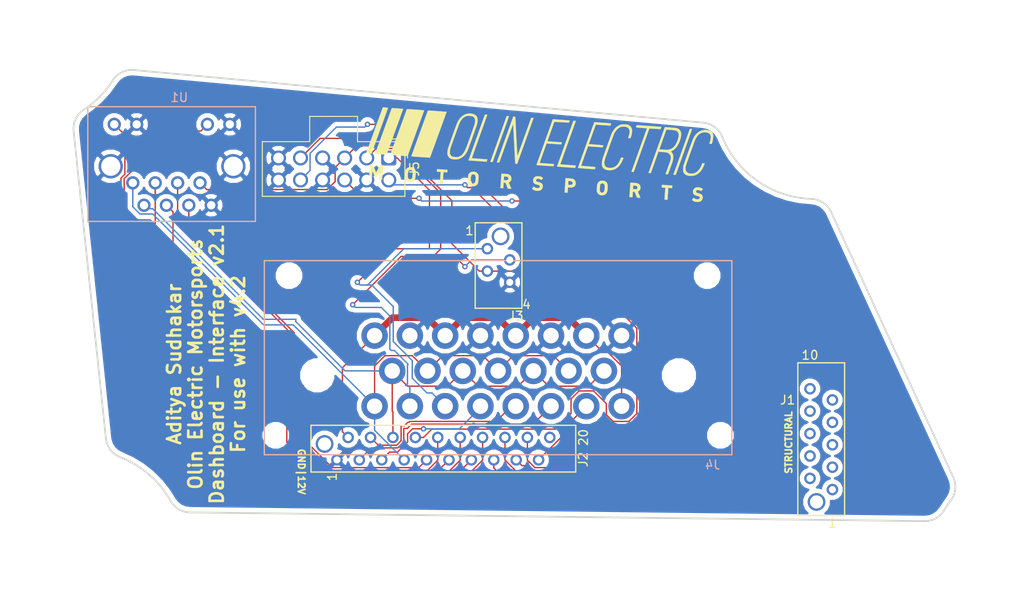
<source format=kicad_pcb>
(kicad_pcb (version 20171130) (host pcbnew 5.0.2-bee76a0~70~ubuntu18.04.1)

  (general
    (thickness 1.6)
    (drawings 19)
    (tracks 311)
    (zones 0)
    (modules 7)
    (nets 33)
  )

  (page A4)
  (layers
    (0 F.Cu signal)
    (31 B.Cu signal)
    (32 B.Adhes user)
    (33 F.Adhes user)
    (34 B.Paste user)
    (35 F.Paste user)
    (36 B.SilkS user)
    (37 F.SilkS user)
    (38 B.Mask user)
    (39 F.Mask user)
    (40 Dwgs.User user)
    (41 Cmts.User user)
    (42 Eco1.User user)
    (43 Eco2.User user)
    (44 Edge.Cuts user)
    (45 Margin user)
    (46 B.CrtYd user)
    (47 F.CrtYd user)
    (48 B.Fab user)
    (49 F.Fab user)
  )

  (setup
    (last_trace_width 0.1524)
    (user_trace_width 0.1524)
    (user_trace_width 0.254)
    (user_trace_width 0.7)
    (user_trace_width 0.762)
    (user_trace_width 0.8)
    (user_trace_width 1.016)
    (trace_clearance 0.1524)
    (zone_clearance 0.508)
    (zone_45_only no)
    (trace_min 0.1524)
    (segment_width 0.2)
    (edge_width 0.15)
    (via_size 0.6096)
    (via_drill 0.3048)
    (via_min_size 0.1524)
    (via_min_drill 0.3048)
    (uvia_size 0.3)
    (uvia_drill 0.1)
    (uvias_allowed no)
    (uvia_min_size 0)
    (uvia_min_drill 0)
    (pcb_text_width 0.3)
    (pcb_text_size 1.5 1.5)
    (mod_edge_width 0.15)
    (mod_text_size 1 1)
    (mod_text_width 0.15)
    (pad_size 1.524 1.524)
    (pad_drill 0.762)
    (pad_to_mask_clearance 0.051)
    (solder_mask_min_width 0.25)
    (aux_axis_origin 0 0)
    (visible_elements FFFFE77F)
    (pcbplotparams
      (layerselection 0x010fc_ffffffff)
      (usegerberextensions true)
      (usegerberattributes false)
      (usegerberadvancedattributes false)
      (creategerberjobfile false)
      (excludeedgelayer true)
      (linewidth 0.100000)
      (plotframeref false)
      (viasonmask false)
      (mode 1)
      (useauxorigin false)
      (hpglpennumber 1)
      (hpglpenspeed 20)
      (hpglpendiameter 15.000000)
      (psnegative false)
      (psa4output false)
      (plotreference true)
      (plotvalue true)
      (plotinvisibletext false)
      (padsonsilk false)
      (subtractmaskfromsilk false)
      (outputformat 1)
      (mirror false)
      (drillshape 0)
      (scaleselection 1)
      (outputdirectory ""))
  )

  (net 0 "")
  (net 1 "Net-(J1-Pad10)")
  (net 2 "Net-(J1-Pad9)")
  (net 3 "Net-(J1-Pad8)")
  (net 4 "Net-(J1-Pad6)")
  (net 5 "Net-(J1-Pad4)")
  (net 6 "Net-(J1-Pad2)")
  (net 7 "Net-(J1-Pad7)")
  (net 8 "Net-(J1-Pad1)")
  (net 9 "Net-(J1-Pad3)")
  (net 10 "Net-(J1-Pad5)")
  (net 11 "Net-(J2-Pad20)")
  (net 12 /RTD_LSD)
  (net 13 /IMD_LED)
  (net 14 /BMS_LED)
  (net 15 /START_BTN)
  (net 16 /START_LED)
  (net 17 /RJ45_LED2)
  (net 18 /RJ45_LED1)
  (net 19 /RESET)
  (net 20 /SCK)
  (net 21 /MISO)
  (net 22 /MOSI)
  (net 23 +5V)
  (net 24 /CANH)
  (net 25 /STR_POT_SENSE)
  (net 26 +12V)
  (net 27 /CANL)
  (net 28 GND)
  (net 29 /STR_POT+)
  (net 30 /STR_POT-)
  (net 31 /SDA)
  (net 32 /SCL)

  (net_class Default "This is the default net class."
    (clearance 0.1524)
    (trace_width 0.1524)
    (via_dia 0.6096)
    (via_drill 0.3048)
    (uvia_dia 0.3)
    (uvia_drill 0.1)
    (add_net +12V)
    (add_net +5V)
    (add_net /BMS_LED)
    (add_net /CANH)
    (add_net /CANL)
    (add_net /IMD_LED)
    (add_net /MISO)
    (add_net /MOSI)
    (add_net /RESET)
    (add_net /RJ45_LED1)
    (add_net /RJ45_LED2)
    (add_net /RTD_LSD)
    (add_net /SCK)
    (add_net /SCL)
    (add_net /SDA)
    (add_net /START_BTN)
    (add_net /START_LED)
    (add_net /STR_POT+)
    (add_net /STR_POT-)
    (add_net /STR_POT_SENSE)
    (add_net GND)
    (add_net "Net-(J1-Pad1)")
    (add_net "Net-(J1-Pad10)")
    (add_net "Net-(J1-Pad2)")
    (add_net "Net-(J1-Pad3)")
    (add_net "Net-(J1-Pad4)")
    (add_net "Net-(J1-Pad5)")
    (add_net "Net-(J1-Pad6)")
    (add_net "Net-(J1-Pad7)")
    (add_net "Net-(J1-Pad8)")
    (add_net "Net-(J1-Pad9)")
    (add_net "Net-(J2-Pad20)")
  )

  (module footprints:Ampseal_23 (layer B.Cu) (tedit 5A7B7D60) (tstamp 5C96A32A)
    (at 101.981 64.77 180)
    (path /5C58ECA8)
    (fp_text reference J4 (at -3.81 -10.16 180) (layer B.SilkS)
      (effects (font (size 1 1) (thickness 0.15)) (justify mirror))
    )
    (fp_text value Ampseal_23_VT (at 6.096 15.494 180) (layer B.Fab)
      (effects (font (size 1 1) (thickness 0.15)) (justify mirror))
    )
    (fp_line (start -6 13) (end 47 13) (layer B.SilkS) (width 0.15))
    (fp_line (start 47 13) (end 47 -9) (layer B.SilkS) (width 0.15))
    (fp_line (start 47 -9) (end -6 -9) (layer B.SilkS) (width 0.15))
    (fp_line (start -6 -9) (end -6 13) (layer B.SilkS) (width 0.15))
    (pad "" np_thru_hole circle (at 41 0 180) (size 2.85 2.85) (drill 2.85) (layers *.Cu *.Mask))
    (pad "" np_thru_hole circle (at 45.7 -6.8 180) (size 2 2) (drill 2) (layers *.Cu *.Mask))
    (pad "" np_thru_hole circle (at -4.7 -6.8 180) (size 2 2) (drill 2) (layers *.Cu *.Mask))
    (pad "" np_thru_hole circle (at 44.2 11.3 180) (size 2 2) (drill 2) (layers *.Cu *.Mask))
    (pad "" np_thru_hole circle (at -3.2 11.3 180) (size 2 2) (drill 2) (layers *.Cu *.Mask))
    (pad 23 thru_hole circle (at 34.5 -3.5 180) (size 3 3) (drill 1.75) (layers *.Cu *.Mask)
      (net 27 /CANL))
    (pad 17 thru_hole circle (at 10.5 -3.5 180) (size 3 3) (drill 1.75) (layers *.Cu *.Mask)
      (net 12 /RTD_LSD))
    (pad 18 thru_hole circle (at 14.5 -3.5 180) (size 3 3) (drill 1.75) (layers *.Cu *.Mask)
      (net 29 /STR_POT+))
    (pad 19 thru_hole circle (at 18.5 -3.5 180) (size 3 3) (drill 1.75) (layers *.Cu *.Mask)
      (net 25 /STR_POT_SENSE))
    (pad 20 thru_hole circle (at 22.5 -3.5 180) (size 3 3) (drill 1.75) (layers *.Cu *.Mask)
      (net 30 /STR_POT-))
    (pad 21 thru_hole circle (at 26.5 -3.5 180) (size 3 3) (drill 1.75) (layers *.Cu *.Mask)
      (net 32 /SCL))
    (pad 22 thru_hole circle (at 30.5 -3.5 180) (size 3 3) (drill 1.75) (layers *.Cu *.Mask)
      (net 31 /SDA))
    (pad 10 thru_hole circle (at 12.5 0.5 180) (size 3 3) (drill 1.75) (layers *.Cu *.Mask)
      (net 27 /CANL))
    (pad 11 thru_hole circle (at 16.5 0.5 180) (size 3 3) (drill 1.75) (layers *.Cu *.Mask)
      (net 24 /CANH))
    (pad 13 thru_hole circle (at 24.5 0.5 180) (size 3 3) (drill 1.75) (layers *.Cu *.Mask)
      (net 24 /CANH))
    (pad 12 thru_hole circle (at 20.5 0.5 180) (size 3 3) (drill 1.75) (layers *.Cu *.Mask)
      (net 27 /CANL))
    (pad 14 thru_hole circle (at 28.5 0.5 180) (size 3 3) (drill 1.75) (layers *.Cu *.Mask)
      (net 27 /CANL))
    (pad 15 thru_hole circle (at 32.5 0.5 180) (size 3 3) (drill 1.75) (layers *.Cu *.Mask)
      (net 24 /CANH))
    (pad 8 thru_hole circle (at 34.5 4.5 180) (size 3 3) (drill 1.75) (layers *.Cu *.Mask)
      (net 26 +12V))
    (pad 7 thru_hole circle (at 30.5 4.5 180) (size 3 3) (drill 1.75) (layers *.Cu *.Mask)
      (net 28 GND))
    (pad 6 thru_hole circle (at 26.5 4.5 180) (size 3 3) (drill 1.75) (layers *.Cu *.Mask)
      (net 26 +12V))
    (pad 4 thru_hole circle (at 18.5 4.5 180) (size 3 3) (drill 1.75) (layers *.Cu *.Mask)
      (net 26 +12V))
    (pad 5 thru_hole circle (at 22.5 4.5 180) (size 3 3) (drill 1.75) (layers *.Cu *.Mask)
      (net 28 GND))
    (pad 3 thru_hole circle (at 14.5 4.5 180) (size 3 3) (drill 1.75) (layers *.Cu *.Mask)
      (net 28 GND))
    (pad 2 thru_hole circle (at 10.5 4.5 180) (size 3 3) (drill 1.75) (layers *.Cu *.Mask)
      (net 26 +12V))
    (pad 16 thru_hole circle (at 6.5 -3.5 180) (size 3 3) (drill 1.75) (layers *.Cu *.Mask)
      (net 26 +12V))
    (pad 9 thru_hole circle (at 8.5 0.5 180) (size 3 3) (drill 1.75) (layers *.Cu *.Mask)
      (net 24 /CANH))
    (pad 1 thru_hole circle (at 6.5 4.5 180) (size 3 3) (drill 1.75) (layers *.Cu *.Mask)
      (net 28 GND))
    (pad "" np_thru_hole circle (at 0 0 180) (size 2.85 2.85) (drill 2.85) (layers *.Cu *.Mask))
    (model ${LOCAL_DIR}/OEM_Preferred_Parts/3DModels/Ampseal-23/Ampseal_23.wrl
      (at (xyz 0 0 0))
      (scale (xyz 1 1 1))
      (rotate (xyz 0 0 0))
    )
  )

  (module footprints:micromatch_female_vert_10 (layer F.Cu) (tedit 5A772885) (tstamp 5C54CAD6)
    (at 119.38 72.644 180)
    (path /5C54CEDE)
    (fp_text reference J1 (at 5.08 5.08 180) (layer F.SilkS)
      (effects (font (size 1 1) (thickness 0.15)))
    )
    (fp_text value MM_F_VT_10 (at 6.35 0 -90) (layer F.Fab) hide
      (effects (font (size 1 1) (thickness 0.15)))
    )
    (fp_line (start 3.92 9.29) (end 3.92 -8.02) (layer F.SilkS) (width 0.15))
    (fp_line (start -1.38 9.29) (end -1.38 -8.02) (layer F.SilkS) (width 0.15))
    (fp_line (start -1.38 -8.02) (end 3.92 -8.02) (layer F.SilkS) (width 0.15))
    (fp_line (start -1.38 9.29) (end 3.92 9.29) (layer F.SilkS) (width 0.15))
    (fp_text user 1 (at 0 -8.89 180) (layer F.SilkS)
      (effects (font (size 1 1) (thickness 0.15)))
    )
    (fp_text user 10 (at 2.54 10.16 180) (layer F.SilkS)
      (effects (font (size 1 1) (thickness 0.15)))
    )
    (pad 11 thru_hole circle (at 1.8 -6.48 180) (size 2 2) (drill 1.5) (layers *.Cu *.Mask))
    (pad 10 thru_hole circle (at 2.54 6.35 180) (size 1.3 1.3) (drill 0.8) (layers *.Cu *.Mask)
      (net 1 "Net-(J1-Pad10)"))
    (pad 9 thru_hole circle (at 0 5.08 180) (size 1.3 1.3) (drill 0.8) (layers *.Cu *.Mask)
      (net 2 "Net-(J1-Pad9)"))
    (pad 8 thru_hole circle (at 2.54 3.81 180) (size 1.3 1.3) (drill 0.8) (layers *.Cu *.Mask)
      (net 3 "Net-(J1-Pad8)"))
    (pad 6 thru_hole circle (at 2.54 1.27 180) (size 1.3 1.3) (drill 0.8) (layers *.Cu *.Mask)
      (net 4 "Net-(J1-Pad6)"))
    (pad 4 thru_hole circle (at 2.54 -1.27 180) (size 1.3 1.3) (drill 0.8) (layers *.Cu *.Mask)
      (net 5 "Net-(J1-Pad4)"))
    (pad 2 thru_hole circle (at 2.54 -3.81 180) (size 1.3 1.3) (drill 0.8) (layers *.Cu *.Mask)
      (net 6 "Net-(J1-Pad2)"))
    (pad 7 thru_hole circle (at 0 2.54 180) (size 1.3 1.3) (drill 0.8) (layers *.Cu *.Mask)
      (net 7 "Net-(J1-Pad7)"))
    (pad 1 thru_hole circle (at 0 -5.08 180) (size 1.3 1.3) (drill 0.8) (layers *.Cu *.Mask)
      (net 8 "Net-(J1-Pad1)"))
    (pad 3 thru_hole circle (at 0 -2.54 180) (size 1.3 1.3) (drill 0.8) (layers *.Cu *.Mask)
      (net 9 "Net-(J1-Pad3)"))
    (pad 5 thru_hole circle (at 0 0 180) (size 1.3 1.3) (drill 0.8) (layers *.Cu *.Mask)
      (net 10 "Net-(J1-Pad5)"))
    (model ${LOCAL_DIR}/OEM_Preferred_Parts/3DModels/micromatch_vert10/micromatch_10_vert.wrl
      (at (xyz 0 0 0))
      (scale (xyz 1 1 1))
      (rotate (xyz 0 0 0))
    )
  )

  (module footprints:micromatch_female_vert_20 (layer F.Cu) (tedit 5C6209A2) (tstamp 5C96A390)
    (at 68.29253 74.35374 90)
    (path /5C54D086)
    (fp_text reference J2 (at 0.0381 22.82444 90) (layer F.SilkS)
      (effects (font (size 1 1) (thickness 0.15)))
    )
    (fp_text value MM_F_VT_20 (at 6.35 0 180) (layer F.Fab) hide
      (effects (font (size 1 1) (thickness 0.15)))
    )
    (fp_line (start 3.92 21.99) (end 3.92 -8.02) (layer F.SilkS) (width 0.15))
    (fp_line (start -1.38 21.99) (end -1.38 -8.02) (layer F.SilkS) (width 0.15))
    (fp_line (start -1.38 -8.02) (end 3.92 -8.02) (layer F.SilkS) (width 0.15))
    (fp_line (start -1.38 21.99) (end 3.92 21.99) (layer F.SilkS) (width 0.15))
    (fp_text user 1 (at -1.92786 -5.61848 90) (layer F.SilkS)
      (effects (font (size 1 1) (thickness 0.15)))
    )
    (fp_text user 20 (at 2.54 22.86 90) (layer F.SilkS)
      (effects (font (size 1 1) (thickness 0.15)))
    )
    (pad 21 thru_hole circle (at 1.8 -6.48 90) (size 2 2) (drill 1.5) (layers *.Cu *.Mask))
    (pad 20 thru_hole circle (at 2.54 19.05 90) (size 1.3 1.3) (drill 0.8) (layers *.Cu *.Mask)
      (net 11 "Net-(J2-Pad20)"))
    (pad 19 thru_hole circle (at 0 17.78 90) (size 1.3 1.3) (drill 0.8) (layers *.Cu *.Mask)
      (net 12 /RTD_LSD))
    (pad 18 thru_hole circle (at 2.54 16.51 90) (size 1.3 1.3) (drill 0.8) (layers *.Cu *.Mask)
      (net 13 /IMD_LED))
    (pad 17 thru_hole circle (at 0 15.24 90) (size 1.3 1.3) (drill 0.8) (layers *.Cu *.Mask)
      (net 14 /BMS_LED))
    (pad 16 thru_hole circle (at 2.54 13.97 90) (size 1.3 1.3) (drill 0.8) (layers *.Cu *.Mask)
      (net 15 /START_BTN))
    (pad 15 thru_hole circle (at 0 12.7 90) (size 1.3 1.3) (drill 0.8) (layers *.Cu *.Mask)
      (net 16 /START_LED))
    (pad 14 thru_hole circle (at 2.54 11.43 90) (size 1.3 1.3) (drill 0.8) (layers *.Cu *.Mask)
      (net 17 /RJ45_LED2))
    (pad 13 thru_hole circle (at 0 10.16 90) (size 1.3 1.3) (drill 0.8) (layers *.Cu *.Mask)
      (net 18 /RJ45_LED1))
    (pad 12 thru_hole circle (at 2.54 8.89 90) (size 1.3 1.3) (drill 0.8) (layers *.Cu *.Mask)
      (net 19 /RESET))
    (pad 11 thru_hole circle (at 0 7.62 90) (size 1.3 1.3) (drill 0.8) (layers *.Cu *.Mask)
      (net 20 /SCK))
    (pad 10 thru_hole circle (at 2.54 6.35 90) (size 1.3 1.3) (drill 0.8) (layers *.Cu *.Mask)
      (net 21 /MISO))
    (pad 9 thru_hole circle (at 0 5.08 90) (size 1.3 1.3) (drill 0.8) (layers *.Cu *.Mask)
      (net 22 /MOSI))
    (pad 8 thru_hole circle (at 2.54 3.81 90) (size 1.3 1.3) (drill 0.8) (layers *.Cu *.Mask)
      (net 23 +5V))
    (pad 6 thru_hole circle (at 2.54 1.27 90) (size 1.3 1.3) (drill 0.8) (layers *.Cu *.Mask)
      (net 24 /CANH))
    (pad 4 thru_hole circle (at 2.54 -1.27 90) (size 1.3 1.3) (drill 0.8) (layers *.Cu *.Mask)
      (net 25 /STR_POT_SENSE))
    (pad 2 thru_hole circle (at 2.54 -3.81 90) (size 1.3 1.3) (drill 0.8) (layers *.Cu *.Mask)
      (net 26 +12V))
    (pad 7 thru_hole circle (at 0 2.54 90) (size 1.3 1.3) (drill 0.8) (layers *.Cu *.Mask)
      (net 27 /CANL))
    (pad 1 thru_hole circle (at 0 -5.08 90) (size 1.3 1.3) (drill 0.8) (layers *.Cu *.Mask)
      (net 28 GND))
    (pad 3 thru_hole circle (at 0 -2.54 90) (size 1.3 1.3) (drill 0.8) (layers *.Cu *.Mask)
      (net 29 /STR_POT+))
    (pad 5 thru_hole circle (at 0 0 90) (size 1.3 1.3) (drill 0.8) (layers *.Cu *.Mask)
      (net 30 /STR_POT-))
    (model ${LOCAL_DIR}/OEM_Preferred_Parts/3DModels/micromatch-female-vert-20/micromatch-female-vert-20.wrl
      (at (xyz 0 0 0))
      (scale (xyz 1 1 1))
      (rotate (xyz 0 0 0))
    )
  )

  (module footprints:micromatch_female_vert_4 (layer F.Cu) (tedit 5A7726AD) (tstamp 5C96A5ED)
    (at 80.264 55.499)
    (path /5C54D319)
    (fp_text reference J3 (at 3.23596 2.54508 180) (layer F.SilkS)
      (effects (font (size 1 1) (thickness 0.15)))
    )
    (fp_text value MM_F_VT_04 (at 6.35 -1.27 90) (layer F.Fab) hide
      (effects (font (size 1 1) (thickness 0.15)))
    )
    (fp_line (start 3.92 1.67) (end 3.92 -8.02) (layer F.SilkS) (width 0.15))
    (fp_line (start -1.38 1.67) (end -1.38 -8.02) (layer F.SilkS) (width 0.15))
    (fp_line (start -1.38 -8.02) (end 3.92 -8.02) (layer F.SilkS) (width 0.15))
    (fp_line (start -1.38 1.67) (end 3.92 1.67) (layer F.SilkS) (width 0.15))
    (fp_text user 1 (at -2.02184 -7.11962) (layer F.SilkS)
      (effects (font (size 1 1) (thickness 0.15)))
    )
    (fp_text user 4 (at 4.4323 1.24714) (layer F.SilkS)
      (effects (font (size 1 1) (thickness 0.15)))
    )
    (pad 5 thru_hole circle (at 1.5 -6.48) (size 2 2) (drill 1.5) (layers *.Cu *.Mask))
    (pad 4 thru_hole circle (at 2.54 -1.27) (size 1.3 1.3) (drill 0.8) (layers *.Cu *.Mask)
      (net 28 GND))
    (pad 2 thru_hole circle (at 2.54 -3.81) (size 1.3 1.3) (drill 0.8) (layers *.Cu *.Mask)
      (net 31 /SDA))
    (pad 1 thru_hole circle (at 0 -5.08) (size 1.3 1.3) (drill 0.8) (layers *.Cu *.Mask)
      (net 32 /SCL))
    (pad 3 thru_hole circle (at 0 -2.54) (size 1.3 1.3) (drill 0.8) (layers *.Cu *.Mask)
      (net 23 +5V))
    (model ${LOCAL_DIR}/OEM_Preferred_Parts/3DModels/micromatch_vert4/micromatch_vert4.step
      (at (xyz 0 0 0))
      (scale (xyz 1 1 1))
      (rotate (xyz 0 0 0))
    )
  )

  (module footprints:RJ45-Vertical (layer B.Cu) (tedit 5A6A89D8) (tstamp 5C96A62B)
    (at 37.973 36.322)
    (path /5C58E9A7)
    (fp_text reference U1 (at 7.366 -3.048) (layer B.SilkS)
      (effects (font (size 1 1) (thickness 0.15)) (justify mirror))
    )
    (fp_text value RJ45_VT (at 17.018 7.493 90) (layer B.Fab)
      (effects (font (size 1 1) (thickness 0.15)) (justify mirror))
    )
    (fp_line (start 16 -2) (end 16 0) (layer B.SilkS) (width 0.15))
    (fp_line (start -3 -2) (end 16 -2) (layer B.SilkS) (width 0.15))
    (fp_line (start -3 11) (end -3 -2) (layer B.SilkS) (width 0.15))
    (fp_line (start 16 11) (end -3 11) (layer B.SilkS) (width 0.15))
    (fp_line (start 16 0) (end 16 11) (layer B.SilkS) (width 0.15))
    (pad 12 thru_hole circle (at 0 0) (size 1.5 1.5) (drill 0.95) (layers *.Cu *.Mask)
      (net 17 /RJ45_LED2))
    (pad 11 thru_hole circle (at 2.54 0) (size 1.5 1.5) (drill 0.95) (layers *.Cu *.Mask)
      (net 28 GND))
    (pad 9 thru_hole circle (at 13.1 0) (size 1.5 1.5) (drill 0.95) (layers *.Cu *.Mask)
      (net 28 GND))
    (pad 10 thru_hole circle (at 10.56 0) (size 1.5 1.5) (drill 0.95) (layers *.Cu *.Mask)
      (net 18 /RJ45_LED1))
    (pad 1 thru_hole circle (at 2.1 6.63) (size 1.5 1.5) (drill 0.95) (layers *.Cu *.Mask)
      (net 27 /CANL))
    (pad 3 thru_hole circle (at 4.64 6.63) (size 1.5 1.5) (drill 0.95) (layers *.Cu *.Mask)
      (net 19 /RESET))
    (pad 5 thru_hole circle (at 7.18 6.63) (size 1.5 1.5) (drill 0.95) (layers *.Cu *.Mask)
      (net 21 /MISO))
    (pad 7 thru_hole circle (at 9.72 6.63) (size 1.5 1.5) (drill 0.95) (layers *.Cu *.Mask)
      (net 23 +5V))
    (pad 2 thru_hole circle (at 3.37 9.17) (size 1.5 1.5) (drill 0.95) (layers *.Cu *.Mask)
      (net 24 /CANH))
    (pad 4 thru_hole circle (at 5.91 9.17) (size 1.5 1.5) (drill 0.95) (layers *.Cu *.Mask)
      (net 20 /SCK))
    (pad 6 thru_hole circle (at 8.45 9.17) (size 1.5 1.5) (drill 0.95) (layers *.Cu *.Mask B.Paste)
      (net 22 /MOSI))
    (pad 8 thru_hole circle (at 10.99 9.17) (size 1.5 1.5) (drill 0.95) (layers *.Cu *.Mask)
      (net 28 GND))
    (pad 13 thru_hole circle (at -0.4 4.75) (size 2.75 2.75) (drill 2.18) (layers *.Cu *.Mask)
      (net 28 GND))
    (pad 14 thru_hole circle (at 13.5 4.75) (size 2.75 2.75) (drill 2.18) (layers *.Cu *.Mask)
      (net 28 GND))
    (model ${LOCAL_DIR}/OEM_Preferred_Parts/3DModels/rj45-vert/rj45-vert.wrl
      (at (xyz 0 0 0))
      (scale (xyz 1 1 1))
      (rotate (xyz 0 0 0))
    )
  )

  (module Connector_Molex:Molex_Nano-Fit_105310-xx12_2x06_P2.50mm_Vertical (layer F.Cu) (tedit 5B7830BB) (tstamp 5C96A68E)
    (at 69.088 40.132 270)
    (descr "Molex Nano-Fit Power Connectors, 105310-xx12, 6 Pins per row (http://www.molex.com/pdm_docs/sd/1053101208_sd.pdf), generated with kicad-footprint-generator")
    (tags "connector Molex Nano-Fit side entry")
    (path /5C61C808)
    (fp_text reference J5 (at 1.25 -2.92 270) (layer F.SilkS)
      (effects (font (size 1 1) (thickness 0.15)))
    )
    (fp_text value NanoFit_12 (at 1.25 15.42 270) (layer F.Fab)
      (effects (font (size 1 1) (thickness 0.15)))
    )
    (fp_line (start 4.24 6.25) (end 4.24 -1.72) (layer F.Fab) (width 0.1))
    (fp_line (start 4.24 -1.72) (end -1.74 -1.72) (layer F.Fab) (width 0.1))
    (fp_line (start -1.74 -1.72) (end -1.74 3.65) (layer F.Fab) (width 0.1))
    (fp_line (start -1.74 3.65) (end -4.6 3.65) (layer F.Fab) (width 0.1))
    (fp_line (start -4.6 3.65) (end -4.6 6.25) (layer F.Fab) (width 0.1))
    (fp_line (start 4.24 6.25) (end 4.24 14.22) (layer F.Fab) (width 0.1))
    (fp_line (start 4.24 14.22) (end -1.74 14.22) (layer F.Fab) (width 0.1))
    (fp_line (start -1.74 14.22) (end -1.74 8.85) (layer F.Fab) (width 0.1))
    (fp_line (start -1.74 8.85) (end -4.6 8.85) (layer F.Fab) (width 0.1))
    (fp_line (start -4.6 8.85) (end -4.6 6.25) (layer F.Fab) (width 0.1))
    (fp_line (start 4.35 6.25) (end 4.35 -1.83) (layer F.SilkS) (width 0.12))
    (fp_line (start 4.35 -1.83) (end -1.85 -1.83) (layer F.SilkS) (width 0.12))
    (fp_line (start -1.85 -1.83) (end -1.85 3.54) (layer F.SilkS) (width 0.12))
    (fp_line (start -1.85 3.54) (end -4.71 3.54) (layer F.SilkS) (width 0.12))
    (fp_line (start -4.71 3.54) (end -4.71 6.25) (layer F.SilkS) (width 0.12))
    (fp_line (start 4.35 6.25) (end 4.35 14.33) (layer F.SilkS) (width 0.12))
    (fp_line (start 4.35 14.33) (end -1.85 14.33) (layer F.SilkS) (width 0.12))
    (fp_line (start -1.85 14.33) (end -1.85 8.96) (layer F.SilkS) (width 0.12))
    (fp_line (start -1.85 8.96) (end -4.71 8.96) (layer F.SilkS) (width 0.12))
    (fp_line (start -4.71 8.96) (end -4.71 6.25) (layer F.SilkS) (width 0.12))
    (fp_line (start 4.74 6.25) (end 4.74 -2.22) (layer F.CrtYd) (width 0.05))
    (fp_line (start 4.74 -2.22) (end -2.24 -2.22) (layer F.CrtYd) (width 0.05))
    (fp_line (start -2.24 -2.22) (end -2.24 3.15) (layer F.CrtYd) (width 0.05))
    (fp_line (start -2.24 3.15) (end -5.1 3.15) (layer F.CrtYd) (width 0.05))
    (fp_line (start -5.1 3.15) (end -5.1 6.25) (layer F.CrtYd) (width 0.05))
    (fp_line (start 4.74 6.25) (end 4.74 14.72) (layer F.CrtYd) (width 0.05))
    (fp_line (start 4.74 14.72) (end -2.24 14.72) (layer F.CrtYd) (width 0.05))
    (fp_line (start -2.24 14.72) (end -2.24 9.35) (layer F.CrtYd) (width 0.05))
    (fp_line (start -2.24 9.35) (end -5.1 9.35) (layer F.CrtYd) (width 0.05))
    (fp_line (start -5.1 9.35) (end -5.1 6.25) (layer F.CrtYd) (width 0.05))
    (fp_line (start -4.1 4.15) (end -4.1 8.35) (layer F.Fab) (width 0.1))
    (fp_line (start -4.1 8.35) (end -2.02 8.35) (layer F.Fab) (width 0.1))
    (fp_line (start -2.02 8.35) (end -2.02 4.15) (layer F.Fab) (width 0.1))
    (fp_line (start -2.02 4.15) (end -4.1 4.15) (layer F.Fab) (width 0.1))
    (fp_line (start 0 -2.13) (end -2.15 -2.13) (layer F.SilkS) (width 0.12))
    (fp_line (start -2.15 -2.13) (end -2.15 0) (layer F.SilkS) (width 0.12))
    (fp_line (start -0.5 -1.72) (end 0 -1.012893) (layer F.Fab) (width 0.1))
    (fp_line (start 0 -1.012893) (end 0.5 -1.72) (layer F.Fab) (width 0.1))
    (fp_text user %R (at 3.54 6.25) (layer F.Fab)
      (effects (font (size 1 1) (thickness 0.15)))
    )
    (pad 1 thru_hole roundrect (at 0 0 270) (size 1.7 1.7) (drill 1.2) (layers *.Cu *.Mask) (roundrect_rratio 0.147059)
      (net 32 /SCL))
    (pad 2 thru_hole circle (at 0 2.5 270) (size 1.7 1.7) (drill 1.2) (layers *.Cu *.Mask)
      (net 31 /SDA))
    (pad 3 thru_hole circle (at 0 5 270) (size 1.7 1.7) (drill 1.2) (layers *.Cu *.Mask)
      (net 23 +5V))
    (pad 4 thru_hole circle (at 0 7.5 270) (size 1.7 1.7) (drill 1.2) (layers *.Cu *.Mask)
      (net 28 GND))
    (pad 5 thru_hole circle (at 0 10 270) (size 1.7 1.7) (drill 1.2) (layers *.Cu *.Mask)
      (net 14 /BMS_LED))
    (pad 6 thru_hole circle (at 0 12.5 270) (size 1.7 1.7) (drill 1.2) (layers *.Cu *.Mask)
      (net 28 GND))
    (pad 7 thru_hole circle (at 2.5 0 270) (size 1.7 1.7) (drill 1.2) (layers *.Cu *.Mask)
      (net 13 /IMD_LED))
    (pad 8 thru_hole circle (at 2.5 2.5 270) (size 1.7 1.7) (drill 1.2) (layers *.Cu *.Mask)
      (net 28 GND))
    (pad 9 thru_hole circle (at 2.5 5 270) (size 1.7 1.7) (drill 1.2) (layers *.Cu *.Mask)
      (net 15 /START_BTN))
    (pad 10 thru_hole circle (at 2.5 7.5 270) (size 1.7 1.7) (drill 1.2) (layers *.Cu *.Mask)
      (net 28 GND))
    (pad 11 thru_hole circle (at 2.5 10 270) (size 1.7 1.7) (drill 1.2) (layers *.Cu *.Mask)
      (net 16 /START_LED))
    (pad 12 thru_hole circle (at 2.5 12.5 270) (size 1.7 1.7) (drill 1.2) (layers *.Cu *.Mask)
      (net 28 GND))
    (pad "" np_thru_hole circle (at -1.34 6.25 270) (size 1.3 1.3) (drill 1.3) (layers *.Cu *.Mask))
    (model ${KISYS3DMOD}/Connector_Molex.3dshapes/Molex_Nano-Fit_105310-xx12_2x06_P2.50mm_Vertical.wrl
      (at (xyz 0 0 0))
      (scale (xyz 1 1 1))
      (rotate (xyz 0 0 0))
    )
    (model /home/asudhakar/Desktop/105310-1112_stp/1053101112.stp
      (offset (xyz 1.269999980926514 -6.349999904632568 5.079999923706055))
      (scale (xyz 1 1 1))
      (rotate (xyz 0 0 -90))
    )
  )

  (module footprints:Logo_Large (layer F.Cu) (tedit 0) (tstamp 5C6E418F)
    (at 86.106 39.751 356)
    (fp_text reference G*** (at 0 0 356) (layer F.SilkS) hide
      (effects (font (size 1.524 1.524) (thickness 0.3)))
    )
    (fp_text value LOGO (at 0.75 0 356) (layer F.SilkS) hide
      (effects (font (size 1.524 1.524) (thickness 0.3)))
    )
    (fp_poly (pts (xy 18.846075 -4.107132) (xy 19.065319 -4.073701) (xy 19.245128 -4.00857) (xy 19.386053 -3.911374)
      (xy 19.488644 -3.781749) (xy 19.547339 -3.641645) (xy 19.569425 -3.520595) (xy 19.578482 -3.365329)
      (xy 19.575075 -3.190579) (xy 19.55977 -3.011076) (xy 19.533133 -2.841552) (xy 19.513326 -2.7559)
      (xy 19.466072 -2.5781) (xy 19.319402 -2.570419) (xy 19.237351 -2.567742) (xy 19.195339 -2.57278)
      (xy 19.182819 -2.588551) (xy 19.186227 -2.608519) (xy 19.235407 -2.788415) (xy 19.267007 -2.940046)
      (xy 19.284069 -3.081574) (xy 19.289602 -3.2258) (xy 19.288823 -3.345147) (xy 19.282719 -3.428934)
      (xy 19.268636 -3.492332) (xy 19.243922 -3.550511) (xy 19.22748 -3.581081) (xy 19.147841 -3.687822)
      (xy 19.042984 -3.762652) (xy 18.905946 -3.809072) (xy 18.731219 -3.830506) (xy 18.493234 -3.820589)
      (xy 18.27688 -3.764715) (xy 18.082151 -3.662881) (xy 17.909041 -3.515082) (xy 17.757545 -3.321313)
      (xy 17.627654 -3.081571) (xy 17.59221 -2.998987) (xy 17.571635 -2.940456) (xy 17.539354 -2.83847)
      (xy 17.496933 -2.698607) (xy 17.44594 -2.526447) (xy 17.387942 -2.327567) (xy 17.324506 -2.107548)
      (xy 17.2572 -1.871969) (xy 17.187592 -1.626408) (xy 17.117248 -1.376445) (xy 17.047736 -1.127658)
      (xy 16.980623 -0.885628) (xy 16.917477 -0.655932) (xy 16.859866 -0.444151) (xy 16.809355 -0.255862)
      (xy 16.767514 -0.096646) (xy 16.735909 0.027919) (xy 16.716107 0.112254) (xy 16.711263 0.136761)
      (xy 16.690752 0.351416) (xy 16.708412 0.532897) (xy 16.76444 0.681776) (xy 16.859038 0.798628)
      (xy 16.9672 0.871811) (xy 17.035191 0.904765) (xy 17.093219 0.925159) (xy 17.15634 0.935394)
      (xy 17.239612 0.937872) (xy 17.358091 0.934995) (xy 17.36237 0.93485) (xy 17.48747 0.92889)
      (xy 17.579013 0.918554) (xy 17.654235 0.900127) (xy 17.730374 0.869893) (xy 17.7855 0.843639)
      (xy 17.966824 0.726716) (xy 18.130835 0.564279) (xy 18.275423 0.359288) (xy 18.398476 0.114701)
      (xy 18.491841 -0.14605) (xy 18.546947 -0.3302) (xy 18.684173 -0.3302) (xy 18.759908 -0.326336)
      (xy 18.809747 -0.316384) (xy 18.8214 -0.307091) (xy 18.811856 -0.255933) (xy 18.786051 -0.169673)
      (xy 18.748229 -0.059691) (xy 18.70263 0.062636) (xy 18.653497 0.185929) (xy 18.605071 0.29881)
      (xy 18.561594 0.3899) (xy 18.561476 0.390127) (xy 18.467911 0.542712) (xy 18.348018 0.696743)
      (xy 18.21261 0.840996) (xy 18.072502 0.96425) (xy 17.938507 1.055282) (xy 17.902553 1.073948)
      (xy 17.68491 1.155256) (xy 17.449917 1.203581) (xy 17.212714 1.217322) (xy 16.98844 1.194875)
      (xy 16.9164 1.178335) (xy 16.742656 1.110338) (xy 16.60644 1.008624) (xy 16.505319 0.870841)
      (xy 16.444757 0.722333) (xy 16.420344 0.596727) (xy 16.40997 0.440211) (xy 16.413891 0.270767)
      (xy 16.432364 0.106382) (xy 16.435686 0.087214) (xy 16.449784 0.023892) (xy 16.476574 -0.082556)
      (xy 16.514461 -0.226506) (xy 16.561853 -0.402333) (xy 16.617155 -0.604413) (xy 16.678773 -0.827123)
      (xy 16.745115 -1.064837) (xy 16.814585 -1.311932) (xy 16.885591 -1.562783) (xy 16.956539 -1.811766)
      (xy 17.025834 -2.053258) (xy 17.091883 -2.281633) (xy 17.153093 -2.491268) (xy 17.207869 -2.676538)
      (xy 17.254618 -2.831819) (xy 17.291746 -2.951488) (xy 17.31766 -3.029919) (xy 17.32356 -3.046005)
      (xy 17.45192 -3.320441) (xy 17.609516 -3.557101) (xy 17.793792 -3.754203) (xy 18.002187 -3.909964)
      (xy 18.232145 -4.0226) (xy 18.481106 -4.090329) (xy 18.746513 -4.111367) (xy 18.846075 -4.107132)) (layer F.SilkS) (width 0.01))
    (fp_poly (pts (xy 17.110144 -4.100777) (xy 17.1196 -4.081557) (xy 17.112847 -4.05268) (xy 17.093191 -3.978163)
      (xy 17.061533 -3.861253) (xy 17.018775 -3.705199) (xy 16.965818 -3.513248) (xy 16.903564 -3.288649)
      (xy 16.832916 -3.034648) (xy 16.754774 -2.754495) (xy 16.670041 -2.451437) (xy 16.579619 -2.128721)
      (xy 16.484408 -1.789596) (xy 16.394622 -1.47038) (xy 16.295615 -1.118626) (xy 16.200329 -0.779986)
      (xy 16.109688 -0.457745) (xy 16.024615 -0.155185) (xy 15.946031 0.124408) (xy 15.874859 0.37775)
      (xy 15.812021 0.601557) (xy 15.758441 0.792544) (xy 15.715039 0.947427) (xy 15.68274 1.062922)
      (xy 15.662464 1.135745) (xy 15.655269 1.16205) (xy 15.641032 1.195216) (xy 15.610785 1.212381)
      (xy 15.55088 1.218605) (xy 15.501192 1.2192) (xy 15.421761 1.21776) (xy 15.38213 1.210079)
      (xy 15.37131 1.191117) (xy 15.376645 1.16205) (xy 15.385469 1.130261) (xy 15.407148 1.052841)
      (xy 15.440765 0.933055) (xy 15.4854 0.774168) (xy 15.540135 0.579446) (xy 15.604052 0.352153)
      (xy 15.676233 0.095556) (xy 15.755758 -0.187081) (xy 15.841711 -0.492492) (xy 15.933171 -0.817411)
      (xy 16.029221 -1.158574) (xy 16.124968 -1.4986) (xy 16.858138 -4.1021) (xy 16.988869 -4.109778)
      (xy 17.069779 -4.110929) (xy 17.110144 -4.100777)) (layer F.SilkS) (width 0.01))
    (fp_poly (pts (xy 14.518746 -4.110906) (xy 14.698404 -4.108869) (xy 14.70025 -4.108843) (xy 14.91298 -4.105361)
      (xy 15.081461 -4.101347) (xy 15.21224 -4.096358) (xy 15.311866 -4.08995) (xy 15.386891 -4.081678)
      (xy 15.443861 -4.071099) (xy 15.489328 -4.05777) (xy 15.497388 -4.054821) (xy 15.654421 -3.970656)
      (xy 15.784095 -3.850669) (xy 15.876141 -3.70438) (xy 15.876687 -3.703155) (xy 15.917285 -3.56593)
      (xy 15.936065 -3.393631) (xy 15.933143 -3.197007) (xy 15.90864 -2.986803) (xy 15.866549 -2.788394)
      (xy 15.75969 -2.444305) (xy 15.630653 -2.145897) (xy 15.479417 -1.893139) (xy 15.305964 -1.685998)
      (xy 15.110273 -1.524442) (xy 15.0368 -1.47882) (xy 14.9711 -1.441135) (xy 14.926772 -1.415599)
      (xy 14.916101 -1.409365) (xy 14.92861 -1.390569) (xy 14.967577 -1.345723) (xy 15.014905 -1.29478)
      (xy 15.105273 -1.188908) (xy 15.166691 -1.085925) (xy 15.203839 -0.972227) (xy 15.221398 -0.834207)
      (xy 15.224402 -0.6858) (xy 15.223146 -0.609288) (xy 15.219914 -0.540653) (xy 15.213236 -0.473027)
      (xy 15.201642 -0.399544) (xy 15.183664 -0.313337) (xy 15.157832 -0.20754) (xy 15.122679 -0.075286)
      (xy 15.076733 0.090293) (xy 15.018527 0.296062) (xy 15.0016 0.3556) (xy 14.947094 0.547109)
      (xy 14.896636 0.724198) (xy 14.852013 0.880603) (xy 14.815013 1.010064) (xy 14.787427 1.106319)
      (xy 14.771042 1.163106) (xy 14.767606 1.17475) (xy 14.748204 1.201652) (xy 14.703186 1.215278)
      (xy 14.620389 1.219194) (xy 14.615988 1.2192) (xy 14.539997 1.217237) (xy 14.489879 1.212182)
      (xy 14.478 1.20741) (xy 14.48463 1.180967) (xy 14.503419 1.111599) (xy 14.532714 1.005266)
      (xy 14.570863 0.867929) (xy 14.616211 0.705548) (xy 14.667106 0.524086) (xy 14.694062 0.42826)
      (xy 14.748902 0.23144) (xy 14.800205 0.04343) (xy 14.846021 -0.12832) (xy 14.884397 -0.276357)
      (xy 14.913383 -0.393231) (xy 14.931028 -0.471491) (xy 14.934296 -0.489201) (xy 14.945442 -0.684235)
      (xy 14.912783 -0.855147) (xy 14.836995 -1.000456) (xy 14.718754 -1.118683) (xy 14.618527 -1.180782)
      (xy 14.56535 -1.207341) (xy 14.518733 -1.227046) (xy 14.469859 -1.24108) (xy 14.409913 -1.250623)
      (xy 14.33008 -1.256857) (xy 14.221545 -1.260962) (xy 14.075491 -1.264119) (xy 13.984511 -1.265732)
      (xy 13.5001 -1.274163) (xy 13.196894 -0.186232) (xy 13.131988 0.046415) (xy 13.069681 0.269286)
      (xy 13.011637 0.476465) (xy 12.959518 0.662036) (xy 12.914987 0.820083) (xy 12.879708 0.944689)
      (xy 12.855344 1.02994) (xy 12.846444 1.06045) (xy 12.799199 1.2192) (xy 12.673399 1.2192)
      (xy 12.59335 1.21486) (xy 12.554712 1.200109) (xy 12.5476 1.181994) (xy 12.554351 1.152973)
      (xy 12.57401 1.078285) (xy 12.605682 0.961154) (xy 12.648473 0.804801) (xy 12.701488 0.612451)
      (xy 12.763833 0.387326) (xy 12.834615 0.132648) (xy 12.912938 -0.148359) (xy 12.997909 -0.452473)
      (xy 13.088634 -0.776471) (xy 13.184218 -1.11713) (xy 13.283767 -1.471227) (xy 13.2842 -1.472764)
      (xy 13.30918 -1.561568) (xy 13.589 -1.561568) (xy 13.613027 -1.557581) (xy 13.679618 -1.554142)
      (xy 13.780539 -1.551483) (xy 13.907555 -1.549835) (xy 14.022135 -1.5494) (xy 14.236944 -1.551939)
      (xy 14.40836 -1.55987) (xy 14.543556 -1.573667) (xy 14.632874 -1.589795) (xy 14.835629 -1.658209)
      (xy 15.016404 -1.767013) (xy 15.176355 -1.917656) (xy 15.316637 -2.111589) (xy 15.438406 -2.350261)
      (xy 15.542817 -2.635124) (xy 15.586594 -2.786768) (xy 15.640172 -3.037604) (xy 15.657289 -3.253174)
      (xy 15.637926 -3.433607) (xy 15.582065 -3.579028) (xy 15.489688 -3.689566) (xy 15.449048 -3.719825)
      (xy 15.381999 -3.758224) (xy 15.307743 -3.787318) (xy 15.218338 -3.808288) (xy 15.105837 -3.822318)
      (xy 14.962298 -3.83059) (xy 14.779775 -3.834285) (xy 14.676561 -3.83478) (xy 14.514398 -3.83459)
      (xy 14.395949 -3.833059) (xy 14.314133 -3.829515) (xy 14.26187 -3.823288) (xy 14.232079 -3.813708)
      (xy 14.217678 -3.800103) (xy 14.21384 -3.79095) (xy 14.200926 -3.746738) (xy 14.176746 -3.662079)
      (xy 14.142966 -3.542921) (xy 14.101254 -3.395214) (xy 14.053278 -3.224909) (xy 14.000704 -3.037954)
      (xy 13.945202 -2.8403) (xy 13.888438 -2.637896) (xy 13.832079 -2.436691) (xy 13.777794 -2.242635)
      (xy 13.727249 -2.061678) (xy 13.682113 -1.899769) (xy 13.644053 -1.762858) (xy 13.614736 -1.656895)
      (xy 13.595829 -1.587828) (xy 13.589001 -1.561609) (xy 13.589 -1.561568) (xy 13.30918 -1.561568)
      (xy 13.383674 -1.826383) (xy 13.479196 -2.166201) (xy 13.569873 -2.489031) (xy 13.654813 -2.791687)
      (xy 13.733125 -3.070984) (xy 13.803916 -3.323735) (xy 13.866295 -3.546755) (xy 13.91937 -3.736857)
      (xy 13.96225 -3.890855) (xy 13.994042 -4.005564) (xy 14.013856 -4.077796) (xy 14.020798 -4.104367)
      (xy 14.0208 -4.104402) (xy 14.045099 -4.107784) (xy 14.113617 -4.110169) (xy 14.21978 -4.111513)
      (xy 14.357014 -4.111773) (xy 14.518746 -4.110906)) (layer F.SilkS) (width 0.01))
    (fp_poly (pts (xy 12.493298 -4.114659) (xy 12.739662 -4.114252) (xy 12.965605 -4.113606) (xy 13.166561 -4.112746)
      (xy 13.337962 -4.1117) (xy 13.475244 -4.110493) (xy 13.57384 -4.109152) (xy 13.629183 -4.107703)
      (xy 13.6398 -4.106711) (xy 13.633185 -4.079941) (xy 13.616175 -4.019725) (xy 13.600844 -3.967445)
      (xy 13.561889 -3.836269) (xy 12.923653 -3.829485) (xy 12.285417 -3.8227) (xy 11.595343 -1.3716)
      (xy 11.498682 -1.028193) (xy 11.405701 -0.697713) (xy 11.317352 -0.383554) (xy 11.234589 -0.089112)
      (xy 11.158363 0.182221) (xy 11.089628 0.42705) (xy 11.029337 0.641979) (xy 10.978441 0.823616)
      (xy 10.937895 0.968565) (xy 10.908649 1.073433) (xy 10.891658 1.134825) (xy 10.88775 1.14935)
      (xy 10.873781 1.189554) (xy 10.848504 1.210379) (xy 10.797741 1.218144) (xy 10.731016 1.2192)
      (xy 10.654707 1.218152) (xy 10.604279 1.215451) (xy 10.592124 1.21285) (xy 10.598905 1.188051)
      (xy 10.61855 1.117595) (xy 10.65015 1.004718) (xy 10.692794 0.852659) (xy 10.745572 0.664656)
      (xy 10.807575 0.443948) (xy 10.877892 0.193774) (xy 10.955615 -0.082629) (xy 11.039831 -0.382023)
      (xy 11.129633 -0.701168) (xy 11.224109 -1.036827) (xy 11.300483 -1.3081) (xy 12.008517 -3.8227)
      (xy 11.37381 -3.829492) (xy 11.175123 -3.831995) (xy 11.021923 -3.834974) (xy 10.908894 -3.838793)
      (xy 10.830723 -3.843822) (xy 10.782096 -3.850426) (xy 10.7577 -3.858971) (xy 10.75222 -3.869826)
      (xy 10.752945 -3.872353) (xy 10.768098 -3.918892) (xy 10.788701 -3.990124) (xy 10.794572 -4.011612)
      (xy 10.822358 -4.1148) (xy 12.231079 -4.1148) (xy 12.493298 -4.114659)) (layer F.SilkS) (width 0.01))
    (fp_poly (pts (xy 9.644024 -4.100819) (xy 9.737924 -4.097534) (xy 9.808037 -4.088863) (xy 9.867868 -4.072481)
      (xy 9.93092 -4.046065) (xy 9.985515 -4.019716) (xy 10.135256 -3.921433) (xy 10.24756 -3.792021)
      (xy 10.322582 -3.630762) (xy 10.360479 -3.43694) (xy 10.361405 -3.209836) (xy 10.325518 -2.948733)
      (xy 10.269467 -2.71145) (xy 10.229505 -2.5654) (xy 10.093152 -2.5654) (xy 10.017679 -2.567894)
      (xy 9.968163 -2.574313) (xy 9.9568 -2.580219) (xy 9.962586 -2.610217) (xy 9.977934 -2.676503)
      (xy 9.999822 -2.766147) (xy 10.00573 -2.789769) (xy 10.055047 -3.021054) (xy 10.076172 -3.21497)
      (xy 10.068607 -3.376731) (xy 10.031857 -3.511554) (xy 9.965424 -3.624655) (xy 9.921532 -3.674079)
      (xy 9.830804 -3.749914) (xy 9.73104 -3.799481) (xy 9.611031 -3.8259) (xy 9.459566 -3.83229)
      (xy 9.365565 -3.828783) (xy 9.23724 -3.818055) (xy 9.138332 -3.79931) (xy 9.047543 -3.767489)
      (xy 8.984565 -3.73827) (xy 8.802748 -3.621126) (xy 8.637967 -3.459342) (xy 8.493726 -3.257246)
      (xy 8.373528 -3.019163) (xy 8.345759 -2.949554) (xy 8.326745 -2.892864) (xy 8.295856 -2.792891)
      (xy 8.254703 -2.65533) (xy 8.204897 -2.485876) (xy 8.14805 -2.290223) (xy 8.085774 -2.074065)
      (xy 8.01968 -1.843097) (xy 7.951378 -1.603014) (xy 7.882482 -1.35951) (xy 7.814602 -1.118279)
      (xy 7.74935 -0.885016) (xy 7.688337 -0.665415) (xy 7.633174 -0.465171) (xy 7.585474 -0.289979)
      (xy 7.546848 -0.145533) (xy 7.518906 -0.037527) (xy 7.503885 0.0254) (xy 7.484208 0.142659)
      (xy 7.471222 0.268826) (xy 7.468182 0.3429) (xy 7.483762 0.530349) (xy 7.532415 0.68054)
      (xy 7.615791 0.795024) (xy 7.735541 0.875353) (xy 7.893315 0.923078) (xy 8.090765 0.939752)
      (xy 8.103148 0.9398) (xy 8.333009 0.917751) (xy 8.540841 0.851299) (xy 8.727149 0.739982)
      (xy 8.89244 0.583341) (xy 9.037221 0.380915) (xy 9.161996 0.132243) (xy 9.248171 -0.1016)
      (xy 9.317492 -0.3175) (xy 9.459346 -0.325118) (xy 9.536459 -0.32737) (xy 9.587978 -0.325257)
      (xy 9.6012 -0.321059) (xy 9.593824 -0.293447) (xy 9.573969 -0.228571) (xy 9.545047 -0.137417)
      (xy 9.523933 -0.072141) (xy 9.401143 0.246775) (xy 9.255241 0.520459) (xy 9.086231 0.748909)
      (xy 8.894114 0.932121) (xy 8.678893 1.070095) (xy 8.440571 1.162827) (xy 8.17915 1.210316)
      (xy 8.0137 1.21711) (xy 7.898353 1.212368) (xy 7.78595 1.201152) (xy 7.69957 1.185813)
      (xy 7.694944 1.184605) (xy 7.518029 1.114037) (xy 7.37693 1.007479) (xy 7.271787 0.865059)
      (xy 7.225233 0.760255) (xy 7.20114 0.654832) (xy 7.188241 0.514975) (xy 7.186586 0.355809)
      (xy 7.196222 0.192462) (xy 7.217199 0.040061) (xy 7.22283 0.011892) (xy 7.236718 -0.045316)
      (xy 7.262954 -0.145589) (xy 7.299921 -0.28315) (xy 7.345997 -0.452221) (xy 7.399563 -0.647026)
      (xy 7.459001 -0.861787) (xy 7.52269 -1.090726) (xy 7.589011 -1.328068) (xy 7.656344 -1.568034)
      (xy 7.72307 -1.804848) (xy 7.78757 -2.032732) (xy 7.848224 -2.245909) (xy 7.903413 -2.438603)
      (xy 7.951516 -2.605036) (xy 7.990915 -2.739431) (xy 8.01999 -2.83601) (xy 8.030761 -2.8702)
      (xy 8.148023 -3.16854) (xy 8.293328 -3.430022) (xy 8.464813 -3.652464) (xy 8.660618 -3.833685)
      (xy 8.878879 -3.971504) (xy 9.024213 -4.034037) (xy 9.113632 -4.063679) (xy 9.195048 -4.083091)
      (xy 9.283899 -4.094389) (xy 9.395623 -4.099691) (xy 9.512834 -4.101041) (xy 9.644024 -4.100819)) (layer F.SilkS) (width 0.01))
    (fp_poly (pts (xy 7.243725 -4.114191) (xy 7.473485 -4.112341) (xy 7.654801 -4.109218) (xy 7.788841 -4.104789)
      (xy 7.876776 -4.099021) (xy 7.919776 -4.091882) (xy 7.9248 -4.087948) (xy 7.918971 -4.048557)
      (xy 7.904278 -3.980657) (xy 7.896384 -3.948248) (xy 7.867969 -3.835401) (xy 7.033268 -3.8354)
      (xy 6.198567 -3.8354) (xy 6.181095 -3.76555) (xy 6.17064 -3.726794) (xy 6.1479 -3.644583)
      (xy 6.114397 -3.52435) (xy 6.071652 -3.37153) (xy 6.021185 -3.191554) (xy 5.964518 -2.989857)
      (xy 5.903172 -2.771872) (xy 5.866464 -2.6416) (xy 5.569305 -1.5875) (xy 6.391452 -1.580803)
      (xy 6.639939 -1.578171) (xy 6.840201 -1.574657) (xy 6.994809 -1.57015) (xy 7.106333 -1.564542)
      (xy 7.177342 -1.557721) (xy 7.210407 -1.549579) (xy 7.2136 -1.54565) (xy 7.20674 -1.504543)
      (xy 7.18971 -1.437965) (xy 7.184179 -1.418997) (xy 7.154758 -1.3208) (xy 5.494342 -1.3208)
      (xy 5.346162 -0.79375) (xy 5.292588 -0.603224) (xy 5.23012 -0.38111) (xy 5.163626 -0.144717)
      (xy 5.097976 0.088643) (xy 5.038039 0.301658) (xy 5.030007 0.3302) (xy 4.862032 0.9271)
      (xy 5.682216 0.933797) (xy 5.944649 0.936747) (xy 6.15645 0.940901) (xy 6.317771 0.946266)
      (xy 6.428766 0.952848) (xy 6.489588 0.960654) (xy 6.5024 0.966999) (xy 6.496575 1.006161)
      (xy 6.48189 1.073906) (xy 6.473984 1.106352) (xy 6.445569 1.2192) (xy 5.483384 1.2192)
      (xy 5.225539 1.218845) (xy 5.01466 1.2177) (xy 4.846918 1.215637) (xy 4.718484 1.212532)
      (xy 4.625528 1.20826) (xy 4.564221 1.202696) (xy 4.530734 1.195714) (xy 4.5212 1.187748)
      (xy 4.527946 1.159529) (xy 4.547592 1.085619) (xy 4.579246 0.969221) (xy 4.62202 0.813538)
      (xy 4.675023 0.621772) (xy 4.737363 0.397126) (xy 4.808153 0.142803) (xy 4.8865 -0.137997)
      (xy 4.971516 -0.442069) (xy 5.062309 -0.766211) (xy 5.157989 -1.107221) (xy 5.257667 -1.461897)
      (xy 5.262549 -1.479252) (xy 6.003898 -4.1148) (xy 6.964349 -4.1148) (xy 7.243725 -4.114191)) (layer F.SilkS) (width 0.01))
    (fp_poly (pts (xy 3.849403 -4.111635) (xy 3.899152 -4.103478) (xy 3.910735 -4.09575) (xy 3.903868 -4.069174)
      (xy 3.884118 -3.996974) (xy 3.8524 -3.882421) (xy 3.80963 -3.72878) (xy 3.756723 -3.539321)
      (xy 3.694594 -3.317311) (xy 3.624158 -3.066019) (xy 3.54633 -2.788711) (xy 3.462025 -2.488656)
      (xy 3.372158 -2.169123) (xy 3.277646 -1.833378) (xy 3.204799 -1.5748) (xy 2.499726 0.9271)
      (xy 4.271092 0.940454) (xy 4.25321 1.022677) (xy 4.233581 1.099909) (xy 4.213792 1.16205)
      (xy 4.192257 1.2192) (xy 3.161217 1.2192) (xy 2.905149 1.219094) (xy 2.695375 1.218645)
      (xy 2.52739 1.217656) (xy 2.396689 1.215931) (xy 2.298765 1.213272) (xy 2.229112 1.209483)
      (xy 2.183227 1.204366) (xy 2.156602 1.197724) (xy 2.144732 1.189362) (xy 2.143113 1.179081)
      (xy 2.14421 1.17475) (xy 2.152875 1.144682) (xy 2.174367 1.068971) (xy 2.207768 0.950879)
      (xy 2.252158 0.793669) (xy 2.306618 0.600602) (xy 2.370228 0.374939) (xy 2.44207 0.119944)
      (xy 2.521224 -0.161123) (xy 2.606771 -0.464998) (xy 2.697792 -0.788422) (xy 2.793367 -1.12813)
      (xy 2.883279 -1.4478) (xy 2.982187 -1.799464) (xy 3.077369 -2.137803) (xy 3.167906 -2.459555)
      (xy 3.252877 -2.761459) (xy 3.331366 -3.040252) (xy 3.402453 -3.292672) (xy 3.46522 -3.515458)
      (xy 3.518746 -3.705349) (xy 3.562115 -3.859081) (xy 3.594407 -3.973393) (xy 3.614703 -4.045024)
      (xy 3.621969 -4.07035) (xy 3.641392 -4.097254) (xy 3.686434 -4.110881) (xy 3.769259 -4.114795)
      (xy 3.773611 -4.1148) (xy 3.849403 -4.111635)) (layer F.SilkS) (width 0.01))
    (fp_poly (pts (xy 2.47811 -4.114316) (xy 2.676824 -4.112937) (xy 2.853191 -4.110771) (xy 3.001694 -4.107929)
      (xy 3.116811 -4.104518) (xy 3.193026 -4.100649) (xy 3.224817 -4.096431) (xy 3.225414 -4.09575)
      (xy 3.218444 -4.061864) (xy 3.20124 -3.997928) (xy 3.190875 -3.9624) (xy 3.156721 -3.8481)
      (xy 2.323601 -3.8354) (xy 1.49048 -3.8227) (xy 1.178007 -2.7178) (xy 1.113641 -2.489869)
      (xy 1.053704 -2.276972) (xy 0.999583 -2.084085) (xy 0.952666 -1.916188) (xy 0.914343 -1.778257)
      (xy 0.886 -1.675271) (xy 0.869026 -1.612206) (xy 0.864566 -1.59385) (xy 0.888733 -1.58926)
      (xy 0.957745 -1.585068) (xy 1.065649 -1.58141) (xy 1.20649 -1.578426) (xy 1.374316 -1.576252)
      (xy 1.563172 -1.575025) (xy 1.689583 -1.5748) (xy 2.515567 -1.5748) (xy 2.498664 -1.50495)
      (xy 2.477749 -1.429584) (xy 2.460709 -1.37795) (xy 2.439657 -1.3208) (xy 0.789551 -1.3208)
      (xy 0.739022 -1.14935) (xy 0.720512 -1.08534) (xy 0.690238 -0.979186) (xy 0.650115 -0.837669)
      (xy 0.602059 -0.667569) (xy 0.547985 -0.475666) (xy 0.489809 -0.268741) (xy 0.432229 -0.0635)
      (xy 0.373828 0.144789) (xy 0.319383 0.338784) (xy 0.2705 0.512777) (xy 0.228785 0.66106)
      (xy 0.195844 0.777924) (xy 0.173282 0.857661) (xy 0.162707 0.894562) (xy 0.16247 0.89535)
      (xy 0.161409 0.907544) (xy 0.169768 0.917286) (xy 0.19256 0.924849) (xy 0.234795 0.930507)
      (xy 0.301483 0.934532) (xy 0.397635 0.9372) (xy 0.528262 0.938783) (xy 0.698375 0.939556)
      (xy 0.912984 0.939792) (xy 0.976188 0.9398) (xy 1.175374 0.940362) (xy 1.357293 0.941956)
      (xy 1.515991 0.944446) (xy 1.645513 0.947694) (xy 1.739904 0.951563) (xy 1.793208 0.955916)
      (xy 1.803014 0.95885) (xy 1.796043 0.992735) (xy 1.778835 1.05667) (xy 1.768466 1.0922)
      (xy 1.734304 1.2065) (xy 0.763744 1.213153) (xy 0.516076 1.214742) (xy 0.314561 1.215652)
      (xy 0.154553 1.215699) (xy 0.031407 1.214698) (xy -0.059523 1.212462) (xy -0.12288 1.208809)
      (xy -0.163312 1.203552) (xy -0.185462 1.196507) (xy -0.193977 1.187488) (xy -0.1935 1.176311)
      (xy -0.193133 1.175053) (xy -0.184511 1.144898) (xy -0.163085 1.069122) (xy -0.129779 0.951014)
      (xy -0.085517 0.793861) (xy -0.031225 0.600953) (xy 0.032172 0.375577) (xy 0.103751 0.121022)
      (xy 0.182585 -0.159423) (xy 0.267749 -0.46247) (xy 0.35832 -0.784831) (xy 0.453373 -1.123218)
      (xy 0.533829 -1.4097) (xy 0.63214 -1.759689) (xy 0.726937 -2.096976) (xy 0.817276 -2.41821)
      (xy 0.902211 -2.720037) (xy 0.980795 -2.999103) (xy 1.052085 -3.252054) (xy 1.115134 -3.475539)
      (xy 1.168997 -3.666202) (xy 1.212728 -3.820691) (xy 1.245383 -3.935653) (xy 1.266015 -4.007733)
      (xy 1.273223 -4.03225) (xy 1.299339 -4.1148) (xy 2.262569 -4.1148) (xy 2.47811 -4.114316)) (layer F.SilkS) (width 0.01))
    (fp_poly (pts (xy -1.019828 -4.114267) (xy -0.951063 -4.110378) (xy -0.901923 -4.103173) (xy -0.888499 -4.09575)
      (xy -0.895161 -4.069227) (xy -0.914693 -3.996977) (xy -0.946212 -3.882178) (xy -0.988831 -3.728004)
      (xy -1.041667 -3.537632) (xy -1.103834 -3.314239) (xy -1.174447 -3.061) (xy -1.252622 -2.781092)
      (xy -1.337474 -2.477689) (xy -1.428117 -2.15397) (xy -1.523667 -1.813109) (xy -1.62324 -1.458282)
      (xy -1.631449 -1.429046) (xy -2.3749 1.218608) (xy -2.49555 1.218904) (xy -2.575666 1.213823)
      (xy -2.612257 1.19687) (xy -2.6162 1.184204) (xy -2.619227 1.154254) (xy -2.628007 1.077595)
      (xy -2.642093 0.957938) (xy -2.661038 0.798994) (xy -2.684395 0.604474) (xy -2.711714 0.37809)
      (xy -2.74255 0.123552) (xy -2.776454 -0.155428) (xy -2.812978 -0.45514) (xy -2.851675 -0.771872)
      (xy -2.8829 -1.026892) (xy -2.922983 -1.354148) (xy -2.961271 -1.667171) (xy -2.997317 -1.96226)
      (xy -3.03067 -2.235714) (xy -3.060879 -2.483833) (xy -3.087496 -2.702914) (xy -3.110071 -2.889258)
      (xy -3.128154 -3.039162) (xy -3.141295 -3.148927) (xy -3.149044 -3.214851) (xy -3.151056 -3.233447)
      (xy -3.157979 -3.21407) (xy -3.177675 -3.149148) (xy -3.209181 -3.042043) (xy -3.251533 -2.896117)
      (xy -3.303769 -2.714734) (xy -3.364926 -2.501255) (xy -3.434041 -2.259043) (xy -3.51015 -1.99146)
      (xy -3.592292 -1.701869) (xy -3.679501 -1.393632) (xy -3.770817 -1.070112) (xy -3.78249 -1.0287)
      (xy -4.412469 1.2065) (xy -4.557869 1.214181) (xy -4.639429 1.216859) (xy -4.68095 1.211752)
      (xy -4.69297 1.195807) (xy -4.68933 1.176081) (xy -4.680673 1.145783) (xy -4.659209 1.069866)
      (xy -4.625865 0.95162) (xy -4.581566 0.794335) (xy -4.527237 0.601303) (xy -4.463803 0.375811)
      (xy -4.392191 0.121152) (xy -4.313324 -0.159386) (xy -4.22813 -0.462511) (xy -4.137533 -0.784935)
      (xy -4.042459 -1.123366) (xy -3.962035 -1.4097) (xy -3.863704 -1.759719) (xy -3.76888 -2.09706)
      (xy -3.678508 -2.418366) (xy -3.593536 -2.720282) (xy -3.514909 -2.999453) (xy -3.443574 -3.252523)
      (xy -3.380476 -3.476137) (xy -3.326563 -3.666938) (xy -3.282779 -3.821572) (xy -3.250073 -3.936683)
      (xy -3.229389 -4.008914) (xy -3.222142 -4.033544) (xy -3.2026 -4.08453) (xy -3.175688 -4.107775)
      (xy -3.124579 -4.112203) (xy -3.078433 -4.109744) (xy -2.96126 -4.1021) (xy -2.694434 -1.886051)
      (xy -2.654624 -1.557369) (xy -2.616226 -1.244116) (xy -2.579701 -0.949825) (xy -2.545506 -0.678031)
      (xy -2.514103 -0.432269) (xy -2.485952 -0.216074) (xy -2.461511 -0.03298) (xy -2.441242 0.113478)
      (xy -2.425602 0.219766) (xy -2.415054 0.282349) (xy -2.410272 0.298349) (xy -2.401514 0.270782)
      (xy -2.380257 0.198613) (xy -2.3477 0.086087) (xy -2.305041 -0.062551) (xy -2.253476 -0.243056)
      (xy -2.194206 -0.451183) (xy -2.128427 -0.682687) (xy -2.057337 -0.933322) (xy -1.982135 -1.198844)
      (xy -1.904019 -1.475007) (xy -1.824186 -1.757567) (xy -1.743835 -2.042279) (xy -1.664164 -2.324896)
      (xy -1.58637 -2.601175) (xy -1.511653 -2.86687) (xy -1.441209 -3.117736) (xy -1.376237 -3.349528)
      (xy -1.317935 -3.558) (xy -1.2675 -3.738909) (xy -1.226132 -3.888008) (xy -1.195028 -4.001053)
      (xy -1.175385 -4.073798) (xy -1.168403 -4.101999) (xy -1.1684 -4.102073) (xy -1.146043 -4.110511)
      (xy -1.09067 -4.114443) (xy -1.019828 -4.114267)) (layer F.SilkS) (width 0.01))
    (fp_poly (pts (xy -3.736332 -4.113564) (xy -3.697907 -4.105732) (xy -3.68783 -4.084615) (xy -3.694593 -4.044951)
      (xy -3.703493 -4.011388) (xy -3.725253 -3.932225) (xy -3.758951 -3.810757) (xy -3.803663 -3.650279)
      (xy -3.858467 -3.454084) (xy -3.922441 -3.225469) (xy -3.994662 -2.967727) (xy -4.074208 -2.684154)
      (xy -4.160155 -2.378044) (xy -4.251582 -2.052691) (xy -4.347566 -1.711391) (xy -4.439621 -1.3843)
      (xy -5.169019 1.2065) (xy -5.30231 1.214177) (xy -5.376842 1.214968) (xy -5.425529 1.208776)
      (xy -5.436292 1.201477) (xy -5.429653 1.174773) (xy -5.41014 1.102346) (xy -5.378635 0.987374)
      (xy -5.336025 0.833036) (xy -5.283195 0.642508) (xy -5.221029 0.41897) (xy -5.150411 0.165598)
      (xy -5.072228 -0.114428) (xy -4.987364 -0.417932) (xy -4.896704 -0.741735) (xy -4.801132 -1.082658)
      (xy -4.701534 -1.437525) (xy -4.693342 -1.466696) (xy -3.9497 -4.114491) (xy -3.814332 -4.114646)
      (xy -3.736332 -4.113564)) (layer F.SilkS) (width 0.01))
    (fp_poly (pts (xy -6.158623 -4.04495) (xy -6.167823 -4.01109) (xy -6.189833 -3.93174) (xy -6.223698 -3.810309)
      (xy -6.268461 -3.650208) (xy -6.323167 -3.454846) (xy -6.386859 -3.227632) (xy -6.458582 -2.971977)
      (xy -6.53738 -2.691288) (xy -6.622296 -2.388977) (xy -6.712375 -2.068452) (xy -6.80666 -1.733123)
      (xy -6.859877 -1.543928) (xy -6.9557 -1.203041) (xy -7.047533 -0.875846) (xy -7.134449 -0.565671)
      (xy -7.215521 -0.275846) (xy -7.289823 -0.0097) (xy -7.356428 0.229437) (xy -7.414409 0.438235)
      (xy -7.46284 0.613366) (xy -7.500795 0.751499) (xy -7.527346 0.849305) (xy -7.541567 0.903456)
      (xy -7.5438 0.913522) (xy -7.519045 0.921657) (xy -7.444627 0.92828) (xy -7.320321 0.933399)
      (xy -7.145901 0.93702) (xy -6.92114 0.93915) (xy -6.664747 0.9398) (xy -5.785693 0.9398)
      (xy -5.802375 1.006263) (xy -5.820576 1.084208) (xy -5.833703 1.145963) (xy -5.84835 1.2192)
      (xy -7.920886 1.2192) (xy -7.872861 1.04775) (xy -7.859328 0.999552) (xy -7.833032 0.906008)
      (xy -7.79497 0.770668) (xy -7.746144 0.597087) (xy -7.687553 0.388815) (xy -7.620195 0.149406)
      (xy -7.545072 -0.117588) (xy -7.463181 -0.408614) (xy -7.375523 -0.72012) (xy -7.283097 -1.048553)
      (xy -7.186903 -1.390361) (xy -7.125518 -1.608474) (xy -7.028646 -1.95278) (xy -6.935749 -2.283157)
      (xy -6.847743 -2.596338) (xy -6.765544 -2.889059) (xy -6.690067 -3.158053) (xy -6.622226 -3.400056)
      (xy -6.562936 -3.6118) (xy -6.513114 -3.790022) (xy -6.473673 -3.931455) (xy -6.445529 -4.032834)
      (xy -6.429597 -4.090893) (xy -6.4262 -4.104024) (xy -6.403197 -4.109878) (xy -6.343756 -4.113791)
      (xy -6.283747 -4.1148) (xy -6.141293 -4.1148) (xy -6.158623 -4.04495)) (layer F.SilkS) (width 0.01))
    (fp_poly (pts (xy -7.904357 -4.108189) (xy -7.705383 -4.071035) (xy -7.532953 -4.00104) (xy -7.391768 -3.89981)
      (xy -7.286526 -3.768953) (xy -7.250672 -3.697323) (xy -7.216979 -3.578323) (xy -7.197529 -3.426128)
      (xy -7.193221 -3.256558) (xy -7.204953 -3.085434) (xy -7.212755 -3.029716) (xy -7.226981 -2.960811)
      (xy -7.253925 -2.849172) (xy -7.292015 -2.700351) (xy -7.339683 -2.519899) (xy -7.39536 -2.313367)
      (xy -7.457476 -2.086306) (xy -7.524461 -1.844267) (xy -7.594748 -1.592802) (xy -7.666765 -1.33746)
      (xy -7.738944 -1.083794) (xy -7.809716 -0.837354) (xy -7.87751 -0.603692) (xy -7.940759 -0.388359)
      (xy -7.997892 -0.196905) (xy -8.04734 -0.034882) (xy -8.087534 0.092159) (xy -8.116905 0.178667)
      (xy -8.127608 0.20633) (xy -8.262729 0.471578) (xy -8.425861 0.701016) (xy -8.613901 0.891752)
      (xy -8.82375 1.040894) (xy -9.052306 1.145551) (xy -9.171764 1.180089) (xy -9.316098 1.203895)
      (xy -9.480435 1.214956) (xy -9.645322 1.213145) (xy -9.791304 1.198332) (xy -9.856456 1.184605)
      (xy -10.033281 1.113968) (xy -10.174555 1.007432) (xy -10.279306 0.865872) (xy -10.324602 0.763412)
      (xy -10.345354 0.671071) (xy -10.358166 0.544166) (xy -10.362803 0.398344) (xy -10.360083 0.290917)
      (xy -10.082577 0.290917) (xy -10.078632 0.441366) (xy -10.060457 0.570232) (xy -10.035793 0.6477)
      (xy -9.968946 0.761471) (xy -9.884263 0.843705) (xy -9.774686 0.897616) (xy -9.633159 0.926415)
      (xy -9.452627 0.933316) (xy -9.4107 0.932335) (xy -9.282751 0.926254) (xy -9.188559 0.915262)
      (xy -9.111104 0.89597) (xy -9.033369 0.864987) (xy -9.0043 0.851404) (xy -8.865621 0.772262)
      (xy -8.741576 0.672408) (xy -8.62949 0.547388) (xy -8.526686 0.392749) (xy -8.43049 0.204038)
      (xy -8.338225 -0.023199) (xy -8.247217 -0.293415) (xy -8.179943 -0.5207) (xy -8.05911 -0.948707)
      (xy -7.951787 -1.330161) (xy -7.857362 -1.667309) (xy -7.775224 -1.962399) (xy -7.704762 -2.217675)
      (xy -7.645365 -2.435384) (xy -7.596423 -2.617773) (xy -7.557323 -2.767087) (xy -7.527456 -2.885574)
      (xy -7.50621 -2.975479) (xy -7.492973 -3.039048) (xy -7.489685 -3.058248) (xy -7.474317 -3.267129)
      (xy -7.497016 -3.44652) (xy -7.557172 -3.594611) (xy -7.654177 -3.709594) (xy -7.72546 -3.759473)
      (xy -7.779984 -3.787863) (xy -7.833162 -3.806268) (xy -7.898015 -3.816802) (xy -7.987562 -3.821575)
      (xy -8.114825 -3.8227) (xy -8.1153 -3.8227) (xy -8.244566 -3.821428) (xy -8.337662 -3.816049)
      (xy -8.409189 -3.804216) (xy -8.473748 -3.783585) (xy -8.540381 -3.754425) (xy -8.6368 -3.704643)
      (xy -8.729885 -3.6492) (xy -8.778466 -3.615669) (xy -8.868242 -3.529929) (xy -8.964579 -3.408958)
      (xy -9.05865 -3.265941) (xy -9.141632 -3.114062) (xy -9.194409 -2.994247) (xy -9.213645 -2.937778)
      (xy -9.244866 -2.838019) (xy -9.286457 -2.700626) (xy -9.336799 -2.531255) (xy -9.394275 -2.335559)
      (xy -9.457268 -2.119195) (xy -9.524159 -1.887817) (xy -9.593333 -1.647081) (xy -9.663171 -1.402642)
      (xy -9.732055 -1.160156) (xy -9.798369 -0.925276) (xy -9.860494 -0.703659) (xy -9.916814 -0.50096)
      (xy -9.96571 -0.322834) (xy -10.005566 -0.174935) (xy -10.034764 -0.062921) (xy -10.046777 -0.014089)
      (xy -10.072043 0.134044) (xy -10.082577 0.290917) (xy -10.360083 0.290917) (xy -10.359028 0.249253)
      (xy -10.346603 0.112543) (xy -10.335467 0.0457) (xy -10.323313 -0.004374) (xy -10.298849 -0.097699)
      (xy -10.263642 -0.228662) (xy -10.219263 -0.391648) (xy -10.167278 -0.581041) (xy -10.109256 -0.791227)
      (xy -10.046766 -1.01659) (xy -9.981376 -1.251516) (xy -9.914655 -1.490389) (xy -9.84817 -1.727595)
      (xy -9.78349 -1.957518) (xy -9.722184 -2.174544) (xy -9.66582 -2.373058) (xy -9.615966 -2.547445)
      (xy -9.574191 -2.692089) (xy -9.542063 -2.801376) (xy -9.521151 -2.869691) (xy -9.520987 -2.8702)
      (xy -9.408517 -3.156) (xy -9.266749 -3.410532) (xy -9.09887 -3.630474) (xy -8.908064 -3.812506)
      (xy -8.697518 -3.953304) (xy -8.470419 -4.049546) (xy -8.363135 -4.077547) (xy -8.125175 -4.110895)
      (xy -7.904357 -4.108189)) (layer F.SilkS) (width 0.01))
    (fp_poly (pts (xy -10.781312 -4.044951) (xy -10.790347 -4.011428) (xy -10.812472 -3.932369) (xy -10.846748 -3.81106)
      (xy -10.892238 -3.650789) (xy -10.948004 -3.454844) (xy -11.013107 -3.226513) (xy -11.086609 -2.969083)
      (xy -11.167573 -2.685841) (xy -11.255061 -2.380076) (xy -11.348134 -2.055075) (xy -11.445854 -1.714126)
      (xy -11.540459 -1.3843) (xy -12.283857 1.2065) (xy -13.357329 1.213127) (xy -13.619031 1.214646)
      (xy -13.834359 1.215564) (xy -14.007736 1.215721) (xy -14.143588 1.214958) (xy -14.246338 1.213116)
      (xy -14.320409 1.210035) (xy -14.370226 1.205558) (xy -14.400212 1.199523) (xy -14.414793 1.191774)
      (xy -14.418391 1.18215) (xy -14.417002 1.175027) (xy -14.408255 1.144957) (xy -14.386459 1.069305)
      (xy -14.352547 0.951327) (xy -14.307453 0.794279) (xy -14.25211 0.601416) (xy -14.187452 0.375993)
      (xy -14.114414 0.121267) (xy -14.033928 -0.159507) (xy -13.946928 -0.463073) (xy -13.854348 -0.786176)
      (xy -13.757121 -1.125559) (xy -13.664822 -1.4478) (xy -13.564166 -1.799227) (xy -13.467309 -2.13735)
      (xy -13.375186 -2.458912) (xy -13.288728 -2.760661) (xy -13.208869 -3.039339) (xy -13.136542 -3.291692)
      (xy -13.072681 -3.514465) (xy -13.018217 -3.704403) (xy -12.974084 -3.85825) (xy -12.941215 -3.972751)
      (xy -12.920544 -4.044651) (xy -12.913109 -4.07035) (xy -12.907085 -4.081239) (xy -12.893131 -4.090195)
      (xy -12.866698 -4.097408) (xy -12.823239 -4.103065) (xy -12.758208 -4.107351) (xy -12.667056 -4.110454)
      (xy -12.545236 -4.112562) (xy -12.388201 -4.113862) (xy -12.191404 -4.114539) (xy -11.950297 -4.114783)
      (xy -11.832671 -4.1148) (xy -10.765564 -4.1148) (xy -10.781312 -4.044951)) (layer F.SilkS) (width 0.01))
    (fp_poly (pts (xy -14.047721 -4.114689) (xy -13.843161 -4.114216) (xy -13.680219 -4.113172) (xy -13.554302 -4.111349)
      (xy -13.460821 -4.108539) (xy -13.395183 -4.104533) (xy -13.352798 -4.099122) (xy -13.329073 -4.092098)
      (xy -13.319419 -4.083252) (xy -13.319243 -4.072377) (xy -13.319814 -4.07035) (xy -13.328538 -4.040319)
      (xy -13.350311 -3.964705) (xy -13.384201 -3.846764) (xy -13.429273 -3.689751) (xy -13.484594 -3.496921)
      (xy -13.549231 -3.271529) (xy -13.622251 -3.016831) (xy -13.702719 -2.736082) (xy -13.789703 -2.432537)
      (xy -13.88227 -2.109452) (xy -13.979485 -1.770081) (xy -14.07179 -1.4478) (xy -14.172442 -1.096373)
      (xy -14.269296 -0.758249) (xy -14.36142 -0.436685) (xy -14.447879 -0.134936) (xy -14.527742 0.143742)
      (xy -14.600075 0.396096) (xy -14.663945 0.618869) (xy -14.718418 0.808806) (xy -14.762561 0.962653)
      (xy -14.795442 1.077153) (xy -14.816128 1.149052) (xy -14.823577 1.17475) (xy -14.829827 1.186013)
      (xy -14.844241 1.195204) (xy -14.871543 1.202531) (xy -14.916455 1.208204) (xy -14.983702 1.212431)
      (xy -15.078005 1.215421) (xy -15.204089 1.217384) (xy -15.366676 1.218529) (xy -15.57049 1.219064)
      (xy -15.820254 1.219199) (xy -15.827624 1.2192) (xy -16.078148 1.219088) (xy -16.282466 1.218614)
      (xy -16.44517 1.217569) (xy -16.570854 1.215743) (xy -16.664111 1.212928) (xy -16.729533 1.208915)
      (xy -16.771715 1.203493) (xy -16.795248 1.196455) (xy -16.804727 1.187591) (xy -16.804744 1.176693)
      (xy -16.804176 1.17475) (xy -16.794462 1.141788) (xy -16.772073 1.064517) (xy -16.73811 0.946779)
      (xy -16.693676 0.792415) (xy -16.63987 0.605269) (xy -16.577793 0.389181) (xy -16.508547 0.147996)
      (xy -16.433232 -0.114447) (xy -16.35295 -0.394303) (xy -16.2688 -0.687731) (xy -16.181886 -0.99089)
      (xy -16.093306 -1.299936) (xy -16.004162 -1.611027) (xy -15.915556 -1.920322) (xy -15.828588 -2.223977)
      (xy -15.744358 -2.518152) (xy -15.663969 -2.799003) (xy -15.58852 -3.062689) (xy -15.519113 -3.305367)
      (xy -15.456849 -3.523196) (xy -15.402829 -3.712332) (xy -15.358154 -3.868934) (xy -15.323924 -3.98916)
      (xy -15.301241 -4.069167) (xy -15.291205 -4.105114) (xy -15.2908 -4.106759) (xy -15.266307 -4.108533)
      (xy -15.196455 -4.110171) (xy -15.086683 -4.11163) (xy -14.942434 -4.112865) (xy -14.769147 -4.113832)
      (xy -14.572262 -4.114487) (xy -14.357222 -4.114786) (xy -14.298489 -4.1148) (xy -14.047721 -4.114689)) (layer F.SilkS) (width 0.01))
    (fp_poly (pts (xy -15.880786 -4.110916) (xy -15.800293 -4.10852) (xy -15.748163 -4.104033) (xy -15.718788 -4.097122)
      (xy -15.70656 -4.087453) (xy -15.70587 -4.074693) (xy -15.706902 -4.070783) (xy -15.715632 -4.040545)
      (xy -15.737376 -3.96481) (xy -15.771177 -3.84692) (xy -15.816078 -3.690221) (xy -15.871122 -3.498055)
      (xy -15.93535 -3.273766) (xy -16.007806 -3.020697) (xy -16.087532 -2.742192) (xy -16.173571 -2.441594)
      (xy -16.264965 -2.122247) (xy -16.360757 -1.787494) (xy -16.421615 -1.5748) (xy -16.520567 -1.229004)
      (xy -16.616356 -0.894336) (xy -16.707958 -0.574373) (xy -16.794349 -0.272689) (xy -16.874504 0.007142)
      (xy -16.947398 0.261544) (xy -17.012009 0.486943) (xy -17.06731 0.679764) (xy -17.112278 0.836432)
      (xy -17.145889 0.953373) (xy -17.167117 1.027011) (xy -17.17314 1.04775) (xy -17.223352 1.2192)
      (xy -17.869976 1.2192) (xy -18.077237 1.218651) (xy -18.238321 1.216854) (xy -18.357841 1.213582)
      (xy -18.44041 1.208608) (xy -18.490639 1.201705) (xy -18.513143 1.192645) (xy -18.515451 1.18745)
      (xy -18.508415 1.159225) (xy -18.488229 1.085384) (xy -18.455804 0.969126) (xy -18.412048 0.813652)
      (xy -18.357872 0.62216) (xy -18.294184 0.39785) (xy -18.221896 0.143922) (xy -18.141917 -0.136425)
      (xy -18.055156 -0.439991) (xy -17.962523 -0.763577) (xy -17.864929 -1.103983) (xy -17.763282 -1.458009)
      (xy -17.758917 -1.4732) (xy -17.003534 -4.1021) (xy -16.348518 -4.108883) (xy -16.14929 -4.110764)
      (xy -15.995249 -4.111553) (xy -15.880786 -4.110916)) (layer F.SilkS) (width 0.01))
    (fp_poly (pts (xy -17.59319 -4.114493) (xy -17.50804 -4.112501) (xy -17.457319 -4.10722) (xy -17.432842 -4.097044)
      (xy -17.426424 -4.080368) (xy -17.42948 -4.057651) (xy -17.437846 -4.025909) (xy -17.459297 -3.948592)
      (xy -17.492907 -3.828955) (xy -17.537751 -3.670252) (xy -17.592903 -3.475737) (xy -17.657436 -3.248666)
      (xy -17.730426 -2.992292) (xy -17.810945 -2.70987) (xy -17.89807 -2.404654) (xy -17.990873 -2.0799)
      (xy -18.088429 -1.738862) (xy -18.188091 -1.390803) (xy -18.9357 1.218895) (xy -19.245636 1.219047)
      (xy -19.555571 1.2192) (xy -19.523003 1.110984) (xy -19.511629 1.072046) (xy -19.487232 0.987649)
      (xy -19.450782 0.861169) (xy -19.403249 0.695982) (xy -19.345603 0.495464) (xy -19.278812 0.26299)
      (xy -19.203847 0.001937) (xy -19.121678 -0.28432) (xy -19.033274 -0.592404) (xy -18.939605 -0.918939)
      (xy -18.84164 -1.26055) (xy -18.756932 -1.556016) (xy -18.023429 -4.1148) (xy -17.720954 -4.1148)
      (xy -17.59319 -4.114493)) (layer F.SilkS) (width 0.01))
    (fp_poly (pts (xy 15.3416 2.7432) (xy 14.9098 2.7432) (xy 14.9098 4.0894) (xy 14.5542 4.0894)
      (xy 14.5542 2.7432) (xy 14.1478 2.7432) (xy 14.1478 2.4384) (xy 15.3416 2.4384)
      (xy 15.3416 2.7432)) (layer F.SilkS) (width 0.01))
    (fp_poly (pts (xy 10.92835 2.438541) (xy 11.114229 2.44102) (xy 11.258509 2.449403) (xy 11.370212 2.465355)
      (xy 11.458363 2.490542) (xy 11.531983 2.526629) (xy 11.578814 2.558595) (xy 11.668339 2.655756)
      (xy 11.729389 2.782705) (xy 11.75842 2.92497) (xy 11.75189 3.068078) (xy 11.725553 3.157951)
      (xy 11.682836 3.227702) (xy 11.618215 3.300516) (xy 11.548702 3.359102) (xy 11.503979 3.383173)
      (xy 11.503698 3.408638) (xy 11.527283 3.473607) (xy 11.572887 3.573776) (xy 11.638661 3.704839)
      (xy 11.657659 3.741202) (xy 11.840835 4.0894) (xy 11.426512 4.0894) (xy 11.122758 3.4544)
      (xy 10.922 3.4544) (xy 10.922 4.0894) (xy 10.5664 4.0894) (xy 10.5664 2.7432)
      (xy 10.922 2.7432) (xy 10.922 3.1496) (xy 11.10615 3.148792) (xy 11.216084 3.143497)
      (xy 11.297874 3.129919) (xy 11.333751 3.114972) (xy 11.393392 3.041574) (xy 11.412848 2.951896)
      (xy 11.392585 2.871526) (xy 11.331214 2.802778) (xy 11.230566 2.760445) (xy 11.088217 2.743597)
      (xy 11.057909 2.7432) (xy 10.922 2.7432) (xy 10.5664 2.7432) (xy 10.5664 2.4384)
      (xy 10.92835 2.438541)) (layer F.SilkS) (width 0.01))
    (fp_poly (pts (xy 3.56235 2.438541) (xy 3.741079 2.44057) (xy 3.878749 2.447597) (xy 3.984992 2.461274)
      (xy 4.069437 2.483252) (xy 4.141716 2.515181) (xy 4.193987 2.54682) (xy 4.284288 2.634927)
      (xy 4.350496 2.755582) (xy 4.388679 2.894705) (xy 4.394904 3.038216) (xy 4.367184 3.166996)
      (xy 4.293487 3.294815) (xy 4.181615 3.389168) (xy 4.031545 3.450065) (xy 3.843251 3.477521)
      (xy 3.77825 3.479242) (xy 3.556 3.4798) (xy 3.556 4.0894) (xy 3.2004 4.0894)
      (xy 3.2004 2.7432) (xy 3.556 2.7432) (xy 3.556 3.175) (xy 3.730374 3.175)
      (xy 3.837566 3.171014) (xy 3.909827 3.156887) (xy 3.962557 3.129364) (xy 3.96882 3.124601)
      (xy 4.033945 3.046316) (xy 4.051504 2.955399) (xy 4.02721 2.872734) (xy 3.966367 2.803675)
      (xy 3.867333 2.761062) (xy 3.727102 2.743735) (xy 3.691909 2.7432) (xy 3.556 2.7432)
      (xy 3.2004 2.7432) (xy 3.2004 2.4384) (xy 3.56235 2.438541)) (layer F.SilkS) (width 0.01))
    (fp_poly (pts (xy -3.74015 2.439005) (xy -3.602774 2.44086) (xy -3.475334 2.445503) (xy -3.370703 2.452268)
      (xy -3.301753 2.460492) (xy -3.294347 2.462025) (xy -3.149982 2.519459) (xy -3.035019 2.613374)
      (xy -2.95414 2.73587) (xy -2.912022 2.87905) (xy -2.913347 3.035014) (xy -2.92393 3.087211)
      (xy -2.957591 3.17198) (xy -3.010757 3.255948) (xy -3.072801 3.326252) (xy -3.133097 3.370023)
      (xy -3.164273 3.3782) (xy -3.172089 3.393792) (xy -3.157815 3.442563) (xy -3.120209 3.527508)
      (xy -3.058032 3.65162) (xy -3.023727 3.717215) (xy -2.961388 3.836374) (xy -2.908502 3.939456)
      (xy -2.869207 4.018236) (xy -2.847642 4.064489) (xy -2.8448 4.072815) (xy -2.868174 4.08058)
      (xy -2.93021 4.086399) (xy -3.018776 4.089263) (xy -3.04432 4.0894) (xy -3.243839 4.0894)
      (xy -3.39357 3.772185) (xy -3.5433 3.454971) (xy -3.65125 3.454685) (xy -3.7592 3.4544)
      (xy -3.7592 4.0894) (xy -4.0894 4.0894) (xy -4.0894 3.1496) (xy -3.7592 3.1496)
      (xy -3.567546 3.1496) (xy -3.465583 3.147701) (xy -3.399601 3.139591) (xy -3.354847 3.121649)
      (xy -3.316569 3.090253) (xy -3.313546 3.087254) (xy -3.261314 3.006405) (xy -3.259268 2.920611)
      (xy -3.307452 2.833074) (xy -3.310065 2.829999) (xy -3.346434 2.794156) (xy -3.389115 2.771902)
      (xy -3.452417 2.758677) (xy -3.550648 2.74992) (xy -3.564065 2.749042) (xy -3.7592 2.736519)
      (xy -3.7592 3.1496) (xy -4.0894 3.1496) (xy -4.0894 2.4384) (xy -3.74015 2.439005)) (layer F.SilkS) (width 0.01))
    (fp_poly (pts (xy -10.2108 2.7432) (xy -10.6426 2.7432) (xy -10.6426 4.0894) (xy -10.9728 4.0894)
      (xy -10.9728 2.7432) (xy -11.4046 2.7432) (xy -11.4046 2.4384) (xy -10.2108 2.4384)
      (xy -10.2108 2.7432)) (layer F.SilkS) (width 0.01))
    (fp_poly (pts (xy -18.481754 2.869475) (xy -18.272532 3.30055) (xy -17.8603 2.4384) (xy -17.526 2.4384)
      (xy -17.526 4.0894) (xy -17.8562 4.0894) (xy -17.859152 3.1877) (xy -18.003206 3.47345)
      (xy -18.147261 3.7592) (xy -18.40334 3.7592) (xy -18.547395 3.47345) (xy -18.691449 3.1877)
      (xy -18.692925 3.63855) (xy -18.6944 4.0894) (xy -19.0246 4.0894) (xy -19.0246 2.4384)
      (xy -18.690977 2.4384) (xy -18.481754 2.869475)) (layer F.SilkS) (width 0.01))
    (fp_poly (pts (xy 18.497553 2.450792) (xy 18.557872 2.463561) (xy 18.642526 2.497205) (xy 18.723145 2.540408)
      (xy 18.786486 2.584795) (xy 18.819307 2.621994) (xy 18.821226 2.630095) (xy 18.804433 2.661587)
      (xy 18.761201 2.713509) (xy 18.72511 2.750714) (xy 18.62882 2.844738) (xy 18.529239 2.793969)
      (xy 18.413142 2.75183) (xy 18.299581 2.740154) (xy 18.198117 2.756416) (xy 18.118312 2.79809)
      (xy 18.069727 2.862651) (xy 18.0594 2.918052) (xy 18.070857 2.980913) (xy 18.109624 3.029105)
      (xy 18.18229 3.066654) (xy 18.295448 3.097584) (xy 18.379603 3.113627) (xy 18.543829 3.149651)
      (xy 18.665419 3.195998) (xy 18.75223 3.25742) (xy 18.812119 3.338669) (xy 18.834672 3.388864)
      (xy 18.870477 3.544246) (xy 18.862293 3.695973) (xy 18.813364 3.834946) (xy 18.726934 3.952062)
      (xy 18.606245 4.038219) (xy 18.602636 4.039986) (xy 18.490811 4.0774) (xy 18.34973 4.100923)
      (xy 18.199435 4.108932) (xy 18.059966 4.099804) (xy 18.001855 4.088635) (xy 17.898739 4.054691)
      (xy 17.79737 4.008072) (xy 17.715408 3.957731) (xy 17.678942 3.924953) (xy 17.664443 3.897482)
      (xy 17.672889 3.865839) (xy 17.70977 3.81892) (xy 17.754604 3.771895) (xy 17.864424 3.659997)
      (xy 17.931959 3.708086) (xy 18.031767 3.758637) (xy 18.154284 3.792353) (xy 18.274625 3.803557)
      (xy 18.328508 3.798523) (xy 18.414083 3.766901) (xy 18.487005 3.713051) (xy 18.533104 3.649435)
      (xy 18.542 3.610768) (xy 18.527748 3.544067) (xy 18.481194 3.493088) (xy 18.396643 3.454267)
      (xy 18.268396 3.424039) (xy 18.234436 3.418298) (xy 18.060414 3.382307) (xy 17.929823 3.334782)
      (xy 17.835762 3.271072) (xy 17.771329 3.186525) (xy 17.730121 3.078372) (xy 17.71112 2.91789)
      (xy 17.739099 2.768027) (xy 17.811418 2.635991) (xy 17.925434 2.528994) (xy 17.933341 2.523661)
      (xy 17.997442 2.486765) (xy 18.064214 2.463774) (xy 18.1507 2.450353) (xy 18.248656 2.443426)
      (xy 18.383731 2.441769) (xy 18.497553 2.450792)) (layer F.SilkS) (width 0.01))
    (fp_poly (pts (xy 7.614668 2.459018) (xy 7.767524 2.517651) (xy 7.888374 2.6156) (xy 7.977526 2.753051)
      (xy 7.988924 2.778852) (xy 8.012499 2.864229) (xy 8.030625 2.986361) (xy 8.042589 3.131422)
      (xy 8.047678 3.285588) (xy 8.04518 3.435034) (xy 8.034382 3.565937) (xy 8.030787 3.591094)
      (xy 7.987786 3.760304) (xy 7.915498 3.892459) (xy 7.809355 3.994886) (xy 7.758368 4.028023)
      (xy 7.633675 4.079049) (xy 7.486375 4.106151) (xy 7.337602 4.107332) (xy 7.20849 4.080594)
      (xy 7.207198 4.080115) (xy 7.054006 3.998286) (xy 6.935336 3.881713) (xy 6.880168 3.79164)
      (xy 6.856957 3.739922) (xy 6.840689 3.688868) (xy 6.830131 3.628126) (xy 6.824053 3.547346)
      (xy 6.821224 3.436176) (xy 6.821003 3.39583) (xy 7.165293 3.39583) (xy 7.1731 3.529837)
      (xy 7.192143 3.627912) (xy 7.224419 3.697231) (xy 7.271925 3.744967) (xy 7.320599 3.771732)
      (xy 7.387138 3.798825) (xy 7.43269 3.805961) (xy 7.482426 3.793269) (xy 7.532829 3.772814)
      (xy 7.596128 3.736039) (xy 7.641585 3.68172) (xy 7.671688 3.602298) (xy 7.688927 3.490216)
      (xy 7.695788 3.337916) (xy 7.6962 3.2766) (xy 7.691984 3.109995) (xy 7.679602 2.985668)
      (xy 7.660783 2.910803) (xy 7.597341 2.813048) (xy 7.511799 2.756848) (xy 7.413677 2.744417)
      (xy 7.312495 2.777966) (xy 7.25845 2.8173) (xy 7.1755 2.8914) (xy 7.166727 3.218718)
      (xy 7.165293 3.39583) (xy 6.821003 3.39583) (xy 6.820418 3.2893) (xy 6.822194 3.108495)
      (xy 6.829458 2.969057) (xy 6.84428 2.861665) (xy 6.868728 2.777001) (xy 6.904872 2.705745)
      (xy 6.95478 2.638579) (xy 6.96842 2.622734) (xy 7.077364 2.526317) (xy 7.206309 2.467091)
      (xy 7.364651 2.441321) (xy 7.4295 2.439515) (xy 7.614668 2.459018)) (layer F.SilkS) (width 0.01))
    (fp_poly (pts (xy 0.302534 2.451836) (xy 0.448327 2.48775) (xy 0.565703 2.543216) (xy 0.63306 2.601024)
      (xy 0.649824 2.629804) (xy 0.64345 2.660198) (xy 0.608433 2.704376) (xy 0.567068 2.746883)
      (xy 0.464917 2.849035) (xy 0.366185 2.796117) (xy 0.253234 2.754167) (xy 0.134838 2.740743)
      (xy 0.026401 2.75551) (xy -0.056674 2.798129) (xy -0.064655 2.805545) (xy -0.116503 2.876302)
      (xy -0.122168 2.945579) (xy -0.102306 2.995881) (xy -0.080218 3.027172) (xy -0.04613 3.051065)
      (xy 0.009853 3.071265) (xy 0.097627 3.091475) (xy 0.207983 3.112026) (xy 0.377602 3.150885)
      (xy 0.503776 3.202254) (xy 0.593339 3.271382) (xy 0.653126 3.363518) (xy 0.689562 3.48192)
      (xy 0.700672 3.646603) (xy 0.664939 3.794467) (xy 0.58449 3.921026) (xy 0.461453 4.021794)
      (xy 0.42348 4.042844) (xy 0.321801 4.077626) (xy 0.188779 4.099642) (xy 0.042512 4.107799)
      (xy -0.098903 4.101003) (xy -0.207758 4.081002) (xy -0.294592 4.047884) (xy -0.380469 4.001306)
      (xy -0.452662 3.949901) (xy -0.498439 3.902303) (xy -0.508 3.877362) (xy -0.491001 3.84314)
      (xy -0.447304 3.788979) (xy -0.408279 3.748333) (xy -0.308557 3.650958) (xy -0.242884 3.702616)
      (xy -0.132092 3.76291) (xy -0.000262 3.794301) (xy 0.135191 3.795476) (xy 0.256854 3.765121)
      (xy 0.29845 3.743421) (xy 0.34099 3.689867) (xy 0.356403 3.613996) (xy 0.343198 3.537345)
      (xy 0.315685 3.494314) (xy 0.282447 3.462818) (xy 0.271235 3.454365) (xy 0.210174 3.447665)
      (xy 0.117504 3.430666) (xy 0.009271 3.407098) (xy -0.098479 3.380694) (xy -0.1897 3.355186)
      (xy -0.248346 3.334307) (xy -0.251448 3.332797) (xy -0.346954 3.257755) (xy -0.413082 3.151546)
      (xy -0.44858 3.025309) (xy -0.452197 2.890181) (xy -0.422679 2.757299) (xy -0.358776 2.637801)
      (xy -0.333094 2.606647) (xy -0.233547 2.522172) (xy -0.112366 2.468676) (xy 0.039833 2.442834)
      (xy 0.1397 2.439205) (xy 0.302534 2.451836)) (layer F.SilkS) (width 0.01))
    (fp_poly (pts (xy -7.070179 2.455073) (xy -6.925513 2.511184) (xy -6.800357 2.602603) (xy -6.718693 2.704149)
      (xy -6.688937 2.754116) (xy -6.667857 2.798752) (xy -6.653699 2.848327) (xy -6.644707 2.913111)
      (xy -6.639128 3.003375) (xy -6.635205 3.129388) (xy -6.633455 3.20298) (xy -6.631752 3.401864)
      (xy -6.638265 3.558514) (xy -6.655021 3.681118) (xy -6.684046 3.777864) (xy -6.727368 3.856939)
      (xy -6.787014 3.92653) (xy -6.820221 3.957376) (xy -6.966312 4.053423) (xy -7.132728 4.10405)
      (xy -7.315544 4.108472) (xy -7.452131 4.083404) (xy -7.554099 4.036109) (xy -7.657253 3.954996)
      (xy -7.747159 3.854585) (xy -7.809385 3.749398) (xy -7.823028 3.710237) (xy -7.835992 3.628022)
      (xy -7.84377 3.501892) (xy -7.846075 3.338496) (xy -7.84586 3.321881) (xy -7.503689 3.321881)
      (xy -7.501571 3.451899) (xy -7.496271 3.542178) (xy -7.486136 3.603753) (xy -7.469515 3.647663)
      (xy -7.45044 3.677481) (xy -7.363712 3.76151) (xy -7.267602 3.798709) (xy -7.169392 3.788463)
      (xy -7.076363 3.730156) (xy -7.05723 3.710724) (xy -7.019613 3.660707) (xy -6.995397 3.601067)
      (xy -6.979531 3.516066) (xy -6.97172 3.444224) (xy -6.964006 3.278269) (xy -6.97059 3.117084)
      (xy -6.990229 2.976585) (xy -7.015173 2.888052) (xy -7.067235 2.816293) (xy -7.149773 2.763852)
      (xy -7.24291 2.743296) (xy -7.244089 2.743294) (xy -7.305039 2.756452) (xy -7.376171 2.788451)
      (xy -7.383672 2.792883) (xy -7.429275 2.828395) (xy -7.462239 2.876142) (xy -7.484353 2.94401)
      (xy -7.497405 3.039884) (xy -7.503185 3.171649) (xy -7.503689 3.321881) (xy -7.84586 3.321881)
      (xy -7.844445 3.212859) (xy -7.840808 3.064704) (xy -7.836408 2.95729) (xy -7.829561 2.880564)
      (xy -7.818587 2.824475) (xy -7.801801 2.778973) (xy -7.777523 2.734004) (xy -7.759308 2.704145)
      (xy -7.657173 2.583714) (xy -7.527853 2.498591) (xy -7.380688 2.448777) (xy -7.225017 2.434271)
      (xy -7.070179 2.455073)) (layer F.SilkS) (width 0.01))
    (fp_poly (pts (xy -14.269056 2.445555) (xy -14.130943 2.477693) (xy -14.012867 2.544457) (xy -13.923681 2.626981)
      (xy -13.862089 2.706125) (xy -13.817602 2.795727) (xy -13.788451 2.90426) (xy -13.772863 3.040195)
      (xy -13.769069 3.212004) (xy -13.772246 3.351486) (xy -13.784625 3.547255) (xy -13.808786 3.700772)
      (xy -13.848274 3.819915) (xy -13.906633 3.912561) (xy -13.98741 3.986587) (xy -14.0843 4.044877)
      (xy -14.181424 4.078725) (xy -14.305424 4.100438) (xy -14.434865 4.108093) (xy -14.548313 4.099766)
      (xy -14.588906 4.090143) (xy -14.731498 4.018998) (xy -14.85126 3.908694) (xy -14.924399 3.795694)
      (xy -14.948516 3.744477) (xy -14.965706 3.698571) (xy -14.976933 3.6485) (xy -14.983164 3.584784)
      (xy -14.985362 3.497948) (xy -14.984493 3.378514) (xy -14.981818 3.231871) (xy -14.981684 3.225681)
      (xy -14.655022 3.225681) (xy -14.651176 3.353568) (xy -14.642237 3.476673) (xy -14.629013 3.581797)
      (xy -14.612314 3.65574) (xy -14.603252 3.676361) (xy -14.552297 3.729247) (xy -14.478327 3.777255)
      (xy -14.404838 3.806288) (xy -14.381489 3.809421) (xy -14.337138 3.798811) (xy -14.275766 3.772394)
      (xy -14.273969 3.77147) (xy -14.215857 3.734133) (xy -14.17412 3.686102) (xy -14.146563 3.619354)
      (xy -14.130989 3.525867) (xy -14.125202 3.397618) (xy -14.126828 3.233896) (xy -14.1351 2.891305)
      (xy -14.218051 2.817252) (xy -14.315535 2.757293) (xy -14.413551 2.743789) (xy -14.504042 2.773125)
      (xy -14.578951 2.84169) (xy -14.630217 2.945868) (xy -14.644196 3.008354) (xy -14.652965 3.10621)
      (xy -14.655022 3.225681) (xy -14.981684 3.225681) (xy -14.978405 3.074384) (xy -14.974488 2.958726)
      (xy -14.968752 2.875928) (xy -14.959877 2.817027) (xy -14.946548 2.773056) (xy -14.927446 2.735049)
      (xy -14.903234 2.697026) (xy -14.804937 2.578722) (xy -14.68889 2.500271) (xy -14.545096 2.456222)
      (xy -14.438917 2.443881) (xy -14.269056 2.445555)) (layer F.SilkS) (width 0.01))
  )

  (gr_line (start 129.833632 81.300631) (end 46.547408 80.307932) (layer Edge.Cuts) (width 0.2) (tstamp 5C96907F))
  (gr_arc (start 46.57768 77.768112) (end 46.547408 80.307932) (angle 59.87687994) (layer Edge.Cuts) (width 0.2))
  (gr_arc (start 116.91666 47.30675) (end 116.997734 44.768045) (angle 63.4495946) (layer Edge.Cuts) (width 0.2))
  (gr_arc (start 39.950592 32.695938) (end 37.810355 31.328096) (angle 62.69574171) (layer Edge.Cuts) (width 0.2))
  (gr_arc (start 129.863905 78.760811) (end 132.045508 80.061658) (angle 59.87613159) (layer Edge.Cuts) (width 0.2))
  (gr_arc (start 130.778163 77.414351) (end 133.085379 76.352112) (angle 62.26818749) (layer Edge.Cuts) (width 0.2))
  (gr_arc (start 35.88729 36.810716) (end 33.361205 37.076219) (angle 62.69574171) (layer Edge.Cuts) (width 0.2))
  (gr_arc (start 104.525818 38.662203) (end 104.7595 36.132977) (angle 62.69574171) (layer Edge.Cuts) (width 0.2))
  (gr_line (start 119.223877 46.244511) (end 133.085379 76.352112) (layer Edge.Cuts) (width 0.2))
  (gr_line (start 37.025602 71.940636) (end 33.361205 37.076219) (layer Edge.Cuts) (width 0.2))
  (gr_arc (start 39.551688 71.675134) (end 38.628855 74.041561) (angle 62.69574171) (layer Edge.Cuts) (width 0.2))
  (gr_arc (start 117.358511 33.470804) (end 116.997734 44.768045) (angle 66.14533631) (layer Edge.Cuts) (width 0.2))
  (gr_arc (start 28.286306 25.2412) (end 37.810355 31.328096) (angle 24.11276908) (layer Edge.Cuts) (width 0.2))
  (gr_line (start 40.184274 30.16671) (end 104.7595 36.132977) (layer Edge.Cuts) (width 0.2))
  (gr_arc (start 34.522243 84.572161) (end 38.628855 74.041561) (angle 39.25550508) (layer Edge.Cuts) (width 0.2))
  (gr_arc (start 141.753651 85.850422) (end 132.045508 80.061658) (angle 6.740149979) (layer Edge.Cuts) (width 0.2))
  (gr_text GND|12V (at 59.182 75.692 270) (layer F.SilkS) (tstamp 5C968E09)
    (effects (font (size 0.762 0.762) (thickness 0.1905)))
  )
  (gr_text STRUCTURAL (at 114.427 72.39 90) (layer F.SilkS) (tstamp 5C968857)
    (effects (font (size 0.762 0.762) (thickness 0.1905)))
  )
  (gr_text "Aditya Sudhakar\nOlin Electric Motorsports\nDashboard - Interface v2.1\nFor use with v4.2" (at 48.387 63.5 90) (layer F.SilkS)
    (effects (font (size 1.5 1.5) (thickness 0.3)))
  )

  (segment (start 86.722529 73.703741) (end 86.07253 74.35374) (width 0.1524) (layer F.Cu) (net 12) (tstamp 5C96A2A7))
  (segment (start 89.981001 70.445269) (end 86.722529 73.703741) (width 0.1524) (layer F.Cu) (net 12) (tstamp 5C96A2CB))
  (segment (start 89.981001 69.769999) (end 89.981001 70.445269) (width 0.1524) (layer F.Cu) (net 12) (tstamp 5C96A2AA))
  (segment (start 91.481 68.27) (end 89.981001 69.769999) (width 0.1524) (layer F.Cu) (net 12) (tstamp 5C96A2CE))
  (segment (start 77.724 43.18) (end 69.636 43.18) (width 0.1524) (layer B.Cu) (net 13) (tstamp 5C96A2A4))
  (via (at 77.724 43.18) (size 0.6096) (drill 0.3048) (layers F.Cu B.Cu) (net 13) (tstamp 5C96A3CD))
  (segment (start 69.636 43.18) (end 69.088 42.632) (width 0.1524) (layer B.Cu) (net 13) (tstamp 5C96A45A))
  (segment (start 84.80253 74.38407) (end 84.80253 71.81374) (width 0.1524) (layer F.Cu) (net 13) (tstamp 5C96A457))
  (segment (start 85.650801 75.232341) (end 84.80253 74.38407) (width 0.1524) (layer F.Cu) (net 13) (tstamp 5C96A1D5))
  (segment (start 91.508055 75.232341) (end 85.650801 75.232341) (width 0.1524) (layer F.Cu) (net 13) (tstamp 5C96A1D2))
  (segment (start 84.555396 46.355) (end 97.536 59.335604) (width 0.1524) (layer F.Cu) (net 13) (tstamp 5C96A1CF))
  (segment (start 78.028799 43.484799) (end 78.536799 43.484799) (width 0.1524) (layer F.Cu) (net 13) (tstamp 5C96A1CC))
  (segment (start 77.724 43.18) (end 78.028799 43.484799) (width 0.1524) (layer F.Cu) (net 13) (tstamp 5C96A1C9))
  (segment (start 97.536 69.204396) (end 91.508055 75.232341) (width 0.1524) (layer F.Cu) (net 13) (tstamp 5C96A53B))
  (segment (start 78.536799 43.484799) (end 81.407 46.355) (width 0.1524) (layer F.Cu) (net 13) (tstamp 5C96A538))
  (segment (start 81.407 46.355) (end 84.555396 46.355) (width 0.1524) (layer F.Cu) (net 13) (tstamp 5C96A535))
  (segment (start 97.536 59.335604) (end 97.536 69.204396) (width 0.1524) (layer F.Cu) (net 13) (tstamp 5C96A532))
  (segment (start 84.991133 75.003739) (end 85.552394 75.565) (width 0.1524) (layer F.Cu) (net 14) (tstamp 5C96A52F))
  (segment (start 83.53253 74.35374) (end 84.182529 75.003739) (width 0.1524) (layer F.Cu) (net 14) (tstamp 5C96A5CB))
  (segment (start 84.182529 75.003739) (end 84.991133 75.003739) (width 0.1524) (layer F.Cu) (net 14) (tstamp 5C96A5C8))
  (segment (start 91.606462 75.565) (end 97.84081 69.330652) (width 0.1524) (layer F.Cu) (net 14) (tstamp 5C96A5C5))
  (segment (start 85.552394 75.565) (end 91.606462 75.565) (width 0.1524) (layer F.Cu) (net 14) (tstamp 5C96A5C2))
  (segment (start 97.84081 69.330652) (end 97.84081 65.913) (width 0.1524) (layer F.Cu) (net 14) (tstamp 5C96A5BF))
  (segment (start 97.84081 65.913) (end 97.840809 59.209347) (width 0.1524) (layer F.Cu) (net 14) (tstamp 5C96A469))
  (segment (start 82.399625 46.050191) (end 84.681653 46.050191) (width 0.1524) (layer F.Cu) (net 14) (tstamp 5C96A466))
  (segment (start 74.262833 37.913399) (end 82.399625 46.050191) (width 0.1524) (layer F.Cu) (net 14) (tstamp 5C96A463))
  (segment (start 59.088 40.132) (end 61.306601 37.913399) (width 0.1524) (layer F.Cu) (net 14) (tstamp 5C96A460))
  (segment (start 61.306601 37.913399) (end 74.262833 37.913399) (width 0.1524) (layer F.Cu) (net 14) (tstamp 5C96A45D))
  (segment (start 84.681653 46.050191) (end 84.911231 46.279769) (width 0.1524) (layer F.Cu) (net 14) (tstamp 5C96A4B7))
  (segment (start 84.911231 46.279769) (end 84.986462 46.355) (width 0.1524) (layer F.Cu) (net 14) (tstamp 5C96A4B4))
  (segment (start 97.840809 59.209347) (end 84.986462 46.355) (width 0.1524) (layer F.Cu) (net 14) (tstamp 5C96A4B1))
  (segment (start 84.986462 46.355) (end 84.847731 46.216269) (width 0.1524) (layer F.Cu) (net 14) (tstamp 5C96A4AE))
  (segment (start 67.06367 44.704) (end 72.517 44.704) (width 0.1524) (layer F.Cu) (net 15) (tstamp 5C96A4AB))
  (segment (start 64.088 42.632) (end 66.16 44.704) (width 0.1524) (layer F.Cu) (net 15) (tstamp 5C96A59B))
  (via (at 72.517 44.704) (size 0.6096) (drill 0.3048) (layers F.Cu B.Cu) (net 15) (tstamp 5C96A598))
  (segment (start 66.16 44.704) (end 67.06367 44.704) (width 0.1524) (layer F.Cu) (net 15) (tstamp 5C96A595))
  (segment (start 72.517 44.704) (end 72.821799 45.008799) (width 0.1524) (layer B.Cu) (net 15) (tstamp 5C96A592))
  (via (at 83.058 45.008799) (size 0.6096) (drill 0.3048) (layers F.Cu B.Cu) (net 15) (tstamp 5C96A58F))
  (segment (start 82.804 45.008799) (end 83.058 45.008799) (width 0.1524) (layer B.Cu) (net 15) (tstamp 5C96A472))
  (segment (start 72.821799 45.008799) (end 82.804 45.008799) (width 0.1524) (layer B.Cu) (net 15) (tstamp 5C96A46F))
  (segment (start 84.251799 45.008799) (end 98.14562 58.90262) (width 0.1524) (layer F.Cu) (net 15) (tstamp 5C96A46C))
  (segment (start 82.26253 74.38407) (end 82.26253 71.81374) (width 0.1524) (layer F.Cu) (net 15) (tstamp 5C96A613))
  (segment (start 98.14562 58.90262) (end 98.14562 69.456908) (width 0.1524) (layer F.Cu) (net 15) (tstamp 5C96A610))
  (segment (start 83.058 45.008799) (end 84.251799 45.008799) (width 0.1524) (layer F.Cu) (net 15) (tstamp 5C96A60D))
  (segment (start 83.74827 75.86981) (end 82.26253 74.38407) (width 0.1524) (layer F.Cu) (net 15) (tstamp 5C96A60A))
  (segment (start 98.14562 69.456908) (end 91.732719 75.869809) (width 0.1524) (layer F.Cu) (net 15) (tstamp 5C96A577))
  (segment (start 91.732719 75.869809) (end 83.74827 75.86981) (width 0.1524) (layer F.Cu) (net 15) (tstamp 5C96A574))
  (segment (start 98.450429 58.776363) (end 83.616066 43.942) (width 0.1524) (layer F.Cu) (net 16) (tstamp 5C96A571))
  (segment (start 98.45043 69.583164) (end 98.450429 58.776363) (width 0.1524) (layer F.Cu) (net 16) (tstamp 5C96A56E))
  (segment (start 91.858976 76.174618) (end 98.45043 69.583164) (width 0.1524) (layer F.Cu) (net 16) (tstamp 5C96A56B))
  (segment (start 80.99253 74.35374) (end 80.99253 75.272978) (width 0.1524) (layer F.Cu) (net 16) (tstamp 5C96A5DD))
  (segment (start 80.99253 75.272978) (end 81.89417 76.174618) (width 0.1524) (layer F.Cu) (net 16) (tstamp 5C96A5DA))
  (segment (start 81.89417 76.174618) (end 91.858976 76.174618) (width 0.1524) (layer F.Cu) (net 16) (tstamp 5C96A5D7))
  (segment (start 60.166601 41.553399) (end 59.937999 41.782001) (width 0.1524) (layer B.Cu) (net 16) (tstamp 5C96A5D4))
  (segment (start 60.166601 39.614271) (end 60.166601 41.553399) (width 0.1524) (layer B.Cu) (net 16) (tstamp 5C96A5D1))
  (segment (start 59.937999 41.782001) (end 59.088 42.632) (width 0.1524) (layer B.Cu) (net 16) (tstamp 5C96A5CE))
  (via (at 66.675 36.322) (size 0.6096) (drill 0.3048) (layers F.Cu B.Cu) (net 16) (tstamp 5C96A4F3))
  (segment (start 66.675 36.322) (end 66.370201 36.626799) (width 0.1524) (layer B.Cu) (net 16) (tstamp 5C96A4F0))
  (segment (start 66.370201 36.626799) (end 63.154073 36.626799) (width 0.1524) (layer B.Cu) (net 16) (tstamp 5C96A4ED))
  (segment (start 63.154073 36.626799) (end 60.166601 39.614271) (width 0.1524) (layer B.Cu) (net 16) (tstamp 5C96A4EA))
  (segment (start 66.675 36.322) (end 73.1025 36.322) (width 0.1524) (layer F.Cu) (net 16) (tstamp 5C96A58C))
  (segment (start 80.772 43.942) (end 80.7225 43.942) (width 0.1524) (layer F.Cu) (net 16) (tstamp 5C96A589))
  (segment (start 83.616066 43.942) (end 80.772 43.942) (width 0.1524) (layer F.Cu) (net 16) (tstamp 5C96A586))
  (segment (start 80.645 43.815) (end 80.772 43.942) (width 0.1524) (layer F.Cu) (net 16) (tstamp 5C96A583))
  (segment (start 80.5955 43.815) (end 80.645 43.815) (width 0.1524) (layer F.Cu) (net 16) (tstamp 5C96A580))
  (segment (start 73.1025 36.322) (end 80.5955 43.815) (width 0.1524) (layer F.Cu) (net 16) (tstamp 5C96A57D))
  (segment (start 79.72253 74.38407) (end 79.72253 71.81374) (width 0.1524) (layer F.Cu) (net 17) (tstamp 5C96A57A))
  (segment (start 62.002868 76.835) (end 77.2716 76.835) (width 0.1524) (layer F.Cu) (net 17) (tstamp 5C96A5BC))
  (segment (start 57.531 72.363132) (end 62.002868 76.835) (width 0.1524) (layer F.Cu) (net 17) (tstamp 5C96A5B9))
  (segment (start 39.176601 37.525601) (end 39.176601 41.969003) (width 0.1524) (layer F.Cu) (net 17) (tstamp 5C96A5B6))
  (segment (start 77.2716 76.835) (end 79.72253 74.38407) (width 0.1524) (layer F.Cu) (net 17) (tstamp 5C96A5B3))
  (segment (start 57.531 69.342) (end 57.531 72.363132) (width 0.1524) (layer F.Cu) (net 17) (tstamp 5C96A4E7))
  (segment (start 37.973 36.322) (end 39.176601 37.525601) (width 0.1524) (layer F.Cu) (net 17) (tstamp 5C96A4E4))
  (segment (start 39.176601 41.969003) (end 38.735 42.410604) (width 0.1524) (layer F.Cu) (net 17) (tstamp 5C96A4E1))
  (segment (start 38.735 42.410604) (end 38.735 50.546) (width 0.1524) (layer F.Cu) (net 17) (tstamp 5C96A1DB))
  (segment (start 38.735 50.546) (end 57.531 69.342) (width 0.1524) (layer F.Cu) (net 17) (tstamp 5C96A1D8))
  (segment (start 78.45253 74.35374) (end 76.354692 76.451578) (width 0.1524) (layer F.Cu) (net 18) (tstamp 5C96A4F9))
  (segment (start 62.050511 76.451577) (end 57.912 72.313066) (width 0.1524) (layer F.Cu) (net 18) (tstamp 5C96A4F6))
  (segment (start 76.354692 76.451578) (end 62.050511 76.451577) (width 0.1524) (layer F.Cu) (net 18) (tstamp 5C96A4DE))
  (segment (start 57.912 67.564) (end 57.912 69.596) (width 0.1524) (layer F.Cu) (net 18) (tstamp 5C96A4DB))
  (segment (start 57.785 67.437) (end 57.912 67.564) (width 0.1524) (layer F.Cu) (net 18) (tstamp 5C96A1B7))
  (segment (start 39.094399 50.397399) (end 56.134 67.437) (width 0.1524) (layer F.Cu) (net 18) (tstamp 5C96A1B4))
  (segment (start 57.912 69.596) (end 57.912 68.961) (width 0.1524) (layer F.Cu) (net 18) (tstamp 5C96A1B1))
  (segment (start 39.094399 42.482271) (end 39.094399 50.397399) (width 0.1524) (layer F.Cu) (net 18) (tstamp 5C96A1AE))
  (segment (start 57.912 72.313066) (end 57.912 69.596) (width 0.1524) (layer F.Cu) (net 18) (tstamp 5C96A1AB))
  (segment (start 48.533 36.322) (end 47.783001 37.071999) (width 0.1524) (layer F.Cu) (net 18) (tstamp 5C96A1A8))
  (segment (start 56.134 67.437) (end 57.785 67.437) (width 0.1524) (layer F.Cu) (net 18) (tstamp 5C96A1C6))
  (segment (start 47.783001 37.071999) (end 44.504671 37.071999) (width 0.1524) (layer F.Cu) (net 18) (tstamp 5C96A1C3))
  (segment (start 44.504671 37.071999) (end 39.094399 42.482271) (width 0.1524) (layer F.Cu) (net 18) (tstamp 5C96A1C0))
  (segment (start 75.419832 76.146768) (end 62.176768 76.146768) (width 0.1524) (layer F.Cu) (net 19) (tstamp 5C96A1BD))
  (segment (start 77.18253 71.81374) (end 77.18253 74.38407) (width 0.1524) (layer F.Cu) (net 19) (tstamp 5C96A1BA))
  (segment (start 77.18253 74.38407) (end 75.419832 76.146768) (width 0.1524) (layer F.Cu) (net 19) (tstamp 5C96A4C6))
  (segment (start 62.176768 76.146768) (end 58.36919 72.33919) (width 0.1524) (layer F.Cu) (net 19) (tstamp 5C96A4C3))
  (segment (start 42.613 53.344396) (end 56.197604 66.929) (width 0.1524) (layer F.Cu) (net 19) (tstamp 5C96A4C0))
  (segment (start 42.613 42.952) (end 42.613 53.344396) (width 0.1524) (layer F.Cu) (net 19) (tstamp 5C96A4BD))
  (segment (start 56.197604 66.929) (end 58.039 66.929) (width 0.1524) (layer F.Cu) (net 19) (tstamp 5C96A4BA))
  (segment (start 58.36919 67.25919) (end 58.36919 68.961) (width 0.1524) (layer F.Cu) (net 19) (tstamp 5C96A54D))
  (segment (start 58.039 66.929) (end 58.36919 67.25919) (width 0.1524) (layer F.Cu) (net 19) (tstamp 5C96A54A))
  (segment (start 58.36919 72.33919) (end 58.36919 68.961) (width 0.1524) (layer F.Cu) (net 19) (tstamp 5C96A547))
  (segment (start 58.36919 68.961) (end 58.36919 68.91019) (width 0.1524) (layer F.Cu) (net 19) (tstamp 5C96A544))
  (segment (start 62.420287 75.841959) (end 58.674 72.095672) (width 0.1524) (layer F.Cu) (net 20) (tstamp 5C96A541))
  (segment (start 75.91253 74.35374) (end 74.42431 75.84196) (width 0.1524) (layer F.Cu) (net 20) (tstamp 5C96A53E))
  (segment (start 74.42431 75.84196) (end 62.420287 75.841959) (width 0.1524) (layer F.Cu) (net 20) (tstamp 5C96A5B0))
  (segment (start 44.632999 54.933329) (end 56.24767 66.548) (width 0.1524) (layer F.Cu) (net 20) (tstamp 5C96A5AD))
  (segment (start 43.883 45.492) (end 44.632999 46.241999) (width 0.1524) (layer F.Cu) (net 20) (tstamp 5C96A5AA))
  (segment (start 44.632999 46.241999) (end 44.632999 54.933329) (width 0.1524) (layer F.Cu) (net 20) (tstamp 5C96A5A7))
  (segment (start 56.24767 66.548) (end 58.42 66.548) (width 0.1524) (layer F.Cu) (net 20) (tstamp 5C96A5A4))
  (segment (start 58.674 66.802) (end 58.674 68.834) (width 0.1524) (layer F.Cu) (net 20) (tstamp 5C96A5A1))
  (segment (start 58.42 66.548) (end 58.674 66.802) (width 0.1524) (layer F.Cu) (net 20) (tstamp 5C96A4D8))
  (segment (start 58.674 72.095672) (end 58.674 68.834) (width 0.1524) (layer F.Cu) (net 20) (tstamp 5C96A4D5))
  (segment (start 58.674 68.834) (end 58.674 68.707) (width 0.1524) (layer F.Cu) (net 20) (tstamp 5C96A4D2))
  (segment (start 62.546544 75.53715) (end 59.055 72.045606) (width 0.1524) (layer F.Cu) (net 21) (tstamp 5C96A4CF))
  (segment (start 73.489449 75.537151) (end 62.546544 75.53715) (width 0.1524) (layer F.Cu) (net 21) (tstamp 5C96A4CC))
  (segment (start 74.64253 71.81374) (end 74.64253 74.38407) (width 0.1524) (layer F.Cu) (net 21) (tstamp 5C96A4C9))
  (segment (start 74.64253 74.38407) (end 73.489449 75.537151) (width 0.1524) (layer F.Cu) (net 21) (tstamp 5C96A48D))
  (segment (start 59.055 72.045606) (end 59.055 68.961) (width 0.1524) (layer F.Cu) (net 21) (tstamp 5C96A48A))
  (segment (start 59.055 68.961) (end 59.055 68.707) (width 0.1524) (layer F.Cu) (net 21) (tstamp 5C96A487))
  (segment (start 45.153 47.155396) (end 45.153 42.952) (width 0.1524) (layer F.Cu) (net 21) (tstamp 5C96A484))
  (segment (start 58.039 65.024) (end 58.039 60.041396) (width 0.1524) (layer F.Cu) (net 21) (tstamp 5C96A481))
  (segment (start 58.039 60.041396) (end 45.153 47.155396) (width 0.1524) (layer F.Cu) (net 21) (tstamp 5C96A47E))
  (segment (start 59.055 66.04) (end 58.039 65.024) (width 0.1524) (layer F.Cu) (net 21) (tstamp 5C96A421))
  (segment (start 59.055 68.961) (end 59.055 66.04) (width 0.1524) (layer F.Cu) (net 21) (tstamp 5C96A41E))
  (segment (start 72.493929 75.232341) (end 73.37253 74.35374) (width 0.1524) (layer F.Cu) (net 22) (tstamp 5C96A41B))
  (segment (start 59.436 71.99554) (end 62.672801 75.232341) (width 0.1524) (layer F.Cu) (net 22) (tstamp 5C96A418))
  (segment (start 59.436 65.989934) (end 59.436 71.99554) (width 0.1524) (layer F.Cu) (net 22) (tstamp 5C96A415))
  (segment (start 58.37267 64.926604) (end 59.436 65.989934) (width 0.1524) (layer F.Cu) (net 22) (tstamp 5C96A412))
  (segment (start 62.672801 75.232341) (end 72.493929 75.232341) (width 0.1524) (layer F.Cu) (net 22) (tstamp 5C96A40F))
  (segment (start 58.37267 59.944) (end 58.37267 64.926604) (width 0.1524) (layer F.Cu) (net 22) (tstamp 5C96A40C))
  (segment (start 46.423 47.99433) (end 58.37267 59.944) (width 0.1524) (layer F.Cu) (net 22) (tstamp 5C96A439))
  (segment (start 46.423 45.492) (end 46.423 47.99433) (width 0.1524) (layer F.Cu) (net 22) (tstamp 5C96A436))
  (segment (start 64.937999 39.282001) (end 64.088 40.132) (width 0.1524) (layer F.Cu) (net 23) (tstamp 5C96A433))
  (segment (start 65.47142 38.74858) (end 64.937999 39.282001) (width 0.1524) (layer F.Cu) (net 23) (tstamp 5C96A430))
  (segment (start 70.012504 38.74858) (end 65.47142 38.74858) (width 0.1524) (layer F.Cu) (net 23) (tstamp 5C96A42D))
  (segment (start 76.240649 44.976725) (end 70.012504 38.74858) (width 0.1524) (layer F.Cu) (net 23) (tstamp 5C96A42A))
  (segment (start 63.009399 41.210601) (end 63.238001 40.981999) (width 0.1524) (layer F.Cu) (net 23) (tstamp 5C96A424))
  (segment (start 63.009399 42.806931) (end 63.009399 41.210601) (width 0.1524) (layer F.Cu) (net 23) (tstamp 5C96A409))
  (segment (start 62.105729 43.710601) (end 63.009399 42.806931) (width 0.1524) (layer F.Cu) (net 23) (tstamp 5C96A3EB))
  (segment (start 48.451601 43.710601) (end 62.105729 43.710601) (width 0.1524) (layer F.Cu) (net 23) (tstamp 5C96A3E8))
  (segment (start 63.238001 40.981999) (end 64.088 40.132) (width 0.1524) (layer F.Cu) (net 23) (tstamp 5C96A3E5))
  (segment (start 47.693 42.952) (end 48.451601 43.710601) (width 0.1524) (layer F.Cu) (net 23) (tstamp 5C96A3E2))
  (segment (start 93.752399 67.983069) (end 93.752399 69.241399) (width 0.1524) (layer F.Cu) (net 23) (tstamp 5C96A3DF))
  (segment (start 92.310729 66.541399) (end 93.752399 67.983069) (width 0.1524) (layer F.Cu) (net 23) (tstamp 5C96A3DC))
  (segment (start 73.021768 71.81374) (end 73.969508 70.866) (width 0.1524) (layer F.Cu) (net 23) (tstamp 5C96A3D9))
  (segment (start 90.651271 66.541399) (end 92.310729 66.541399) (width 0.1524) (layer F.Cu) (net 23) (tstamp 5C96A3D6))
  (segment (start 72.10253 71.81374) (end 73.021768 71.81374) (width 0.1524) (layer F.Cu) (net 23) (tstamp 5C96A3D3))
  (segment (start 73.969508 70.866) (end 87.986128 70.866) (width 0.1524) (layer F.Cu) (net 23) (tstamp 5C96A304))
  (segment (start 87.986128 70.866) (end 89.752399 69.099729) (width 0.1524) (layer F.Cu) (net 23) (tstamp 5C96A301))
  (segment (start 89.752399 69.099729) (end 89.752399 67.440271) (width 0.1524) (layer F.Cu) (net 23) (tstamp 5C96A2FE))
  (segment (start 89.752399 67.440271) (end 90.651271 66.541399) (width 0.1524) (layer F.Cu) (net 23) (tstamp 5C96A2FB))
  (segment (start 97.209601 69.099729) (end 97.209601 59.440271) (width 0.1524) (layer F.Cu) (net 23) (tstamp 5C96A2EF))
  (segment (start 96.310729 69.998601) (end 97.209601 69.099729) (width 0.1524) (layer F.Cu) (net 23) (tstamp 5C96A3D0))
  (segment (start 94.509601 69.998601) (end 96.310729 69.998601) (width 0.1524) (layer F.Cu) (net 23) (tstamp 5C96A568))
  (segment (start 93.752399 69.241399) (end 94.509601 69.998601) (width 0.1524) (layer F.Cu) (net 23) (tstamp 5C96A565))
  (segment (start 76.240649 49.854887) (end 76.240649 48.895) (width 0.1524) (layer F.Cu) (net 23))
  (segment (start 79.344762 52.959) (end 76.240649 49.854887) (width 0.1524) (layer F.Cu) (net 23))
  (segment (start 80.264 52.959) (end 79.344762 52.959) (width 0.1524) (layer F.Cu) (net 23))
  (segment (start 76.240649 48.895) (end 76.240649 44.976725) (width 0.1524) (layer F.Cu) (net 23))
  (segment (start 90.72833 52.959) (end 90.85533 53.086) (width 0.1524) (layer F.Cu) (net 23))
  (segment (start 80.264 52.959) (end 90.72833 52.959) (width 0.1524) (layer F.Cu) (net 23))
  (segment (start 97.209601 59.440271) (end 90.85533 53.086) (width 0.1524) (layer F.Cu) (net 23))
  (segment (start 69.481 64.27) (end 69.481 68.82833) (width 0.1524) (layer F.Cu) (net 24) (tstamp 5C96A562))
  (segment (start 86.980999 65.769999) (end 85.481 64.27) (width 0.1524) (layer F.Cu) (net 24) (tstamp 5C96A55F))
  (segment (start 87.209601 65.998601) (end 86.980999 65.769999) (width 0.1524) (layer F.Cu) (net 24) (tstamp 5C96A55C))
  (segment (start 91.752399 65.998601) (end 87.209601 65.998601) (width 0.1524) (layer F.Cu) (net 24) (tstamp 5C96A559))
  (segment (start 93.481 64.27) (end 91.752399 65.998601) (width 0.1524) (layer F.Cu) (net 24) (tstamp 5C96A556))
  (segment (start 78.980999 65.769999) (end 77.481 64.27) (width 0.1524) (layer F.Cu) (net 24) (tstamp 5C96A553))
  (segment (start 79.209601 65.998601) (end 78.980999 65.769999) (width 0.1524) (layer F.Cu) (net 24) (tstamp 5C96A550))
  (segment (start 83.752399 65.998601) (end 79.209601 65.998601) (width 0.1524) (layer F.Cu) (net 24) (tstamp 5C96A2B0))
  (segment (start 85.481 64.27) (end 83.752399 65.998601) (width 0.1524) (layer F.Cu) (net 24) (tstamp 5C96A2AD))
  (segment (start 71.209601 65.998601) (end 70.980999 65.769999) (width 0.1524) (layer F.Cu) (net 24) (tstamp 5C96A47B))
  (segment (start 75.752399 65.998601) (end 71.209601 65.998601) (width 0.1524) (layer F.Cu) (net 24) (tstamp 5C96A478))
  (segment (start 70.980999 65.769999) (end 69.481 64.27) (width 0.1524) (layer F.Cu) (net 24) (tstamp 5C96A475))
  (segment (start 77.481 64.27) (end 75.752399 65.998601) (width 0.1524) (layer F.Cu) (net 24) (tstamp 5C96A2A1))
  (segment (start 69.56253 68.90986) (end 69.56253 71.81374) (width 0.1524) (layer F.Cu) (net 24) (tstamp 5C96A29E))
  (segment (start 69.481 68.82833) (end 69.56253 68.90986) (width 0.1524) (layer F.Cu) (net 24) (tstamp 5C96A29B))
  (segment (start 54.864 58.42) (end 42.321601 45.877601) (width 0.1524) (layer B.Cu) (net 24) (tstamp 5C96A295))
  (segment (start 58.547 58.42) (end 58.547 58.674) (width 0.1524) (layer B.Cu) (net 24) (tstamp 5C96A271))
  (segment (start 58.547 58.42) (end 54.864 58.42) (width 0.1524) (layer B.Cu) (net 24) (tstamp 5C96A26E))
  (segment (start 64.143 64.27) (end 69.481 64.27) (width 0.1524) (layer B.Cu) (net 24) (tstamp 5C96A26B))
  (segment (start 58.547 58.674) (end 64.143 64.27) (width 0.1524) (layer B.Cu) (net 24) (tstamp 5C96A268))
  (segment (start 41.728601 45.877601) (end 41.343 45.492) (width 0.1524) (layer B.Cu) (net 24))
  (segment (start 42.321601 45.877601) (end 41.728601 45.877601) (width 0.1524) (layer B.Cu) (net 24))
  (segment (start 69.984259 72.692341) (end 70.485 72.1916) (width 0.1524) (layer F.Cu) (net 25) (tstamp 5C96A265))
  (segment (start 67.02253 71.81374) (end 67.901131 72.692341) (width 0.1524) (layer F.Cu) (net 25) (tstamp 5C96A262))
  (segment (start 67.901131 72.692341) (end 69.984259 72.692341) (width 0.1524) (layer F.Cu) (net 25) (tstamp 5C96A25F))
  (segment (start 70.485 72.1916) (end 70.485 72.13094) (width 0.1524) (layer F.Cu) (net 25) (tstamp 5C96A25C))
  (segment (start 70.485 72.1916) (end 70.485 70.485) (width 0.1524) (layer F.Cu) (net 25) (tstamp 5C96A259))
  (segment (start 70.485 70.485) (end 70.866 70.485) (width 0.1524) (layer F.Cu) (net 25) (tstamp 5C96A2C8))
  (segment (start 71.374 70.104) (end 71.479399 69.998601) (width 0.1524) (layer F.Cu) (net 25) (tstamp 5C96A2C5))
  (segment (start 71.479399 69.998601) (end 81.257333 69.998601) (width 0.1524) (layer F.Cu) (net 25) (tstamp 5C96A2C2))
  (segment (start 82.985934 68.27) (end 83.481 68.27) (width 0.1524) (layer F.Cu) (net 25) (tstamp 5C96A2BF))
  (segment (start 81.257333 69.998601) (end 82.985934 68.27) (width 0.1524) (layer F.Cu) (net 25) (tstamp 5C96A2BC))
  (segment (start 70.866 70.485) (end 71.247 70.104) (width 0.1524) (layer F.Cu) (net 25) (tstamp 5C96A2B9))
  (segment (start 71.247 70.104) (end 71.374 70.104) (width 0.1524) (layer F.Cu) (net 25) (tstamp 5C96A2B6))
  (segment (start 63.832531 71.163741) (end 64.48253 71.81374) (width 0.1524) (layer F.Cu) (net 26) (tstamp 5C96A2B3))
  (segment (start 67.481 60.27) (end 65.752399 61.998601) (width 0.1524) (layer F.Cu) (net 26) (tstamp 5C96A406))
  (segment (start 89.447599 58.236599) (end 85.514401 58.236599) (width 0.762) (layer F.Cu) (net 26) (tstamp 5C96A403))
  (segment (start 84.980999 58.770001) (end 83.481 60.27) (width 0.762) (layer F.Cu) (net 26) (tstamp 5C96A400))
  (segment (start 85.514401 58.236599) (end 84.980999 58.770001) (width 0.762) (layer F.Cu) (net 26) (tstamp 5C96A3FD))
  (segment (start 91.481 60.27) (end 89.447599 58.236599) (width 0.762) (layer F.Cu) (net 26) (tstamp 5C96A3FA))
  (segment (start 77.514401 58.236599) (end 76.980999 58.770001) (width 0.762) (layer F.Cu) (net 26) (tstamp 5C96A3F7))
  (segment (start 76.980999 58.770001) (end 75.481 60.27) (width 0.762) (layer F.Cu) (net 26) (tstamp 5C96A3F4))
  (segment (start 81.447599 58.236599) (end 77.514401 58.236599) (width 0.762) (layer F.Cu) (net 26) (tstamp 5C96A3F1))
  (segment (start 83.481 60.27) (end 81.447599 58.236599) (width 0.762) (layer F.Cu) (net 26) (tstamp 5C96A3EE))
  (segment (start 68.980999 58.770001) (end 67.481 60.27) (width 0.762) (layer F.Cu) (net 26) (tstamp 5C96A4A8))
  (segment (start 73.447599 58.236599) (end 69.514401 58.236599) (width 0.762) (layer F.Cu) (net 26) (tstamp 5C96A4A5))
  (segment (start 69.514401 58.236599) (end 68.980999 58.770001) (width 0.762) (layer F.Cu) (net 26) (tstamp 5C96A4A2))
  (segment (start 75.481 60.27) (end 73.447599 58.236599) (width 0.762) (layer F.Cu) (net 26) (tstamp 5C96A49F))
  (segment (start 95.481 66.14868) (end 95.481 68.27) (width 0.1524) (layer F.Cu) (net 26) (tstamp 5C96A49C))
  (segment (start 95.481 63.71167) (end 95.481 66.14868) (width 0.1524) (layer F.Cu) (net 26) (tstamp 5C96A499))
  (segment (start 93.539329 61.769999) (end 95.481 63.71167) (width 0.1524) (layer F.Cu) (net 26) (tstamp 5C96A496))
  (segment (start 92.980999 61.769999) (end 93.539329 61.769999) (width 0.1524) (layer F.Cu) (net 26) (tstamp 5C96A493))
  (segment (start 91.481 60.27) (end 92.980999 61.769999) (width 0.1524) (layer F.Cu) (net 26) (tstamp 5C96A490))
  (segment (start 63.832531 63.918469) (end 65.752399 61.998601) (width 0.1524) (layer F.Cu) (net 26) (tstamp 5C96A511))
  (segment (start 63.832531 71.163741) (end 63.832531 63.918469) (width 0.1524) (layer F.Cu) (net 26) (tstamp 5C96A50E))
  (segment (start 71.981001 62.770001) (end 73.481 64.27) (width 0.1524) (layer F.Cu) (net 27) (tstamp 5C96A50B))
  (segment (start 68.651271 62.541399) (end 71.752399 62.541399) (width 0.1524) (layer F.Cu) (net 27) (tstamp 5C96A508))
  (segment (start 71.752399 62.541399) (end 71.981001 62.770001) (width 0.1524) (layer F.Cu) (net 27) (tstamp 5C96A505))
  (segment (start 67.481 63.71167) (end 68.651271 62.541399) (width 0.1524) (layer F.Cu) (net 27) (tstamp 5C96A502))
  (segment (start 67.481 68.27) (end 67.481 63.71167) (width 0.1524) (layer F.Cu) (net 27) (tstamp 5C96A4FF))
  (segment (start 79.981001 62.770001) (end 81.481 64.27) (width 0.1524) (layer F.Cu) (net 27) (tstamp 5C96A4FC))
  (segment (start 79.752399 62.541399) (end 79.981001 62.770001) (width 0.1524) (layer F.Cu) (net 27) (tstamp 5C96A202))
  (segment (start 75.209601 62.541399) (end 79.752399 62.541399) (width 0.1524) (layer F.Cu) (net 27) (tstamp 5C96A1FF))
  (segment (start 73.481 64.27) (end 75.209601 62.541399) (width 0.1524) (layer F.Cu) (net 27) (tstamp 5C96A1FC))
  (segment (start 87.981001 62.770001) (end 89.481 64.27) (width 0.1524) (layer F.Cu) (net 27) (tstamp 5C96A1F9))
  (segment (start 83.209601 62.541399) (end 87.752399 62.541399) (width 0.1524) (layer F.Cu) (net 27) (tstamp 5C96A1F6))
  (segment (start 87.752399 62.541399) (end 87.981001 62.770001) (width 0.1524) (layer F.Cu) (net 27) (tstamp 5C96A1F3))
  (segment (start 81.481 64.27) (end 83.209601 62.541399) (width 0.1524) (layer F.Cu) (net 27) (tstamp 5C96A1F0))
  (segment (start 67.481 71.00221) (end 67.481 68.27) (width 0.1524) (layer B.Cu) (net 27) (tstamp 5C96A1ED))
  (segment (start 70.83253 74.35374) (end 67.481 71.00221) (width 0.1524) (layer B.Cu) (net 27) (tstamp 5C96A1EA))
  (segment (start 58.266 59.055) (end 54.906 59.055) (width 0.1524) (layer B.Cu) (net 27) (tstamp 5C96A235))
  (segment (start 67.481 68.27) (end 58.266 59.055) (width 0.1524) (layer B.Cu) (net 27) (tstamp 5C96A232))
  (segment (start 40.073 44.01266) (end 40.073 42.952) (width 0.1524) (layer B.Cu) (net 27))
  (segment (start 40.073 45.67033) (end 40.073 44.01266) (width 0.1524) (layer B.Cu) (net 27))
  (segment (start 40.88467 46.482) (end 40.073 45.67033) (width 0.1524) (layer B.Cu) (net 27))
  (segment (start 42.333 46.482) (end 40.88467 46.482) (width 0.1524) (layer B.Cu) (net 27))
  (segment (start 54.906 59.055) (end 42.333 46.482) (width 0.1524) (layer B.Cu) (net 27))
  (segment (start 85.447589 70.303411) (end 86.028 69.723) (width 0.1524) (layer F.Cu) (net 29) (tstamp 5C96A22F))
  (segment (start 71.682589 70.303411) (end 85.447589 70.303411) (width 0.1524) (layer F.Cu) (net 29) (tstamp 5C96A22C))
  (segment (start 86.028 69.723) (end 87.481 68.27) (width 0.1524) (layer F.Cu) (net 29) (tstamp 5C96A229))
  (segment (start 70.110516 72.99715) (end 70.78981 72.317856) (width 0.1524) (layer F.Cu) (net 29) (tstamp 5C96A226))
  (segment (start 85.981001 69.769999) (end 86.028 69.723) (width 0.1524) (layer F.Cu) (net 29) (tstamp 5C96A223))
  (segment (start 70.81519 70.78981) (end 71.19619 70.78981) (width 0.1524) (layer F.Cu) (net 29) (tstamp 5C96A454))
  (segment (start 70.78981 70.81519) (end 70.81519 70.78981) (width 0.1524) (layer F.Cu) (net 29) (tstamp 5C96A451))
  (segment (start 65.75253 74.35374) (end 67.109119 72.997151) (width 0.1524) (layer F.Cu) (net 29) (tstamp 5C96A44E))
  (segment (start 70.78981 72.317856) (end 70.78981 70.81519) (width 0.1524) (layer F.Cu) (net 29) (tstamp 5C96A44B))
  (segment (start 71.19619 70.78981) (end 71.682589 70.303411) (width 0.1524) (layer F.Cu) (net 29) (tstamp 5C96A448))
  (segment (start 67.109119 72.997151) (end 70.110516 72.99715) (width 0.1524) (layer F.Cu) (net 29) (tstamp 5C96A445))
  (via (at 73.025 70.836811) (size 0.6096) (drill 0.3048) (layers F.Cu B.Cu) (net 30) (tstamp 5C96A442))
  (segment (start 79.481 68.444811) (end 79.481 68.27) (width 0.1524) (layer B.Cu) (net 30) (tstamp 5C96A59E))
  (segment (start 77.089 70.836811) (end 79.481 68.444811) (width 0.1524) (layer B.Cu) (net 30) (tstamp 5C96A43F))
  (segment (start 72.593948 70.836811) (end 73.025 70.836811) (width 0.1524) (layer F.Cu) (net 30) (tstamp 5C96A43C))
  (segment (start 68.29253 74.35374) (end 69.171131 73.475139) (width 0.1524) (layer F.Cu) (net 30) (tstamp 5C96A1E7))
  (segment (start 71.779129 70.836811) (end 72.593948 70.836811) (width 0.1524) (layer F.Cu) (net 30) (tstamp 5C96A1E4))
  (segment (start 69.171131 73.475139) (end 70.063591 73.475139) (width 0.1524) (layer F.Cu) (net 30) (tstamp 5C96A1E1))
  (segment (start 70.063591 73.475139) (end 71.223929 72.314803) (width 0.1524) (layer F.Cu) (net 30) (tstamp 5C96A1DE))
  (segment (start 71.223929 71.392011) (end 71.779129 70.836811) (width 0.1524) (layer F.Cu) (net 30) (tstamp 5C96A52C))
  (segment (start 71.223929 72.314803) (end 71.223929 71.392011) (width 0.1524) (layer F.Cu) (net 30) (tstamp 5C96A529))
  (segment (start 77.089 70.836811) (end 73.025 70.836811) (width 0.1524) (layer B.Cu) (net 30) (tstamp 5C96A526))
  (segment (start 74.970649 46.961481) (end 74.970649 47.880719) (width 0.1524) (layer F.Cu) (net 31) (tstamp 5C96A523))
  (segment (start 74.970649 44.137791) (end 74.970649 46.961481) (width 0.1524) (layer F.Cu) (net 31) (tstamp 5C96A520))
  (segment (start 69.886248 39.05339) (end 74.970649 44.137791) (width 0.1524) (layer F.Cu) (net 31) (tstamp 5C96A51D))
  (segment (start 67.66661 39.05339) (end 69.886248 39.05339) (width 0.1524) (layer F.Cu) (net 31) (tstamp 5C96A51A))
  (segment (start 66.588 40.132) (end 67.66661 39.05339) (width 0.1524) (layer F.Cu) (net 31) (tstamp 5C96A517))
  (segment (start 71.481 66.14868) (end 71.481 68.27) (width 0.1524) (layer B.Cu) (net 31) (tstamp 5C96A514))
  (segment (start 71.24532 65.913) (end 71.481 66.14868) (width 0.1524) (layer B.Cu) (net 31) (tstamp 5C96A220))
  (segment (start 70.993 65.913) (end 71.24532 65.913) (width 0.1524) (layer B.Cu) (net 31) (tstamp 5C96A21D))
  (segment (start 71.209601 65.696399) (end 70.993 65.913) (width 0.1524) (layer B.Cu) (net 31) (tstamp 5C96A21A))
  (segment (start 71.209601 63.664399) (end 71.209601 65.696399) (width 0.1524) (layer B.Cu) (net 31) (tstamp 5C96A217))
  (segment (start 71.247 63.627) (end 71.209601 63.664399) (width 0.1524) (layer B.Cu) (net 31) (tstamp 5C96A214))
  (segment (start 69.209601 61.798941) (end 69.36433 61.95367) (width 0.1524) (layer B.Cu) (net 31) (tstamp 5C96A211))
  (segment (start 69.36433 61.95367) (end 69.723 61.95367) (width 0.1524) (layer B.Cu) (net 31) (tstamp 5C96A20E))
  (segment (start 69.723 61.95367) (end 71.247 63.47767) (width 0.1524) (layer B.Cu) (net 31) (tstamp 5C96A20B))
  (segment (start 71.247 63.47767) (end 71.247 63.627) (width 0.1524) (layer B.Cu) (net 31) (tstamp 5C96A208))
  (via (at 64.9986 56.769) (size 0.6096) (drill 0.3048) (layers F.Cu B.Cu) (net 31) (tstamp 5C96A28C))
  (segment (start 65.145601 57.017601) (end 65.145601 56.916001) (width 0.1524) (layer B.Cu) (net 31) (tstamp 5C96A289))
  (segment (start 65.145601 56.916001) (end 64.9986 56.769) (width 0.1524) (layer B.Cu) (net 31) (tstamp 5C96A286))
  (segment (start 74.970649 48.799957) (end 74.970649 47.880719) (width 0.1524) (layer F.Cu) (net 31) (tstamp 5C96A283))
  (segment (start 74.122378 51.29932) (end 74.970649 50.451049) (width 0.1524) (layer F.Cu) (net 31) (tstamp 5C96A280))
  (segment (start 70.46828 51.29932) (end 74.122378 51.29932) (width 0.1524) (layer F.Cu) (net 31) (tstamp 5C96A27D))
  (segment (start 74.970649 50.451049) (end 74.970649 48.799957) (width 0.1524) (layer F.Cu) (net 31) (tstamp 5C96A27A))
  (segment (start 64.9986 56.769) (end 70.46828 51.29932) (width 0.1524) (layer F.Cu) (net 31) (tstamp 5C96A277))
  (segment (start 65.303399 57.073799) (end 68.2444 57.073799) (width 0.1524) (layer B.Cu) (net 31) (tstamp 5C96A274))
  (segment (start 64.9986 56.769) (end 65.303399 57.073799) (width 0.1524) (layer B.Cu) (net 31) (tstamp 5C96A2EC))
  (segment (start 68.2444 57.073799) (end 69.209601 58.039) (width 0.1524) (layer B.Cu) (net 31) (tstamp 5C96A2E9))
  (segment (start 69.209601 58.039) (end 69.209601 61.798941) (width 0.1524) (layer B.Cu) (net 31) (tstamp 5C96A2E6))
  (via (at 77.724 52.451) (size 0.6096) (drill 0.3048) (layers F.Cu B.Cu) (net 31))
  (segment (start 74.122378 51.29932) (end 76.57232 51.29932) (width 0.1524) (layer F.Cu) (net 31))
  (segment (start 76.57232 51.29932) (end 77.724 52.451) (width 0.1524) (layer F.Cu) (net 31))
  (segment (start 78.486 51.689) (end 82.804 51.689) (width 0.1524) (layer B.Cu) (net 31))
  (segment (start 77.724 52.451) (end 78.486 51.689) (width 0.1524) (layer B.Cu) (net 31))
  (segment (start 73.700649 49.501481) (end 73.700649 50.420719) (width 0.1524) (layer F.Cu) (net 32) (tstamp 5C96A2E3))
  (segment (start 73.700649 43.794649) (end 73.700649 49.501481) (width 0.1524) (layer F.Cu) (net 32) (tstamp 5C96A2E0))
  (segment (start 70.038 40.132) (end 73.700649 43.794649) (width 0.1524) (layer F.Cu) (net 32) (tstamp 5C96A2DD))
  (segment (start 69.088 40.132) (end 70.038 40.132) (width 0.1524) (layer F.Cu) (net 32) (tstamp 5C96A2DA))
  (via (at 65.532 54.229) (size 0.6096) (drill 0.3048) (layers F.Cu B.Cu) (net 32) (tstamp 5C96A2D7))
  (segment (start 73.981001 66.770001) (end 73.422671 66.770001) (width 0.1524) (layer B.Cu) (net 32) (tstamp 5C96A2D4))
  (segment (start 75.481 68.27) (end 73.981001 66.770001) (width 0.1524) (layer B.Cu) (net 32) (tstamp 5C96A2D1))
  (segment (start 73.422671 66.770001) (end 71.752399 65.099729) (width 0.1524) (layer B.Cu) (net 32) (tstamp 5C96A256))
  (segment (start 71.752399 65.099729) (end 71.752399 63.099729) (width 0.1524) (layer B.Cu) (net 32) (tstamp 5C96A253))
  (segment (start 71.752399 63.099729) (end 69.596 60.94333) (width 0.1524) (layer B.Cu) (net 32) (tstamp 5C96A250))
  (segment (start 69.340281 50.420719) (end 73.700649 50.420719) (width 0.1524) (layer F.Cu) (net 32) (tstamp 5C96A24D))
  (segment (start 65.532 54.229) (end 69.340281 50.420719) (width 0.1524) (layer F.Cu) (net 32) (tstamp 5C96A24A))
  (segment (start 69.596 56.972934) (end 69.596 57.023) (width 0.1524) (layer B.Cu) (net 32) (tstamp 5C96A247))
  (segment (start 67.156865 54.533799) (end 69.596 56.972934) (width 0.1524) (layer B.Cu) (net 32) (tstamp 5C96A244))
  (segment (start 69.596 60.94333) (end 69.596 57.023) (width 0.1524) (layer B.Cu) (net 32) (tstamp 5C96A23E))
  (segment (start 65.532 54.229) (end 65.836799 54.533799) (width 0.1524) (layer B.Cu) (net 32) (tstamp 5C96A205))
  (segment (start 66.675 54.533799) (end 70.789799 50.419) (width 0.1524) (layer B.Cu) (net 32))
  (segment (start 70.789799 50.419) (end 80.264 50.419) (width 0.1524) (layer B.Cu) (net 32))
  (segment (start 66.675 54.533799) (end 67.156865 54.533799) (width 0.1524) (layer B.Cu) (net 32))
  (segment (start 65.836799 54.533799) (end 66.675 54.533799) (width 0.1524) (layer B.Cu) (net 32))

  (zone (net 28) (net_name GND) (layer B.Cu) (tstamp 5C96AB18) (hatch edge 0.508)
    (connect_pads (clearance 0.508))
    (min_thickness 0.254)
    (fill yes (arc_segments 16) (thermal_gap 0.508) (thermal_bridge_width 0.508))
    (polygon
      (pts
        (xy 135.636 22.733) (xy 25.019 22.225) (xy 33.147 90.678) (xy 141.097 85.598)
      )
    )
    (filled_polygon
      (pts
        (xy 40.132904 30.900094) (xy 104.645833 36.860605) (xy 105.131673 36.968124) (xy 105.533944 37.17202) (xy 105.872864 37.469546)
        (xy 106.14416 37.866934) (xy 106.212009 38.015309) (xy 106.21272 38.016456) (xy 106.214024 38.019677) (xy 106.700204 39.06476)
        (xy 106.701645 39.067436) (xy 106.702785 39.070248) (xy 106.738067 39.135717) (xy 107.422786 40.265393) (xy 107.426069 40.270157)
        (xy 107.428848 40.275218) (xy 107.471528 40.336124) (xy 108.28337 41.378198) (xy 108.287183 41.382542) (xy 108.290537 41.38725)
        (xy 108.340031 41.44276) (xy 109.267909 42.382999) (xy 109.272201 42.386867) (xy 109.276083 42.391153) (xy 109.331716 42.44051)
        (xy 110.362955 43.266071) (xy 110.367671 43.269413) (xy 110.372024 43.273215) (xy 110.433035 43.315744) (xy 111.55355 44.015352)
        (xy 111.558631 44.018125) (xy 111.563392 44.021389) (xy 111.628948 44.05651) (xy 112.823435 44.620609) (xy 112.8288 44.622769)
        (xy 112.833914 44.625457) (xy 112.90312 44.652689) (xy 114.155264 45.073573) (xy 114.16084 45.075091) (xy 114.166235 45.077165)
        (xy 114.238146 45.096137) (xy 115.530842 45.368059) (xy 115.536557 45.368916) (xy 115.542159 45.370347) (xy 115.615792 45.380799)
        (xy 116.906786 45.497814) (xy 117.419485 45.579285) (xy 117.833294 45.758606) (xy 118.189503 46.0352) (xy 118.482728 46.41362)
        (xy 118.564099 46.568966) (xy 132.3984 76.617486) (xy 132.548208 77.091999) (xy 132.572764 77.542323) (xy 132.48456 77.984596)
        (xy 132.275458 78.419489) (xy 132.191507 78.538441) (xy 132.190027 78.541223) (xy 132.178972 78.555863) (xy 131.451162 79.628543)
        (xy 131.131501 80.037591) (xy 130.774153 80.312717) (xy 130.359612 80.490332) (xy 129.875114 80.565277) (xy 129.835076 80.565595)
        (xy 118.584738 80.431501) (xy 118.966086 80.050153) (xy 119.215 79.449222) (xy 119.215 79.009) (xy 119.635602 79.009)
        (xy 120.107894 78.813371) (xy 120.469371 78.451894) (xy 120.665 77.979602) (xy 120.665 77.468398) (xy 120.469371 76.996106)
        (xy 120.107894 76.634629) (xy 119.671815 76.454) (xy 120.107894 76.273371) (xy 120.469371 75.911894) (xy 120.665 75.439602)
        (xy 120.665 74.928398) (xy 120.469371 74.456106) (xy 120.107894 74.094629) (xy 119.671815 73.914) (xy 120.107894 73.733371)
        (xy 120.469371 73.371894) (xy 120.665 72.899602) (xy 120.665 72.388398) (xy 120.469371 71.916106) (xy 120.107894 71.554629)
        (xy 119.671815 71.374) (xy 120.107894 71.193371) (xy 120.469371 70.831894) (xy 120.665 70.359602) (xy 120.665 69.848398)
        (xy 120.469371 69.376106) (xy 120.107894 69.014629) (xy 119.671815 68.834) (xy 120.107894 68.653371) (xy 120.469371 68.291894)
        (xy 120.665 67.819602) (xy 120.665 67.308398) (xy 120.469371 66.836106) (xy 120.107894 66.474629) (xy 119.635602 66.279)
        (xy 119.124398 66.279) (xy 118.652106 66.474629) (xy 118.290629 66.836106) (xy 118.095 67.308398) (xy 118.095 67.819602)
        (xy 118.290629 68.291894) (xy 118.652106 68.653371) (xy 119.088185 68.834) (xy 118.652106 69.014629) (xy 118.290629 69.376106)
        (xy 118.095 69.848398) (xy 118.095 70.359602) (xy 118.290629 70.831894) (xy 118.652106 71.193371) (xy 119.088185 71.374)
        (xy 118.652106 71.554629) (xy 118.290629 71.916106) (xy 118.095 72.388398) (xy 118.095 72.899602) (xy 118.290629 73.371894)
        (xy 118.652106 73.733371) (xy 119.088185 73.914) (xy 118.652106 74.094629) (xy 118.290629 74.456106) (xy 118.095 74.928398)
        (xy 118.095 75.439602) (xy 118.290629 75.911894) (xy 118.652106 76.273371) (xy 119.088185 76.454) (xy 118.652106 76.634629)
        (xy 118.290629 76.996106) (xy 118.095 77.468398) (xy 118.095 77.567609) (xy 117.905222 77.489) (xy 117.622265 77.489)
        (xy 117.929371 77.181894) (xy 118.125 76.709602) (xy 118.125 76.198398) (xy 117.929371 75.726106) (xy 117.567894 75.364629)
        (xy 117.131815 75.184) (xy 117.567894 75.003371) (xy 117.929371 74.641894) (xy 118.125 74.169602) (xy 118.125 73.658398)
        (xy 117.929371 73.186106) (xy 117.567894 72.824629) (xy 117.131815 72.644) (xy 117.567894 72.463371) (xy 117.929371 72.101894)
        (xy 118.125 71.629602) (xy 118.125 71.118398) (xy 117.929371 70.646106) (xy 117.567894 70.284629) (xy 117.131815 70.104)
        (xy 117.567894 69.923371) (xy 117.929371 69.561894) (xy 118.125 69.089602) (xy 118.125 68.578398) (xy 117.929371 68.106106)
        (xy 117.567894 67.744629) (xy 117.131815 67.564) (xy 117.567894 67.383371) (xy 117.929371 67.021894) (xy 118.125 66.549602)
        (xy 118.125 66.038398) (xy 117.929371 65.566106) (xy 117.567894 65.204629) (xy 117.095602 65.009) (xy 116.584398 65.009)
        (xy 116.112106 65.204629) (xy 115.750629 65.566106) (xy 115.555 66.038398) (xy 115.555 66.549602) (xy 115.750629 67.021894)
        (xy 116.112106 67.383371) (xy 116.548185 67.564) (xy 116.112106 67.744629) (xy 115.750629 68.106106) (xy 115.555 68.578398)
        (xy 115.555 69.089602) (xy 115.750629 69.561894) (xy 116.112106 69.923371) (xy 116.548185 70.104) (xy 116.112106 70.284629)
        (xy 115.750629 70.646106) (xy 115.555 71.118398) (xy 115.555 71.629602) (xy 115.750629 72.101894) (xy 116.112106 72.463371)
        (xy 116.548185 72.644) (xy 116.112106 72.824629) (xy 115.750629 73.186106) (xy 115.555 73.658398) (xy 115.555 74.169602)
        (xy 115.750629 74.641894) (xy 116.112106 75.003371) (xy 116.548185 75.184) (xy 116.112106 75.364629) (xy 115.750629 75.726106)
        (xy 115.555 76.198398) (xy 115.555 76.709602) (xy 115.750629 77.181894) (xy 116.112106 77.543371) (xy 116.584398 77.739)
        (xy 116.652761 77.739) (xy 116.193914 78.197847) (xy 115.945 78.798778) (xy 115.945 79.449222) (xy 116.193914 80.050153)
        (xy 116.551022 80.407261) (xy 46.602413 79.573536) (xy 46.109511 79.505291) (xy 45.692199 79.334284) (xy 45.330528 79.06487)
        (xy 45.022549 78.683423) (xy 44.998459 78.642654) (xy 44.995128 78.638356) (xy 44.986818 78.623619) (xy 44.38006 77.66449)
        (xy 44.378457 77.662256) (xy 44.377109 77.659864) (xy 44.333768 77.599427) (xy 43.51061 76.566269) (xy 43.506746 76.561962)
        (xy 43.503344 76.557296) (xy 43.453248 76.502329) (xy 42.515172 75.572264) (xy 42.510833 75.568438) (xy 42.506909 75.5642)
        (xy 42.450742 75.515453) (xy 42.115161 75.252756) (xy 62.49312 75.252756) (xy 62.548801 75.483351) (xy 63.031608 75.651362)
        (xy 63.541958 75.621823) (xy 63.876259 75.483351) (xy 63.93194 75.252756) (xy 63.21253 74.533345) (xy 62.49312 75.252756)
        (xy 42.115161 75.252756) (xy 41.41056 74.701187) (xy 41.405807 74.697895) (xy 41.401413 74.694142) (xy 41.339942 74.65228)
        (xy 40.211863 73.964934) (xy 40.206751 73.962216) (xy 40.201956 73.959005) (xy 40.136021 73.924601) (xy 38.957908 73.383869)
        (xy 38.501694 73.13612) (xy 38.171351 72.829102) (xy 37.927739 72.449573) (xy 37.776689 71.99273) (xy 37.754863 71.847518)
        (xy 37.691513 71.244778) (xy 54.646 71.244778) (xy 54.646 71.895222) (xy 54.894914 72.496153) (xy 55.354847 72.956086)
        (xy 55.955778 73.205) (xy 56.606222 73.205) (xy 57.207153 72.956086) (xy 57.667086 72.496153) (xy 57.916 71.895222)
        (xy 57.916 71.244778) (xy 57.667086 70.643847) (xy 57.207153 70.183914) (xy 56.606222 69.935) (xy 55.955778 69.935)
        (xy 55.354847 70.183914) (xy 54.894914 70.643847) (xy 54.646 71.244778) (xy 37.691513 71.244778) (xy 34.66986 42.495659)
        (xy 36.328946 42.495659) (xy 36.473467 42.801444) (xy 37.218993 43.090571) (xy 38.018414 43.072389) (xy 38.672533 42.801444)
        (xy 38.688 42.768718) (xy 38.688 43.227494) (xy 38.898853 43.73654) (xy 39.28846 44.126147) (xy 39.361801 44.156526)
        (xy 39.3618 45.600288) (xy 39.347868 45.67033) (xy 39.3618 45.740371) (xy 39.3618 45.740375) (xy 39.403064 45.947825)
        (xy 39.427756 45.984779) (xy 39.520576 46.123694) (xy 39.520578 46.123696) (xy 39.560254 46.183075) (xy 39.619634 46.222752)
        (xy 40.332248 46.935367) (xy 40.371924 46.994746) (xy 40.431303 47.034422) (xy 40.431305 47.034424) (xy 40.547006 47.111733)
        (xy 40.607174 47.151936) (xy 40.814624 47.1932) (xy 40.814628 47.1932) (xy 40.88467 47.207132) (xy 40.954712 47.1932)
        (xy 42.038412 47.1932) (xy 54.353578 59.508367) (xy 54.393254 59.567746) (xy 54.452633 59.607422) (xy 54.452635 59.607424)
        (xy 54.628502 59.724935) (xy 54.628503 59.724935) (xy 54.628504 59.724936) (xy 54.835954 59.7662) (xy 54.835957 59.7662)
        (xy 54.905999 59.780132) (xy 54.976041 59.7662) (xy 57.971412 59.7662) (xy 60.915212 62.71) (xy 60.57124 62.71)
        (xy 59.814104 63.023616) (xy 59.234616 63.603104) (xy 58.921 64.36024) (xy 58.921 65.17976) (xy 59.234616 65.936896)
        (xy 59.814104 66.516384) (xy 60.57124 66.83) (xy 61.39076 66.83) (xy 62.147896 66.516384) (xy 62.727384 65.936896)
        (xy 63.041 65.17976) (xy 63.041 64.835789) (xy 65.552353 67.347142) (xy 65.346 67.845322) (xy 65.346 68.694678)
        (xy 65.671034 69.47938) (xy 66.27162 70.079966) (xy 66.7698 70.286319) (xy 66.7698 70.52874) (xy 66.766928 70.52874)
        (xy 66.294636 70.724369) (xy 65.933159 71.085846) (xy 65.75253 71.521925) (xy 65.571901 71.085846) (xy 65.210424 70.724369)
        (xy 64.738132 70.52874) (xy 64.226928 70.52874) (xy 63.754636 70.724369) (xy 63.393159 71.085846) (xy 63.19753 71.558138)
        (xy 63.19753 71.626501) (xy 62.738683 71.167654) (xy 62.137752 70.91874) (xy 61.487308 70.91874) (xy 60.886377 71.167654)
        (xy 60.426444 71.627587) (xy 60.17753 72.228518) (xy 60.17753 72.878962) (xy 60.426444 73.479893) (xy 60.886377 73.939826)
        (xy 61.487308 74.18874) (xy 61.91583 74.18874) (xy 61.944447 74.683168) (xy 62.082919 75.017469) (xy 62.313514 75.07315)
        (xy 63.032925 74.35374) (xy 63.018783 74.339598) (xy 63.198388 74.159993) (xy 63.21253 74.174135) (xy 63.93194 73.454724)
        (xy 63.876259 73.224129) (xy 63.393452 73.056118) (xy 63.373675 73.057263) (xy 63.44753 72.878962) (xy 63.44753 72.596005)
        (xy 63.754636 72.903111) (xy 64.226928 73.09874) (xy 64.738132 73.09874) (xy 65.210424 72.903111) (xy 65.571901 72.541634)
        (xy 65.75253 72.105555) (xy 65.933159 72.541634) (xy 66.294636 72.903111) (xy 66.766928 73.09874) (xy 67.278132 73.09874)
        (xy 67.750424 72.903111) (xy 68.063268 72.590267) (xy 68.541742 73.06874) (xy 68.036928 73.06874) (xy 67.564636 73.264369)
        (xy 67.203159 73.625846) (xy 67.02253 74.061925) (xy 66.841901 73.625846) (xy 66.480424 73.264369) (xy 66.008132 73.06874)
        (xy 65.496928 73.06874) (xy 65.024636 73.264369) (xy 64.663159 73.625846) (xy 64.482758 74.061374) (xy 64.480613 74.024312)
        (xy 64.342141 73.690011) (xy 64.111546 73.63433) (xy 63.392135 74.35374) (xy 64.111546 75.07315) (xy 64.342141 75.017469)
        (xy 64.47657 74.631166) (xy 64.663159 75.081634) (xy 65.024636 75.443111) (xy 65.496928 75.63874) (xy 66.008132 75.63874)
        (xy 66.480424 75.443111) (xy 66.841901 75.081634) (xy 67.02253 74.645555) (xy 67.203159 75.081634) (xy 67.564636 75.443111)
        (xy 68.036928 75.63874) (xy 68.548132 75.63874) (xy 69.020424 75.443111) (xy 69.381901 75.081634) (xy 69.56253 74.645555)
        (xy 69.743159 75.081634) (xy 70.104636 75.443111) (xy 70.576928 75.63874) (xy 71.088132 75.63874) (xy 71.560424 75.443111)
        (xy 71.921901 75.081634) (xy 72.10253 74.645555) (xy 72.283159 75.081634) (xy 72.644636 75.443111) (xy 73.116928 75.63874)
        (xy 73.628132 75.63874) (xy 74.100424 75.443111) (xy 74.461901 75.081634) (xy 74.64253 74.645555) (xy 74.823159 75.081634)
        (xy 75.184636 75.443111) (xy 75.656928 75.63874) (xy 76.168132 75.63874) (xy 76.640424 75.443111) (xy 77.001901 75.081634)
        (xy 77.18253 74.645555) (xy 77.363159 75.081634) (xy 77.724636 75.443111) (xy 78.196928 75.63874) (xy 78.708132 75.63874)
        (xy 79.180424 75.443111) (xy 79.541901 75.081634) (xy 79.72253 74.645555) (xy 79.903159 75.081634) (xy 80.264636 75.443111)
        (xy 80.736928 75.63874) (xy 81.248132 75.63874) (xy 81.720424 75.443111) (xy 82.081901 75.081634) (xy 82.26253 74.645555)
        (xy 82.443159 75.081634) (xy 82.804636 75.443111) (xy 83.276928 75.63874) (xy 83.788132 75.63874) (xy 84.260424 75.443111)
        (xy 84.621901 75.081634) (xy 84.80253 74.645555) (xy 84.983159 75.081634) (xy 85.344636 75.443111) (xy 85.816928 75.63874)
        (xy 86.328132 75.63874) (xy 86.800424 75.443111) (xy 87.161901 75.081634) (xy 87.35753 74.609342) (xy 87.35753 74.098138)
        (xy 87.161901 73.625846) (xy 86.800424 73.264369) (xy 86.328132 73.06874) (xy 85.816928 73.06874) (xy 85.344636 73.264369)
        (xy 84.983159 73.625846) (xy 84.80253 74.061925) (xy 84.621901 73.625846) (xy 84.260424 73.264369) (xy 83.788132 73.06874)
        (xy 83.276928 73.06874) (xy 82.804636 73.264369) (xy 82.443159 73.625846) (xy 82.26253 74.061925) (xy 82.081901 73.625846)
        (xy 81.720424 73.264369) (xy 81.248132 73.06874) (xy 80.736928 73.06874) (xy 80.264636 73.264369) (xy 79.903159 73.625846)
        (xy 79.72253 74.061925) (xy 79.541901 73.625846) (xy 79.180424 73.264369) (xy 78.708132 73.06874) (xy 78.196928 73.06874)
        (xy 77.724636 73.264369) (xy 77.363159 73.625846) (xy 77.18253 74.061925) (xy 77.001901 73.625846) (xy 76.640424 73.264369)
        (xy 76.168132 73.06874) (xy 75.656928 73.06874) (xy 75.184636 73.264369) (xy 74.823159 73.625846) (xy 74.64253 74.061925)
        (xy 74.461901 73.625846) (xy 74.100424 73.264369) (xy 73.628132 73.06874) (xy 73.116928 73.06874) (xy 72.644636 73.264369)
        (xy 72.283159 73.625846) (xy 72.10253 74.061925) (xy 71.921901 73.625846) (xy 71.560424 73.264369) (xy 71.088132 73.06874)
        (xy 70.576928 73.06874) (xy 70.560234 73.075655) (xy 70.339057 72.854478) (xy 70.651901 72.541634) (xy 70.83253 72.105555)
        (xy 71.013159 72.541634) (xy 71.374636 72.903111) (xy 71.846928 73.09874) (xy 72.358132 73.09874) (xy 72.830424 72.903111)
        (xy 73.191901 72.541634) (xy 73.37253 72.105555) (xy 73.553159 72.541634) (xy 73.914636 72.903111) (xy 74.386928 73.09874)
        (xy 74.898132 73.09874) (xy 75.370424 72.903111) (xy 75.731901 72.541634) (xy 75.91253 72.105555) (xy 76.093159 72.541634)
        (xy 76.454636 72.903111) (xy 76.926928 73.09874) (xy 77.438132 73.09874) (xy 77.910424 72.903111) (xy 78.271901 72.541634)
        (xy 78.45253 72.105555) (xy 78.633159 72.541634) (xy 78.994636 72.903111) (xy 79.466928 73.09874) (xy 79.978132 73.09874)
        (xy 80.450424 72.903111) (xy 80.811901 72.541634) (xy 80.99253 72.105555) (xy 81.173159 72.541634) (xy 81.534636 72.903111)
        (xy 82.006928 73.09874) (xy 82.518132 73.09874) (xy 82.990424 72.903111) (xy 83.351901 72.541634) (xy 83.53253 72.105555)
        (xy 83.713159 72.541634) (xy 84.074636 72.903111) (xy 84.546928 73.09874) (xy 85.058132 73.09874) (xy 85.530424 72.903111)
        (xy 85.891901 72.541634) (xy 86.07253 72.105555) (xy 86.253159 72.541634) (xy 86.614636 72.903111) (xy 87.086928 73.09874)
        (xy 87.598132 73.09874) (xy 88.070424 72.903111) (xy 88.431901 72.541634) (xy 88.62753 72.069342) (xy 88.62753 71.558138)
        (xy 88.497733 71.244778) (xy 105.046 71.244778) (xy 105.046 71.895222) (xy 105.294914 72.496153) (xy 105.754847 72.956086)
        (xy 106.355778 73.205) (xy 107.006222 73.205) (xy 107.607153 72.956086) (xy 108.067086 72.496153) (xy 108.316 71.895222)
        (xy 108.316 71.244778) (xy 108.067086 70.643847) (xy 107.607153 70.183914) (xy 107.006222 69.935) (xy 106.355778 69.935)
        (xy 105.754847 70.183914) (xy 105.294914 70.643847) (xy 105.046 71.244778) (xy 88.497733 71.244778) (xy 88.431901 71.085846)
        (xy 88.070424 70.724369) (xy 87.598132 70.52874) (xy 87.086928 70.52874) (xy 86.614636 70.724369) (xy 86.253159 71.085846)
        (xy 86.07253 71.521925) (xy 85.891901 71.085846) (xy 85.530424 70.724369) (xy 85.058132 70.52874) (xy 84.546928 70.52874)
        (xy 84.074636 70.724369) (xy 83.713159 71.085846) (xy 83.53253 71.521925) (xy 83.351901 71.085846) (xy 82.990424 70.724369)
        (xy 82.518132 70.52874) (xy 82.006928 70.52874) (xy 81.534636 70.724369) (xy 81.173159 71.085846) (xy 80.99253 71.521925)
        (xy 80.811901 71.085846) (xy 80.450424 70.724369) (xy 79.978132 70.52874) (xy 79.466928 70.52874) (xy 78.994636 70.724369)
        (xy 78.633159 71.085846) (xy 78.45253 71.521925) (xy 78.271901 71.085846) (xy 78.058827 70.872772) (xy 78.681752 70.249848)
        (xy 79.056322 70.405) (xy 79.905678 70.405) (xy 80.69038 70.079966) (xy 81.290966 69.47938) (xy 81.481 69.020597)
        (xy 81.671034 69.47938) (xy 82.27162 70.079966) (xy 83.056322 70.405) (xy 83.905678 70.405) (xy 84.69038 70.079966)
        (xy 85.290966 69.47938) (xy 85.481 69.020597) (xy 85.671034 69.47938) (xy 86.27162 70.079966) (xy 87.056322 70.405)
        (xy 87.905678 70.405) (xy 88.69038 70.079966) (xy 89.290966 69.47938) (xy 89.481 69.020597) (xy 89.671034 69.47938)
        (xy 90.27162 70.079966) (xy 91.056322 70.405) (xy 91.905678 70.405) (xy 92.69038 70.079966) (xy 93.290966 69.47938)
        (xy 93.481 69.020597) (xy 93.671034 69.47938) (xy 94.27162 70.079966) (xy 95.056322 70.405) (xy 95.905678 70.405)
        (xy 96.69038 70.079966) (xy 97.290966 69.47938) (xy 97.616 68.694678) (xy 97.616 67.845322) (xy 97.290966 67.06062)
        (xy 96.69038 66.460034) (xy 95.905678 66.135) (xy 95.056322 66.135) (xy 94.27162 66.460034) (xy 93.671034 67.06062)
        (xy 93.481 67.519403) (xy 93.290966 67.06062) (xy 92.69038 66.460034) (xy 91.905678 66.135) (xy 91.056322 66.135)
        (xy 90.27162 66.460034) (xy 89.671034 67.06062) (xy 89.481 67.519403) (xy 89.290966 67.06062) (xy 88.69038 66.460034)
        (xy 87.905678 66.135) (xy 87.056322 66.135) (xy 86.27162 66.460034) (xy 85.671034 67.06062) (xy 85.481 67.519403)
        (xy 85.290966 67.06062) (xy 84.69038 66.460034) (xy 83.905678 66.135) (xy 83.056322 66.135) (xy 82.27162 66.460034)
        (xy 81.671034 67.06062) (xy 81.481 67.519403) (xy 81.290966 67.06062) (xy 80.69038 66.460034) (xy 79.905678 66.135)
        (xy 79.056322 66.135) (xy 78.27162 66.460034) (xy 77.671034 67.06062) (xy 77.481 67.519403) (xy 77.290966 67.06062)
        (xy 76.69038 66.460034) (xy 75.905678 66.135) (xy 75.056322 66.135) (xy 74.558141 66.341353) (xy 74.533424 66.316636)
        (xy 74.493747 66.257255) (xy 74.405202 66.198091) (xy 74.69038 66.079966) (xy 75.290966 65.47938) (xy 75.481 65.020597)
        (xy 75.671034 65.47938) (xy 76.27162 66.079966) (xy 77.056322 66.405) (xy 77.905678 66.405) (xy 78.69038 66.079966)
        (xy 79.290966 65.47938) (xy 79.481 65.020597) (xy 79.671034 65.47938) (xy 80.27162 66.079966) (xy 81.056322 66.405)
        (xy 81.905678 66.405) (xy 82.69038 66.079966) (xy 83.290966 65.47938) (xy 83.481 65.020597) (xy 83.671034 65.47938)
        (xy 84.27162 66.079966) (xy 85.056322 66.405) (xy 85.905678 66.405) (xy 86.69038 66.079966) (xy 87.290966 65.47938)
        (xy 87.481 65.020597) (xy 87.671034 65.47938) (xy 88.27162 66.079966) (xy 89.056322 66.405) (xy 89.905678 66.405)
        (xy 90.69038 66.079966) (xy 91.290966 65.47938) (xy 91.481 65.020597) (xy 91.671034 65.47938) (xy 92.27162 66.079966)
        (xy 93.056322 66.405) (xy 93.905678 66.405) (xy 94.69038 66.079966) (xy 95.290966 65.47938) (xy 95.616 64.694678)
        (xy 95.616 64.36024) (xy 99.921 64.36024) (xy 99.921 65.17976) (xy 100.234616 65.936896) (xy 100.814104 66.516384)
        (xy 101.57124 66.83) (xy 102.39076 66.83) (xy 103.147896 66.516384) (xy 103.727384 65.936896) (xy 104.041 65.17976)
        (xy 104.041 64.36024) (xy 103.727384 63.603104) (xy 103.147896 63.023616) (xy 102.39076 62.71) (xy 101.57124 62.71)
        (xy 100.814104 63.023616) (xy 100.234616 63.603104) (xy 99.921 64.36024) (xy 95.616 64.36024) (xy 95.616 63.845322)
        (xy 95.290966 63.06062) (xy 94.69038 62.460034) (xy 93.905678 62.135) (xy 93.056322 62.135) (xy 92.27162 62.460034)
        (xy 91.671034 63.06062) (xy 91.481 63.519403) (xy 91.290966 63.06062) (xy 90.69038 62.460034) (xy 89.905678 62.135)
        (xy 89.056322 62.135) (xy 88.27162 62.460034) (xy 87.671034 63.06062) (xy 87.481 63.519403) (xy 87.290966 63.06062)
        (xy 86.69038 62.460034) (xy 85.905678 62.135) (xy 85.056322 62.135) (xy 84.27162 62.460034) (xy 83.671034 63.06062)
        (xy 83.481 63.519403) (xy 83.290966 63.06062) (xy 82.69038 62.460034) (xy 81.905678 62.135) (xy 81.056322 62.135)
        (xy 80.27162 62.460034) (xy 79.671034 63.06062) (xy 79.481 63.519403) (xy 79.290966 63.06062) (xy 78.69038 62.460034)
        (xy 77.905678 62.135) (xy 77.056322 62.135) (xy 76.27162 62.460034) (xy 75.671034 63.06062) (xy 75.481 63.519403)
        (xy 75.290966 63.06062) (xy 74.69038 62.460034) (xy 73.905678 62.135) (xy 73.056322 62.135) (xy 72.27162 62.460034)
        (xy 72.195056 62.536598) (xy 72.023157 62.364698) (xy 72.655582 62.102739) (xy 72.815365 61.78397) (xy 71.481 60.449605)
        (xy 71.466858 60.463748) (xy 71.287253 60.284143) (xy 71.301395 60.27) (xy 71.660605 60.27) (xy 72.99497 61.604365)
        (xy 73.313739 61.444582) (xy 73.480457 61.019285) (xy 73.671034 61.47938) (xy 74.27162 62.079966) (xy 75.056322 62.405)
        (xy 75.905678 62.405) (xy 76.69038 62.079966) (xy 76.986376 61.78397) (xy 78.146635 61.78397) (xy 78.306418 62.102739)
        (xy 79.097187 62.412723) (xy 79.946387 62.396497) (xy 80.655582 62.102739) (xy 80.815365 61.78397) (xy 79.481 60.449605)
        (xy 78.146635 61.78397) (xy 76.986376 61.78397) (xy 77.290966 61.47938) (xy 77.47682 61.030688) (xy 77.648261 61.444582)
        (xy 77.96703 61.604365) (xy 79.301395 60.27) (xy 79.660605 60.27) (xy 80.99497 61.604365) (xy 81.313739 61.444582)
        (xy 81.480457 61.019285) (xy 81.671034 61.47938) (xy 82.27162 62.079966) (xy 83.056322 62.405) (xy 83.905678 62.405)
        (xy 84.69038 62.079966) (xy 84.986376 61.78397) (xy 86.146635 61.78397) (xy 86.306418 62.102739) (xy 87.097187 62.412723)
        (xy 87.946387 62.396497) (xy 88.655582 62.102739) (xy 88.815365 61.78397) (xy 87.481 60.449605) (xy 86.146635 61.78397)
        (xy 84.986376 61.78397) (xy 85.290966 61.47938) (xy 85.47682 61.030688) (xy 85.648261 61.444582) (xy 85.96703 61.604365)
        (xy 87.301395 60.27) (xy 87.660605 60.27) (xy 88.99497 61.604365) (xy 89.313739 61.444582) (xy 89.480457 61.019285)
        (xy 89.671034 61.47938) (xy 90.27162 62.079966) (xy 91.056322 62.405) (xy 91.905678 62.405) (xy 92.69038 62.079966)
        (xy 92.986376 61.78397) (xy 94.146635 61.78397) (xy 94.306418 62.102739) (xy 95.097187 62.412723) (xy 95.946387 62.396497)
        (xy 96.655582 62.102739) (xy 96.815365 61.78397) (xy 95.481 60.449605) (xy 94.146635 61.78397) (xy 92.986376 61.78397)
        (xy 93.290966 61.47938) (xy 93.47682 61.030688) (xy 93.648261 61.444582) (xy 93.96703 61.604365) (xy 95.301395 60.27)
        (xy 95.660605 60.27) (xy 96.99497 61.604365) (xy 97.313739 61.444582) (xy 97.623723 60.653813) (xy 97.607497 59.804613)
        (xy 97.313739 59.095418) (xy 96.99497 58.935635) (xy 95.660605 60.27) (xy 95.301395 60.27) (xy 93.96703 58.935635)
        (xy 93.648261 59.095418) (xy 93.481543 59.520715) (xy 93.290966 59.06062) (xy 92.986376 58.75603) (xy 94.146635 58.75603)
        (xy 95.481 60.090395) (xy 96.815365 58.75603) (xy 96.655582 58.437261) (xy 95.864813 58.127277) (xy 95.015613 58.143503)
        (xy 94.306418 58.437261) (xy 94.146635 58.75603) (xy 92.986376 58.75603) (xy 92.69038 58.460034) (xy 91.905678 58.135)
        (xy 91.056322 58.135) (xy 90.27162 58.460034) (xy 89.671034 59.06062) (xy 89.48518 59.509312) (xy 89.313739 59.095418)
        (xy 88.99497 58.935635) (xy 87.660605 60.27) (xy 87.301395 60.27) (xy 85.96703 58.935635) (xy 85.648261 59.095418)
        (xy 85.481543 59.520715) (xy 85.290966 59.06062) (xy 84.986376 58.75603) (xy 86.146635 58.75603) (xy 87.481 60.090395)
        (xy 88.815365 58.75603) (xy 88.655582 58.437261) (xy 87.864813 58.127277) (xy 87.015613 58.143503) (xy 86.306418 58.437261)
        (xy 86.146635 58.75603) (xy 84.986376 58.75603) (xy 84.69038 58.460034) (xy 83.905678 58.135) (xy 83.056322 58.135)
        (xy 82.27162 58.460034) (xy 81.671034 59.06062) (xy 81.48518 59.509312) (xy 81.313739 59.095418) (xy 80.99497 58.935635)
        (xy 79.660605 60.27) (xy 79.301395 60.27) (xy 77.96703 58.935635) (xy 77.648261 59.095418) (xy 77.481543 59.520715)
        (xy 77.290966 59.06062) (xy 76.986376 58.75603) (xy 78.146635 58.75603) (xy 79.481 60.090395) (xy 80.815365 58.75603)
        (xy 80.655582 58.437261) (xy 79.864813 58.127277) (xy 79.015613 58.143503) (xy 78.306418 58.437261) (xy 78.146635 58.75603)
        (xy 76.986376 58.75603) (xy 76.69038 58.460034) (xy 75.905678 58.135) (xy 75.056322 58.135) (xy 74.27162 58.460034)
        (xy 73.671034 59.06062) (xy 73.48518 59.509312) (xy 73.313739 59.095418) (xy 72.99497 58.935635) (xy 71.660605 60.27)
        (xy 71.301395 60.27) (xy 71.287253 60.255858) (xy 71.466858 60.076253) (xy 71.481 60.090395) (xy 72.815365 58.75603)
        (xy 72.655582 58.437261) (xy 71.864813 58.127277) (xy 71.015613 58.143503) (xy 70.3072 58.436937) (xy 70.3072 57.042976)
        (xy 70.321132 56.972934) (xy 70.3072 56.902892) (xy 70.3072 56.902888) (xy 70.265936 56.695438) (xy 70.19018 56.582062)
        (xy 70.148424 56.519569) (xy 70.14842 56.519565) (xy 70.108745 56.460188) (xy 70.049369 56.420514) (xy 68.756871 55.128016)
        (xy 82.08459 55.128016) (xy 82.140271 55.358611) (xy 82.623078 55.526622) (xy 83.133428 55.497083) (xy 83.467729 55.358611)
        (xy 83.52341 55.128016) (xy 82.804 54.408605) (xy 82.08459 55.128016) (xy 68.756871 55.128016) (xy 67.921721 54.292867)
        (xy 71.084388 51.1302) (xy 78.042177 51.1302) (xy 78.032635 51.136576) (xy 78.032633 51.136578) (xy 77.973254 51.176254)
        (xy 77.933578 51.235633) (xy 77.658011 51.5112) (xy 77.537062 51.5112) (xy 77.191646 51.654276) (xy 76.927276 51.918646)
        (xy 76.7842 52.264062) (xy 76.7842 52.637938) (xy 76.927276 52.983354) (xy 77.191646 53.247724) (xy 77.537062 53.3908)
        (xy 77.910938 53.3908) (xy 78.256354 53.247724) (xy 78.520724 52.983354) (xy 78.6638 52.637938) (xy 78.6638 52.516989)
        (xy 78.780589 52.4002) (xy 79.104588 52.4002) (xy 78.979 52.703398) (xy 78.979 53.214602) (xy 79.174629 53.686894)
        (xy 79.536106 54.048371) (xy 80.008398 54.244) (xy 80.519602 54.244) (xy 80.991894 54.048371) (xy 80.992187 54.048078)
        (xy 81.506378 54.048078) (xy 81.535917 54.558428) (xy 81.674389 54.892729) (xy 81.904984 54.94841) (xy 82.624395 54.229)
        (xy 82.983605 54.229) (xy 83.703016 54.94841) (xy 83.933611 54.892729) (xy 84.101622 54.409922) (xy 84.072083 53.899572)
        (xy 83.933611 53.565271) (xy 83.703016 53.50959) (xy 82.983605 54.229) (xy 82.624395 54.229) (xy 81.904984 53.50959)
        (xy 81.674389 53.565271) (xy 81.506378 54.048078) (xy 80.992187 54.048078) (xy 81.353371 53.686894) (xy 81.549 53.214602)
        (xy 81.549 52.703398) (xy 81.423412 52.4002) (xy 81.707714 52.4002) (xy 81.714629 52.416894) (xy 82.076106 52.778371)
        (xy 82.511634 52.958772) (xy 82.474572 52.960917) (xy 82.140271 53.099389) (xy 82.08459 53.329984) (xy 82.804 54.049395)
        (xy 83.52341 53.329984) (xy 83.478689 53.144778) (xy 103.546 53.144778) (xy 103.546 53.795222) (xy 103.794914 54.396153)
        (xy 104.254847 54.856086) (xy 104.855778 55.105) (xy 105.506222 55.105) (xy 106.107153 54.856086) (xy 106.567086 54.396153)
        (xy 106.816 53.795222) (xy 106.816 53.144778) (xy 106.567086 52.543847) (xy 106.107153 52.083914) (xy 105.506222 51.835)
        (xy 104.855778 51.835) (xy 104.254847 52.083914) (xy 103.794914 52.543847) (xy 103.546 53.144778) (xy 83.478689 53.144778)
        (xy 83.467729 53.099389) (xy 83.081426 52.96496) (xy 83.531894 52.778371) (xy 83.893371 52.416894) (xy 84.089 51.944602)
        (xy 84.089 51.433398) (xy 83.893371 50.961106) (xy 83.531894 50.599629) (xy 83.059602 50.404) (xy 82.691239 50.404)
        (xy 83.150086 49.945153) (xy 83.399 49.344222) (xy 83.399 48.693778) (xy 83.150086 48.092847) (xy 82.690153 47.632914)
        (xy 82.089222 47.384) (xy 81.438778 47.384) (xy 80.837847 47.632914) (xy 80.377914 48.092847) (xy 80.129 48.693778)
        (xy 80.129 49.134) (xy 80.008398 49.134) (xy 79.536106 49.329629) (xy 79.174629 49.691106) (xy 79.167714 49.7078)
        (xy 70.859841 49.7078) (xy 70.789799 49.693868) (xy 70.719757 49.7078) (xy 70.719753 49.7078) (xy 70.512303 49.749064)
        (xy 70.512301 49.749065) (xy 70.512302 49.749065) (xy 70.336434 49.866576) (xy 70.336432 49.866578) (xy 70.277053 49.906254)
        (xy 70.237377 49.965633) (xy 66.380754 53.822257) (xy 66.328724 53.696646) (xy 66.064354 53.432276) (xy 65.718938 53.2892)
        (xy 65.345062 53.2892) (xy 64.999646 53.432276) (xy 64.735276 53.696646) (xy 64.5922 54.042062) (xy 64.5922 54.415938)
        (xy 64.735276 54.761354) (xy 64.999646 55.025724) (xy 65.345062 55.1688) (xy 65.507019 55.1688) (xy 65.559303 55.203735)
        (xy 65.766753 55.244999) (xy 65.766757 55.244999) (xy 65.836799 55.258931) (xy 65.906841 55.244999) (xy 66.604959 55.244999)
        (xy 66.675 55.258931) (xy 66.745041 55.244999) (xy 66.862277 55.244999) (xy 67.979876 56.362599) (xy 65.847495 56.362599)
        (xy 65.795324 56.236646) (xy 65.530954 55.972276) (xy 65.185538 55.8292) (xy 64.811662 55.8292) (xy 64.466246 55.972276)
        (xy 64.201876 56.236646) (xy 64.0588 56.582062) (xy 64.0588 56.955938) (xy 64.201876 57.301354) (xy 64.466246 57.565724)
        (xy 64.811662 57.7088) (xy 64.973619 57.7088) (xy 65.025903 57.743735) (xy 65.233353 57.784999) (xy 65.233357 57.784999)
        (xy 65.303399 57.798931) (xy 65.373441 57.784999) (xy 67.949812 57.784999) (xy 68.498401 58.333589) (xy 68.498401 58.380514)
        (xy 67.905678 58.135) (xy 67.056322 58.135) (xy 66.27162 58.460034) (xy 65.671034 59.06062) (xy 65.346 59.845322)
        (xy 65.346 60.694678) (xy 65.671034 61.47938) (xy 66.27162 62.079966) (xy 67.056322 62.405) (xy 67.905678 62.405)
        (xy 68.574183 62.128096) (xy 68.657177 62.252305) (xy 68.65718 62.252308) (xy 68.682312 62.28992) (xy 68.27162 62.460034)
        (xy 67.671034 63.06062) (xy 67.464681 63.5588) (xy 64.437589 63.5588) (xy 59.265515 58.386726) (xy 59.216936 58.142504)
        (xy 59.059746 57.907254) (xy 58.824496 57.750064) (xy 58.617046 57.7088) (xy 58.547 57.694867) (xy 58.476954 57.7088)
        (xy 55.158589 57.7088) (xy 50.594567 53.144778) (xy 56.146 53.144778) (xy 56.146 53.795222) (xy 56.394914 54.396153)
        (xy 56.854847 54.856086) (xy 57.455778 55.105) (xy 58.106222 55.105) (xy 58.707153 54.856086) (xy 59.167086 54.396153)
        (xy 59.416 53.795222) (xy 59.416 53.144778) (xy 59.167086 52.543847) (xy 58.707153 52.083914) (xy 58.106222 51.835)
        (xy 57.455778 51.835) (xy 56.854847 52.083914) (xy 56.394914 52.543847) (xy 56.146 53.144778) (xy 50.594567 53.144778)
        (xy 44.277496 46.827708) (xy 44.66754 46.666147) (xy 45.057147 46.27654) (xy 45.153 46.04513) (xy 45.248853 46.27654)
        (xy 45.63846 46.666147) (xy 46.147506 46.877) (xy 46.698494 46.877) (xy 47.20754 46.666147) (xy 47.41017 46.463517)
        (xy 48.171088 46.463517) (xy 48.239077 46.70446) (xy 48.758171 46.889201) (xy 49.308448 46.86123) (xy 49.686923 46.70446)
        (xy 49.754912 46.463517) (xy 48.963 45.671605) (xy 48.171088 46.463517) (xy 47.41017 46.463517) (xy 47.597147 46.27654)
        (xy 47.686397 46.06107) (xy 47.75054 46.215923) (xy 47.991483 46.283912) (xy 48.783395 45.492) (xy 49.142605 45.492)
        (xy 49.934517 46.283912) (xy 50.17546 46.215923) (xy 50.360201 45.696829) (xy 50.33223 45.146552) (xy 50.17546 44.768077)
        (xy 49.934517 44.700088) (xy 49.142605 45.492) (xy 48.783395 45.492) (xy 47.991483 44.700088) (xy 47.75054 44.768077)
        (xy 47.691255 44.934658) (xy 47.597147 44.70746) (xy 47.41017 44.520483) (xy 48.171088 44.520483) (xy 48.963 45.312395)
        (xy 49.754912 44.520483) (xy 49.686923 44.27954) (xy 49.167829 44.094799) (xy 48.617552 44.12277) (xy 48.239077 44.27954)
        (xy 48.171088 44.520483) (xy 47.41017 44.520483) (xy 47.20754 44.317853) (xy 46.698494 44.107) (xy 46.147506 44.107)
        (xy 45.63846 44.317853) (xy 45.248853 44.70746) (xy 45.153 44.93887) (xy 45.057147 44.70746) (xy 44.66754 44.317853)
        (xy 44.158494 44.107) (xy 43.607506 44.107) (xy 43.09846 44.317853) (xy 42.708853 44.70746) (xy 42.613 44.93887)
        (xy 42.517147 44.70746) (xy 42.12754 44.317853) (xy 41.618494 44.107) (xy 41.067506 44.107) (xy 40.7842 44.224349)
        (xy 40.7842 44.156525) (xy 40.85754 44.126147) (xy 41.247147 43.73654) (xy 41.343 43.50513) (xy 41.438853 43.73654)
        (xy 41.82846 44.126147) (xy 42.337506 44.337) (xy 42.888494 44.337) (xy 43.39754 44.126147) (xy 43.787147 43.73654)
        (xy 43.883 43.50513) (xy 43.978853 43.73654) (xy 44.36846 44.126147) (xy 44.877506 44.337) (xy 45.428494 44.337)
        (xy 45.93754 44.126147) (xy 46.327147 43.73654) (xy 46.423 43.50513) (xy 46.518853 43.73654) (xy 46.90846 44.126147)
        (xy 47.417506 44.337) (xy 47.968494 44.337) (xy 48.47754 44.126147) (xy 48.867147 43.73654) (xy 48.89224 43.675958)
        (xy 55.723647 43.675958) (xy 55.80392 43.927259) (xy 56.359279 44.128718) (xy 56.949458 44.102315) (xy 57.37208 43.927259)
        (xy 57.452353 43.675958) (xy 56.588 42.811605) (xy 55.723647 43.675958) (xy 48.89224 43.675958) (xy 49.078 43.227494)
        (xy 49.078 42.676506) (xy 49.003091 42.495659) (xy 50.228946 42.495659) (xy 50.373467 42.801444) (xy 51.118993 43.090571)
        (xy 51.918414 43.072389) (xy 52.572533 42.801444) (xy 52.717054 42.495659) (xy 52.624674 42.403279) (xy 55.091282 42.403279)
        (xy 55.117685 42.993458) (xy 55.292741 43.41608) (xy 55.544042 43.496353) (xy 56.408395 42.632) (xy 55.544042 41.767647)
        (xy 55.292741 41.84792) (xy 55.091282 42.403279) (xy 52.624674 42.403279) (xy 51.473 41.251605) (xy 50.228946 42.495659)
        (xy 49.003091 42.495659) (xy 48.867147 42.16746) (xy 48.47754 41.777853) (xy 47.968494 41.567) (xy 47.417506 41.567)
        (xy 46.90846 41.777853) (xy 46.518853 42.16746) (xy 46.423 42.39887) (xy 46.327147 42.16746) (xy 45.93754 41.777853)
        (xy 45.428494 41.567) (xy 44.877506 41.567) (xy 44.36846 41.777853) (xy 43.978853 42.16746) (xy 43.883 42.39887)
        (xy 43.787147 42.16746) (xy 43.39754 41.777853) (xy 42.888494 41.567) (xy 42.337506 41.567) (xy 41.82846 41.777853)
        (xy 41.438853 42.16746) (xy 41.343 42.39887) (xy 41.247147 42.16746) (xy 40.85754 41.777853) (xy 40.348494 41.567)
        (xy 39.797506 41.567) (xy 39.487015 41.695609) (xy 39.591571 41.426007) (xy 39.575468 40.717993) (xy 49.454429 40.717993)
        (xy 49.472611 41.517414) (xy 49.743556 42.171533) (xy 50.049341 42.316054) (xy 51.293395 41.072) (xy 51.652605 41.072)
        (xy 52.896659 42.316054) (xy 53.202444 42.171533) (xy 53.491571 41.426007) (xy 53.485884 41.175958) (xy 55.723647 41.175958)
        (xy 55.789463 41.382) (xy 55.723647 41.588042) (xy 56.588 42.452395) (xy 57.452353 41.588042) (xy 57.386537 41.382)
        (xy 57.452353 41.175958) (xy 56.588 40.311605) (xy 55.723647 41.175958) (xy 53.485884 41.175958) (xy 53.473389 40.626586)
        (xy 53.202444 39.972467) (xy 53.056053 39.903279) (xy 55.091282 39.903279) (xy 55.117685 40.493458) (xy 55.292741 40.91608)
        (xy 55.544042 40.996353) (xy 56.408395 40.132) (xy 56.767605 40.132) (xy 57.631958 40.996353) (xy 57.814519 40.938037)
        (xy 57.829078 40.973185) (xy 58.237893 41.382) (xy 57.829078 41.790815) (xy 57.814519 41.825963) (xy 57.631958 41.767647)
        (xy 56.767605 42.632) (xy 57.631958 43.496353) (xy 57.814519 43.438037) (xy 57.829078 43.473185) (xy 58.246815 43.890922)
        (xy 58.792615 44.117) (xy 59.383385 44.117) (xy 59.929185 43.890922) (xy 60.144149 43.675958) (xy 60.723647 43.675958)
        (xy 60.80392 43.927259) (xy 61.359279 44.128718) (xy 61.949458 44.102315) (xy 62.37208 43.927259) (xy 62.452353 43.675958)
        (xy 61.588 42.811605) (xy 60.723647 43.675958) (xy 60.144149 43.675958) (xy 60.346922 43.473185) (xy 60.361481 43.438037)
        (xy 60.544042 43.496353) (xy 61.408395 42.632) (xy 61.394253 42.617858) (xy 61.573858 42.438253) (xy 61.588 42.452395)
        (xy 62.452353 41.588042) (xy 62.386537 41.382) (xy 62.452353 41.175958) (xy 61.588 40.311605) (xy 61.573858 40.325748)
        (xy 61.394253 40.146143) (xy 61.408395 40.132) (xy 61.394253 40.117858) (xy 61.573858 39.938253) (xy 61.588 39.952395)
        (xy 61.602143 39.938253) (xy 61.781748 40.117858) (xy 61.767605 40.132) (xy 62.631958 40.996353) (xy 62.814519 40.938037)
        (xy 62.829078 40.973185) (xy 63.237893 41.382) (xy 62.829078 41.790815) (xy 62.814519 41.825963) (xy 62.631958 41.767647)
        (xy 61.767605 42.632) (xy 62.631958 43.496353) (xy 62.814519 43.438037) (xy 62.829078 43.473185) (xy 63.246815 43.890922)
        (xy 63.792615 44.117) (xy 64.383385 44.117) (xy 64.929185 43.890922) (xy 65.144149 43.675958) (xy 65.723647 43.675958)
        (xy 65.80392 43.927259) (xy 66.359279 44.128718) (xy 66.949458 44.102315) (xy 67.37208 43.927259) (xy 67.452353 43.675958)
        (xy 66.588 42.811605) (xy 65.723647 43.675958) (xy 65.144149 43.675958) (xy 65.346922 43.473185) (xy 65.361481 43.438037)
        (xy 65.544042 43.496353) (xy 66.408395 42.632) (xy 65.544042 41.767647) (xy 65.361481 41.825963) (xy 65.346922 41.790815)
        (xy 64.938107 41.382) (xy 65.338 40.982107) (xy 65.746815 41.390922) (xy 65.781963 41.405481) (xy 65.723647 41.588042)
        (xy 66.588 42.452395) (xy 67.452353 41.588042) (xy 67.394037 41.405481) (xy 67.429185 41.390922) (xy 67.69324 41.126867)
        (xy 67.853414 41.366586) (xy 68.093133 41.52676) (xy 67.829078 41.790815) (xy 67.814519 41.825963) (xy 67.631958 41.767647)
        (xy 66.767605 42.632) (xy 67.631958 43.496353) (xy 67.814519 43.438037) (xy 67.829078 43.473185) (xy 68.246815 43.890922)
        (xy 68.792615 44.117) (xy 69.383385 44.117) (xy 69.928514 43.8912) (xy 72.023457 43.8912) (xy 71.984646 43.907276)
        (xy 71.720276 44.171646) (xy 71.5772 44.517062) (xy 71.5772 44.890938) (xy 71.720276 45.236354) (xy 71.984646 45.500724)
        (xy 72.330062 45.6438) (xy 72.492019 45.6438) (xy 72.544303 45.678735) (xy 72.751753 45.719999) (xy 72.751757 45.719999)
        (xy 72.821799 45.733931) (xy 72.891841 45.719999) (xy 82.440122 45.719999) (xy 82.525646 45.805523) (xy 82.871062 45.948599)
        (xy 83.244938 45.948599) (xy 83.590354 45.805523) (xy 83.854724 45.541153) (xy 83.9978 45.195737) (xy 83.9978 44.821861)
        (xy 83.854724 44.476445) (xy 83.590354 44.212075) (xy 83.244938 44.068999) (xy 82.871062 44.068999) (xy 82.525646 44.212075)
        (xy 82.440122 44.297599) (xy 73.365895 44.297599) (xy 73.313724 44.171646) (xy 73.049354 43.907276) (xy 73.010543 43.8912)
        (xy 77.106122 43.8912) (xy 77.191646 43.976724) (xy 77.537062 44.1198) (xy 77.910938 44.1198) (xy 78.256354 43.976724)
        (xy 78.520724 43.712354) (xy 78.6638 43.366938) (xy 78.6638 42.993062) (xy 78.520724 42.647646) (xy 78.256354 42.383276)
        (xy 77.910938 42.2402) (xy 77.537062 42.2402) (xy 77.191646 42.383276) (xy 77.106122 42.4688) (xy 70.573 42.4688)
        (xy 70.573 42.336615) (xy 70.346922 41.790815) (xy 70.082867 41.52676) (xy 70.322586 41.366586) (xy 70.517126 41.075435)
        (xy 70.58544 40.732) (xy 70.58544 39.532) (xy 70.517126 39.188565) (xy 70.322586 38.897414) (xy 70.031435 38.702874)
        (xy 69.688 38.63456) (xy 68.488 38.63456) (xy 68.144565 38.702874) (xy 67.853414 38.897414) (xy 67.69324 39.137133)
        (xy 67.429185 38.873078) (xy 66.883385 38.647) (xy 66.292615 38.647) (xy 65.746815 38.873078) (xy 65.338 39.281893)
        (xy 64.929185 38.873078) (xy 64.383385 38.647) (xy 64.123 38.647) (xy 64.123 38.536398) (xy 63.927371 38.064106)
        (xy 63.565894 37.702629) (xy 63.225166 37.561495) (xy 63.448662 37.337999) (xy 66.30016 37.337999) (xy 66.370201 37.351931)
        (xy 66.440242 37.337999) (xy 66.440247 37.337999) (xy 66.647697 37.296735) (xy 66.699981 37.2618) (xy 66.861938 37.2618)
        (xy 67.207354 37.118724) (xy 67.471724 36.854354) (xy 67.6148 36.508938) (xy 67.6148 36.135062) (xy 67.471724 35.789646)
        (xy 67.207354 35.525276) (xy 66.861938 35.3822) (xy 66.488062 35.3822) (xy 66.142646 35.525276) (xy 65.878276 35.789646)
        (xy 65.826105 35.915599) (xy 63.224114 35.915599) (xy 63.154072 35.901667) (xy 63.08403 35.915599) (xy 63.084027 35.915599)
        (xy 62.876577 35.956863) (xy 62.876576 35.956864) (xy 62.876575 35.956864) (xy 62.700708 36.074375) (xy 62.700706 36.074377)
        (xy 62.641327 36.114053) (xy 62.601651 36.173432) (xy 59.909966 38.865117) (xy 59.383385 38.647) (xy 58.792615 38.647)
        (xy 58.246815 38.873078) (xy 57.829078 39.290815) (xy 57.814519 39.325963) (xy 57.631958 39.267647) (xy 56.767605 40.132)
        (xy 56.408395 40.132) (xy 55.544042 39.267647) (xy 55.292741 39.34792) (xy 55.091282 39.903279) (xy 53.056053 39.903279)
        (xy 52.896659 39.827946) (xy 51.652605 41.072) (xy 51.293395 41.072) (xy 50.049341 39.827946) (xy 49.743556 39.972467)
        (xy 49.454429 40.717993) (xy 39.575468 40.717993) (xy 39.573389 40.626586) (xy 39.302444 39.972467) (xy 38.996659 39.827946)
        (xy 37.752605 41.072) (xy 37.766748 41.086143) (xy 37.587143 41.265748) (xy 37.573 41.251605) (xy 36.328946 42.495659)
        (xy 34.66986 42.495659) (xy 34.483019 40.717993) (xy 35.554429 40.717993) (xy 35.572611 41.517414) (xy 35.843556 42.171533)
        (xy 36.149341 42.316054) (xy 37.393395 41.072) (xy 36.149341 39.827946) (xy 35.843556 39.972467) (xy 35.554429 40.717993)
        (xy 34.483019 40.717993) (xy 34.370594 39.648341) (xy 36.328946 39.648341) (xy 37.573 40.892395) (xy 38.817054 39.648341)
        (xy 50.228946 39.648341) (xy 51.473 40.892395) (xy 52.717054 39.648341) (xy 52.572533 39.342556) (xy 51.916259 39.088042)
        (xy 55.723647 39.088042) (xy 56.588 39.952395) (xy 57.452353 39.088042) (xy 57.37208 38.836741) (xy 56.816721 38.635282)
        (xy 56.226542 38.661685) (xy 55.80392 38.836741) (xy 55.723647 39.088042) (xy 51.916259 39.088042) (xy 51.827007 39.053429)
        (xy 51.027586 39.071611) (xy 50.373467 39.342556) (xy 50.228946 39.648341) (xy 38.817054 39.648341) (xy 38.672533 39.342556)
        (xy 37.927007 39.053429) (xy 37.127586 39.071611) (xy 36.473467 39.342556) (xy 36.328946 39.648341) (xy 34.370594 39.648341)
        (xy 34.097012 37.04539) (xy 34.107433 36.547891) (xy 34.228714 36.113514) (xy 34.2674 36.046506) (xy 36.588 36.046506)
        (xy 36.588 36.597494) (xy 36.798853 37.10654) (xy 37.18846 37.496147) (xy 37.697506 37.707) (xy 38.248494 37.707)
        (xy 38.75754 37.496147) (xy 38.96017 37.293517) (xy 39.721088 37.293517) (xy 39.789077 37.53446) (xy 40.308171 37.719201)
        (xy 40.858448 37.69123) (xy 41.236923 37.53446) (xy 41.304912 37.293517) (xy 40.513 36.501605) (xy 39.721088 37.293517)
        (xy 38.96017 37.293517) (xy 39.147147 37.10654) (xy 39.236397 36.89107) (xy 39.30054 37.045923) (xy 39.541483 37.113912)
        (xy 40.333395 36.322) (xy 40.692605 36.322) (xy 41.484517 37.113912) (xy 41.72546 37.045923) (xy 41.910201 36.526829)
        (xy 41.885786 36.046506) (xy 47.148 36.046506) (xy 47.148 36.597494) (xy 47.358853 37.10654) (xy 47.74846 37.496147)
        (xy 48.257506 37.707) (xy 48.808494 37.707) (xy 49.31754 37.496147) (xy 49.52017 37.293517) (xy 50.281088 37.293517)
        (xy 50.349077 37.53446) (xy 50.868171 37.719201) (xy 51.418448 37.69123) (xy 51.796923 37.53446) (xy 51.864912 37.293517)
        (xy 51.073 36.501605) (xy 50.281088 37.293517) (xy 49.52017 37.293517) (xy 49.707147 37.10654) (xy 49.796397 36.89107)
        (xy 49.86054 37.045923) (xy 50.101483 37.113912) (xy 50.893395 36.322) (xy 51.252605 36.322) (xy 52.044517 37.113912)
        (xy 52.28546 37.045923) (xy 52.470201 36.526829) (xy 52.44223 35.976552) (xy 52.28546 35.598077) (xy 52.044517 35.530088)
        (xy 51.252605 36.322) (xy 50.893395 36.322) (xy 50.101483 35.530088) (xy 49.86054 35.598077) (xy 49.801255 35.764658)
        (xy 49.707147 35.53746) (xy 49.52017 35.350483) (xy 50.281088 35.350483) (xy 51.073 36.142395) (xy 51.864912 35.350483)
        (xy 51.796923 35.10954) (xy 51.277829 34.924799) (xy 50.727552 34.95277) (xy 50.349077 35.10954) (xy 50.281088 35.350483)
        (xy 49.52017 35.350483) (xy 49.31754 35.147853) (xy 48.808494 34.937) (xy 48.257506 34.937) (xy 47.74846 35.147853)
        (xy 47.358853 35.53746) (xy 47.148 36.046506) (xy 41.885786 36.046506) (xy 41.88223 35.976552) (xy 41.72546 35.598077)
        (xy 41.484517 35.530088) (xy 40.692605 36.322) (xy 40.333395 36.322) (xy 39.541483 35.530088) (xy 39.30054 35.598077)
        (xy 39.241255 35.764658) (xy 39.147147 35.53746) (xy 38.96017 35.350483) (xy 39.721088 35.350483) (xy 40.513 36.142395)
        (xy 41.304912 35.350483) (xy 41.236923 35.10954) (xy 40.717829 34.924799) (xy 40.167552 34.95277) (xy 39.789077 35.10954)
        (xy 39.721088 35.350483) (xy 38.96017 35.350483) (xy 38.75754 35.147853) (xy 38.248494 34.937) (xy 37.697506 34.937)
        (xy 37.18846 35.147853) (xy 36.798853 35.53746) (xy 36.588 36.046506) (xy 34.2674 36.046506) (xy 34.454208 35.722946)
        (xy 34.790861 35.379167) (xy 34.920419 35.285548) (xy 35.563301 34.830184) (xy 35.576632 34.819519) (xy 35.617437 34.787905)
        (xy 36.619418 33.927068) (xy 36.623573 33.923054) (xy 36.628116 33.919476) (xy 36.681191 33.867379) (xy 37.575894 32.895519)
        (xy 37.579555 32.891043) (xy 37.583646 32.886964) (xy 37.630281 32.82903) (xy 38.390993 31.779422) (xy 38.723177 31.380481)
        (xy 39.08888 31.116563) (xy 39.508725 30.951883) (xy 39.986292 30.893101)
      )
    )
  )
)

</source>
